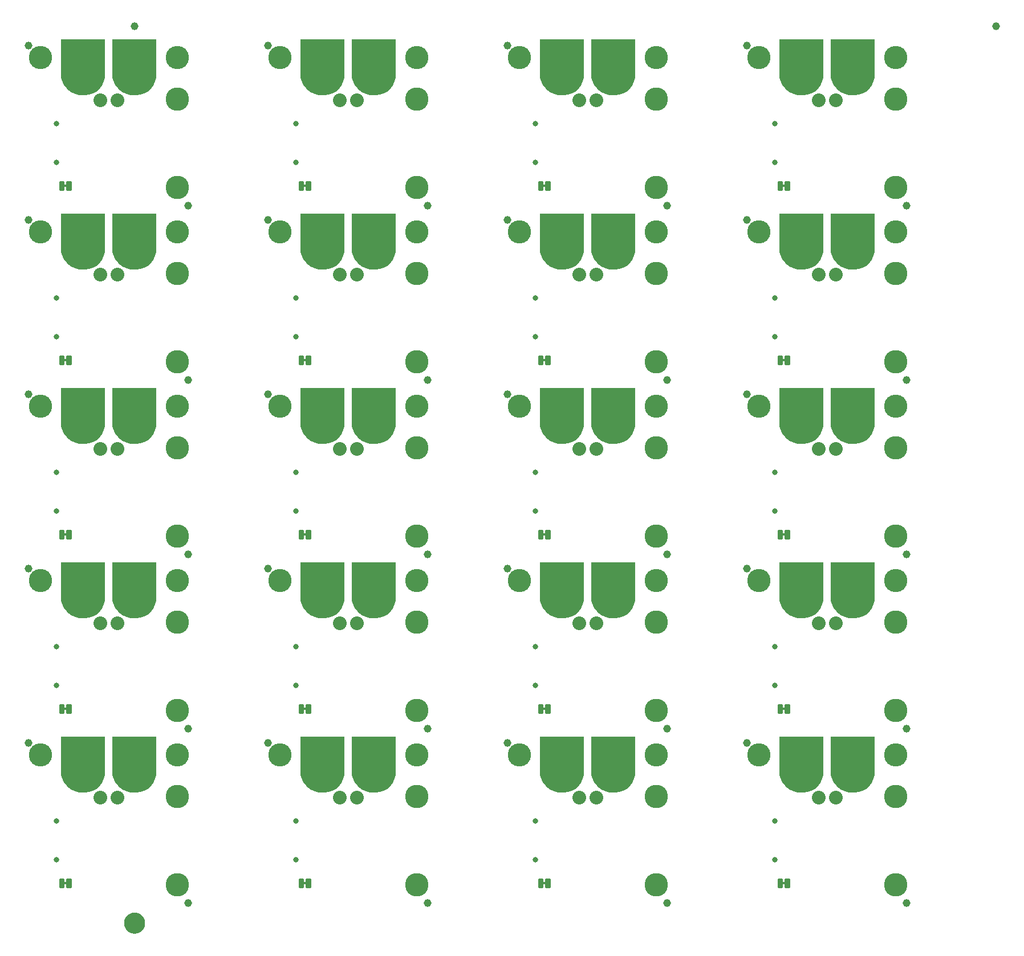
<source format=gbs>
G04 EAGLE Gerber RS-274X export*
G75*
%MOMM*%
%FSLAX34Y34*%
%LPD*%
%INSoldermask Bottom*%
%IPPOS*%
%AMOC8*
5,1,8,0,0,1.08239X$1,22.5*%
G01*
%ADD10C,3.454400*%
%ADD11C,1.152400*%
%ADD12C,0.251966*%
%ADD13C,2.032000*%
%ADD14C,5.232400*%
%ADD15C,0.802400*%
%ADD16C,3.479800*%
%ADD17C,1.270000*%
%ADD18C,1.652400*%

G36*
X804053Y1209185D02*
X804053Y1209185D01*
X808092Y1209644D01*
X808102Y1209647D01*
X808111Y1209647D01*
X808269Y1209677D01*
X812203Y1210703D01*
X812212Y1210707D01*
X812222Y1210708D01*
X812374Y1210761D01*
X816123Y1212333D01*
X816131Y1212338D01*
X816140Y1212340D01*
X816283Y1212414D01*
X819772Y1214501D01*
X819780Y1214507D01*
X819789Y1214511D01*
X819920Y1214604D01*
X823078Y1217164D01*
X823085Y1217171D01*
X823093Y1217176D01*
X823210Y1217287D01*
X825974Y1220268D01*
X825979Y1220276D01*
X825987Y1220282D01*
X826087Y1220408D01*
X828401Y1223750D01*
X828406Y1223759D01*
X828412Y1223766D01*
X828493Y1223905D01*
X830311Y1227541D01*
X830315Y1227550D01*
X830320Y1227558D01*
X830380Y1227708D01*
X831666Y1231564D01*
X831668Y1231574D01*
X831672Y1231583D01*
X831711Y1231739D01*
X832437Y1235739D01*
X832438Y1235748D01*
X832441Y1235757D01*
X832457Y1235918D01*
X832610Y1239980D01*
X832609Y1239994D01*
X832611Y1240028D01*
X832611Y1290828D01*
X832596Y1290946D01*
X832589Y1291065D01*
X832576Y1291103D01*
X832571Y1291144D01*
X832528Y1291254D01*
X832491Y1291367D01*
X832469Y1291402D01*
X832454Y1291439D01*
X832385Y1291535D01*
X832321Y1291636D01*
X832291Y1291664D01*
X832268Y1291697D01*
X832176Y1291773D01*
X832089Y1291854D01*
X832054Y1291874D01*
X832023Y1291899D01*
X831915Y1291950D01*
X831811Y1292008D01*
X831771Y1292018D01*
X831735Y1292035D01*
X831618Y1292057D01*
X831503Y1292087D01*
X831443Y1292091D01*
X831423Y1292095D01*
X831402Y1292093D01*
X831342Y1292097D01*
X768350Y1292097D01*
X768232Y1292082D01*
X768113Y1292075D01*
X768075Y1292062D01*
X768034Y1292057D01*
X767924Y1292014D01*
X767811Y1291977D01*
X767776Y1291955D01*
X767739Y1291940D01*
X767643Y1291871D01*
X767542Y1291807D01*
X767514Y1291777D01*
X767481Y1291754D01*
X767406Y1291662D01*
X767324Y1291575D01*
X767304Y1291540D01*
X767279Y1291509D01*
X767228Y1291401D01*
X767170Y1291297D01*
X767160Y1291257D01*
X767143Y1291221D01*
X767121Y1291104D01*
X767091Y1290989D01*
X767087Y1290929D01*
X767083Y1290909D01*
X767085Y1290888D01*
X767081Y1290828D01*
X767081Y1239012D01*
X767081Y1239007D01*
X767090Y1238857D01*
X767612Y1234607D01*
X767615Y1234597D01*
X767615Y1234587D01*
X767647Y1234430D01*
X768769Y1230297D01*
X768772Y1230288D01*
X768774Y1230278D01*
X768828Y1230126D01*
X770526Y1226196D01*
X770532Y1226187D01*
X770535Y1226177D01*
X770610Y1226035D01*
X772850Y1222386D01*
X772857Y1222378D01*
X772861Y1222369D01*
X772956Y1222239D01*
X775693Y1218946D01*
X775700Y1218939D01*
X775706Y1218930D01*
X775818Y1218815D01*
X778996Y1215945D01*
X779004Y1215939D01*
X779011Y1215931D01*
X779138Y1215833D01*
X782692Y1213445D01*
X782701Y1213440D01*
X782709Y1213434D01*
X782849Y1213355D01*
X786707Y1211496D01*
X786716Y1211493D01*
X786725Y1211487D01*
X786875Y1211429D01*
X790958Y1210139D01*
X790968Y1210137D01*
X790977Y1210133D01*
X791134Y1210096D01*
X795359Y1209400D01*
X795369Y1209399D01*
X795378Y1209397D01*
X795539Y1209383D01*
X799813Y1209295D01*
X803873Y1209178D01*
X803883Y1209179D01*
X803892Y1209177D01*
X804053Y1209185D01*
G37*
G36*
X1159653Y1209185D02*
X1159653Y1209185D01*
X1163692Y1209644D01*
X1163702Y1209647D01*
X1163711Y1209647D01*
X1163869Y1209677D01*
X1167803Y1210703D01*
X1167812Y1210707D01*
X1167822Y1210708D01*
X1167974Y1210761D01*
X1171723Y1212333D01*
X1171731Y1212338D01*
X1171740Y1212340D01*
X1171883Y1212414D01*
X1175372Y1214501D01*
X1175380Y1214507D01*
X1175389Y1214511D01*
X1175520Y1214604D01*
X1178678Y1217164D01*
X1178685Y1217171D01*
X1178693Y1217176D01*
X1178810Y1217287D01*
X1181574Y1220268D01*
X1181579Y1220276D01*
X1181587Y1220282D01*
X1181687Y1220408D01*
X1184001Y1223750D01*
X1184006Y1223759D01*
X1184012Y1223766D01*
X1184093Y1223905D01*
X1185911Y1227541D01*
X1185915Y1227550D01*
X1185920Y1227558D01*
X1185980Y1227708D01*
X1187266Y1231564D01*
X1187268Y1231574D01*
X1187272Y1231583D01*
X1187311Y1231739D01*
X1188037Y1235739D01*
X1188038Y1235748D01*
X1188041Y1235757D01*
X1188057Y1235918D01*
X1188210Y1239980D01*
X1188209Y1239994D01*
X1188211Y1240028D01*
X1188211Y1290828D01*
X1188196Y1290946D01*
X1188189Y1291065D01*
X1188176Y1291103D01*
X1188171Y1291144D01*
X1188128Y1291254D01*
X1188091Y1291367D01*
X1188069Y1291402D01*
X1188054Y1291439D01*
X1187985Y1291535D01*
X1187921Y1291636D01*
X1187891Y1291664D01*
X1187868Y1291697D01*
X1187776Y1291773D01*
X1187689Y1291854D01*
X1187654Y1291874D01*
X1187623Y1291899D01*
X1187515Y1291950D01*
X1187411Y1292008D01*
X1187371Y1292018D01*
X1187335Y1292035D01*
X1187218Y1292057D01*
X1187103Y1292087D01*
X1187043Y1292091D01*
X1187023Y1292095D01*
X1187002Y1292093D01*
X1186942Y1292097D01*
X1123950Y1292097D01*
X1123832Y1292082D01*
X1123713Y1292075D01*
X1123675Y1292062D01*
X1123634Y1292057D01*
X1123524Y1292014D01*
X1123411Y1291977D01*
X1123376Y1291955D01*
X1123339Y1291940D01*
X1123243Y1291871D01*
X1123142Y1291807D01*
X1123114Y1291777D01*
X1123081Y1291754D01*
X1123006Y1291662D01*
X1122924Y1291575D01*
X1122904Y1291540D01*
X1122879Y1291509D01*
X1122828Y1291401D01*
X1122770Y1291297D01*
X1122760Y1291257D01*
X1122743Y1291221D01*
X1122721Y1291104D01*
X1122691Y1290989D01*
X1122687Y1290929D01*
X1122683Y1290909D01*
X1122685Y1290888D01*
X1122681Y1290828D01*
X1122681Y1239012D01*
X1122681Y1239007D01*
X1122690Y1238857D01*
X1123212Y1234607D01*
X1123215Y1234597D01*
X1123215Y1234587D01*
X1123247Y1234430D01*
X1124369Y1230297D01*
X1124372Y1230288D01*
X1124374Y1230278D01*
X1124428Y1230126D01*
X1126126Y1226196D01*
X1126132Y1226187D01*
X1126135Y1226177D01*
X1126210Y1226035D01*
X1128450Y1222386D01*
X1128457Y1222378D01*
X1128461Y1222369D01*
X1128556Y1222239D01*
X1131293Y1218946D01*
X1131300Y1218939D01*
X1131306Y1218930D01*
X1131418Y1218815D01*
X1134596Y1215945D01*
X1134604Y1215939D01*
X1134611Y1215931D01*
X1134738Y1215833D01*
X1138292Y1213445D01*
X1138301Y1213440D01*
X1138309Y1213434D01*
X1138449Y1213355D01*
X1142307Y1211496D01*
X1142316Y1211493D01*
X1142325Y1211487D01*
X1142475Y1211429D01*
X1146558Y1210139D01*
X1146568Y1210137D01*
X1146577Y1210133D01*
X1146734Y1210096D01*
X1150959Y1209400D01*
X1150969Y1209399D01*
X1150978Y1209397D01*
X1151139Y1209383D01*
X1155413Y1209295D01*
X1159473Y1209178D01*
X1159483Y1209179D01*
X1159492Y1209177D01*
X1159653Y1209185D01*
G37*
G36*
X169053Y1209185D02*
X169053Y1209185D01*
X173092Y1209644D01*
X173102Y1209647D01*
X173111Y1209647D01*
X173269Y1209677D01*
X177203Y1210703D01*
X177212Y1210707D01*
X177222Y1210708D01*
X177374Y1210761D01*
X181123Y1212333D01*
X181131Y1212338D01*
X181140Y1212340D01*
X181283Y1212414D01*
X184772Y1214501D01*
X184780Y1214507D01*
X184789Y1214511D01*
X184920Y1214604D01*
X188078Y1217164D01*
X188085Y1217171D01*
X188093Y1217176D01*
X188210Y1217287D01*
X190974Y1220268D01*
X190979Y1220276D01*
X190987Y1220282D01*
X191087Y1220408D01*
X193401Y1223750D01*
X193406Y1223759D01*
X193412Y1223766D01*
X193493Y1223905D01*
X195311Y1227541D01*
X195315Y1227550D01*
X195320Y1227558D01*
X195380Y1227708D01*
X196666Y1231564D01*
X196668Y1231574D01*
X196672Y1231583D01*
X196711Y1231739D01*
X197437Y1235739D01*
X197438Y1235748D01*
X197441Y1235757D01*
X197457Y1235918D01*
X197610Y1239980D01*
X197609Y1239994D01*
X197611Y1240028D01*
X197611Y1290828D01*
X197596Y1290946D01*
X197589Y1291065D01*
X197576Y1291103D01*
X197571Y1291144D01*
X197528Y1291254D01*
X197491Y1291367D01*
X197469Y1291402D01*
X197454Y1291439D01*
X197385Y1291535D01*
X197321Y1291636D01*
X197291Y1291664D01*
X197268Y1291697D01*
X197176Y1291773D01*
X197089Y1291854D01*
X197054Y1291874D01*
X197023Y1291899D01*
X196915Y1291950D01*
X196811Y1292008D01*
X196771Y1292018D01*
X196735Y1292035D01*
X196618Y1292057D01*
X196503Y1292087D01*
X196443Y1292091D01*
X196423Y1292095D01*
X196402Y1292093D01*
X196342Y1292097D01*
X133350Y1292097D01*
X133232Y1292082D01*
X133113Y1292075D01*
X133075Y1292062D01*
X133034Y1292057D01*
X132924Y1292014D01*
X132811Y1291977D01*
X132776Y1291955D01*
X132739Y1291940D01*
X132643Y1291871D01*
X132542Y1291807D01*
X132514Y1291777D01*
X132481Y1291754D01*
X132406Y1291662D01*
X132324Y1291575D01*
X132304Y1291540D01*
X132279Y1291509D01*
X132228Y1291401D01*
X132170Y1291297D01*
X132160Y1291257D01*
X132143Y1291221D01*
X132121Y1291104D01*
X132091Y1290989D01*
X132087Y1290929D01*
X132083Y1290909D01*
X132085Y1290888D01*
X132081Y1290828D01*
X132081Y1239012D01*
X132081Y1239007D01*
X132090Y1238857D01*
X132612Y1234607D01*
X132615Y1234597D01*
X132615Y1234587D01*
X132647Y1234430D01*
X133769Y1230297D01*
X133772Y1230288D01*
X133774Y1230278D01*
X133828Y1230126D01*
X135526Y1226196D01*
X135532Y1226187D01*
X135535Y1226177D01*
X135610Y1226035D01*
X137850Y1222386D01*
X137857Y1222378D01*
X137861Y1222369D01*
X137956Y1222239D01*
X140693Y1218946D01*
X140700Y1218939D01*
X140706Y1218930D01*
X140818Y1218815D01*
X143996Y1215945D01*
X144004Y1215939D01*
X144011Y1215931D01*
X144138Y1215833D01*
X147692Y1213445D01*
X147701Y1213440D01*
X147709Y1213434D01*
X147849Y1213355D01*
X151707Y1211496D01*
X151716Y1211493D01*
X151725Y1211487D01*
X151875Y1211429D01*
X155958Y1210139D01*
X155968Y1210137D01*
X155977Y1210133D01*
X156134Y1210096D01*
X160359Y1209400D01*
X160369Y1209399D01*
X160378Y1209397D01*
X160539Y1209383D01*
X164813Y1209295D01*
X168873Y1209178D01*
X168883Y1209179D01*
X168892Y1209177D01*
X169053Y1209185D01*
G37*
G36*
X880253Y1209185D02*
X880253Y1209185D01*
X884292Y1209644D01*
X884302Y1209647D01*
X884311Y1209647D01*
X884469Y1209677D01*
X888403Y1210703D01*
X888412Y1210707D01*
X888422Y1210708D01*
X888574Y1210761D01*
X892323Y1212333D01*
X892331Y1212338D01*
X892340Y1212340D01*
X892483Y1212414D01*
X895972Y1214501D01*
X895980Y1214507D01*
X895989Y1214511D01*
X896120Y1214604D01*
X899278Y1217164D01*
X899285Y1217171D01*
X899293Y1217176D01*
X899410Y1217287D01*
X902174Y1220268D01*
X902179Y1220276D01*
X902187Y1220282D01*
X902287Y1220408D01*
X904601Y1223750D01*
X904606Y1223759D01*
X904612Y1223766D01*
X904693Y1223905D01*
X906511Y1227541D01*
X906515Y1227550D01*
X906520Y1227558D01*
X906580Y1227708D01*
X907866Y1231564D01*
X907868Y1231574D01*
X907872Y1231583D01*
X907911Y1231739D01*
X908637Y1235739D01*
X908638Y1235748D01*
X908641Y1235757D01*
X908657Y1235918D01*
X908810Y1239980D01*
X908809Y1239994D01*
X908811Y1240028D01*
X908811Y1290828D01*
X908796Y1290946D01*
X908789Y1291065D01*
X908776Y1291103D01*
X908771Y1291144D01*
X908728Y1291254D01*
X908691Y1291367D01*
X908669Y1291402D01*
X908654Y1291439D01*
X908585Y1291535D01*
X908521Y1291636D01*
X908491Y1291664D01*
X908468Y1291697D01*
X908376Y1291773D01*
X908289Y1291854D01*
X908254Y1291874D01*
X908223Y1291899D01*
X908115Y1291950D01*
X908011Y1292008D01*
X907971Y1292018D01*
X907935Y1292035D01*
X907818Y1292057D01*
X907703Y1292087D01*
X907643Y1292091D01*
X907623Y1292095D01*
X907602Y1292093D01*
X907542Y1292097D01*
X844550Y1292097D01*
X844432Y1292082D01*
X844313Y1292075D01*
X844275Y1292062D01*
X844234Y1292057D01*
X844124Y1292014D01*
X844011Y1291977D01*
X843976Y1291955D01*
X843939Y1291940D01*
X843843Y1291871D01*
X843742Y1291807D01*
X843714Y1291777D01*
X843681Y1291754D01*
X843606Y1291662D01*
X843524Y1291575D01*
X843504Y1291540D01*
X843479Y1291509D01*
X843428Y1291401D01*
X843370Y1291297D01*
X843360Y1291257D01*
X843343Y1291221D01*
X843321Y1291104D01*
X843291Y1290989D01*
X843287Y1290929D01*
X843283Y1290909D01*
X843285Y1290888D01*
X843281Y1290828D01*
X843281Y1239012D01*
X843281Y1239007D01*
X843290Y1238857D01*
X843812Y1234607D01*
X843815Y1234597D01*
X843815Y1234587D01*
X843847Y1234430D01*
X844969Y1230297D01*
X844972Y1230288D01*
X844974Y1230278D01*
X845028Y1230126D01*
X846726Y1226196D01*
X846732Y1226187D01*
X846735Y1226177D01*
X846810Y1226035D01*
X849050Y1222386D01*
X849057Y1222378D01*
X849061Y1222369D01*
X849156Y1222239D01*
X851893Y1218946D01*
X851900Y1218939D01*
X851906Y1218930D01*
X852018Y1218815D01*
X855196Y1215945D01*
X855204Y1215939D01*
X855211Y1215931D01*
X855338Y1215833D01*
X858892Y1213445D01*
X858901Y1213440D01*
X858909Y1213434D01*
X859049Y1213355D01*
X862907Y1211496D01*
X862916Y1211493D01*
X862925Y1211487D01*
X863075Y1211429D01*
X867158Y1210139D01*
X867168Y1210137D01*
X867177Y1210133D01*
X867334Y1210096D01*
X871559Y1209400D01*
X871569Y1209399D01*
X871578Y1209397D01*
X871739Y1209383D01*
X876013Y1209295D01*
X880073Y1209178D01*
X880083Y1209179D01*
X880092Y1209177D01*
X880253Y1209185D01*
G37*
G36*
X1235853Y1209185D02*
X1235853Y1209185D01*
X1239892Y1209644D01*
X1239902Y1209647D01*
X1239911Y1209647D01*
X1240069Y1209677D01*
X1244003Y1210703D01*
X1244012Y1210707D01*
X1244022Y1210708D01*
X1244174Y1210761D01*
X1247923Y1212333D01*
X1247931Y1212338D01*
X1247940Y1212340D01*
X1248083Y1212414D01*
X1251572Y1214501D01*
X1251580Y1214507D01*
X1251589Y1214511D01*
X1251720Y1214604D01*
X1254878Y1217164D01*
X1254885Y1217171D01*
X1254893Y1217176D01*
X1255010Y1217287D01*
X1257774Y1220268D01*
X1257779Y1220276D01*
X1257787Y1220282D01*
X1257887Y1220408D01*
X1260201Y1223750D01*
X1260206Y1223759D01*
X1260212Y1223766D01*
X1260293Y1223905D01*
X1262111Y1227541D01*
X1262115Y1227550D01*
X1262120Y1227558D01*
X1262180Y1227708D01*
X1263466Y1231564D01*
X1263468Y1231574D01*
X1263472Y1231583D01*
X1263511Y1231739D01*
X1264237Y1235739D01*
X1264238Y1235748D01*
X1264241Y1235757D01*
X1264257Y1235918D01*
X1264410Y1239980D01*
X1264409Y1239994D01*
X1264411Y1240028D01*
X1264411Y1290828D01*
X1264396Y1290946D01*
X1264389Y1291065D01*
X1264376Y1291103D01*
X1264371Y1291144D01*
X1264328Y1291254D01*
X1264291Y1291367D01*
X1264269Y1291402D01*
X1264254Y1291439D01*
X1264185Y1291535D01*
X1264121Y1291636D01*
X1264091Y1291664D01*
X1264068Y1291697D01*
X1263976Y1291773D01*
X1263889Y1291854D01*
X1263854Y1291874D01*
X1263823Y1291899D01*
X1263715Y1291950D01*
X1263611Y1292008D01*
X1263571Y1292018D01*
X1263535Y1292035D01*
X1263418Y1292057D01*
X1263303Y1292087D01*
X1263243Y1292091D01*
X1263223Y1292095D01*
X1263202Y1292093D01*
X1263142Y1292097D01*
X1200150Y1292097D01*
X1200032Y1292082D01*
X1199913Y1292075D01*
X1199875Y1292062D01*
X1199834Y1292057D01*
X1199724Y1292014D01*
X1199611Y1291977D01*
X1199576Y1291955D01*
X1199539Y1291940D01*
X1199443Y1291871D01*
X1199342Y1291807D01*
X1199314Y1291777D01*
X1199281Y1291754D01*
X1199206Y1291662D01*
X1199124Y1291575D01*
X1199104Y1291540D01*
X1199079Y1291509D01*
X1199028Y1291401D01*
X1198970Y1291297D01*
X1198960Y1291257D01*
X1198943Y1291221D01*
X1198921Y1291104D01*
X1198891Y1290989D01*
X1198887Y1290929D01*
X1198883Y1290909D01*
X1198885Y1290888D01*
X1198881Y1290828D01*
X1198881Y1239012D01*
X1198881Y1239007D01*
X1198890Y1238857D01*
X1199412Y1234607D01*
X1199415Y1234597D01*
X1199415Y1234587D01*
X1199447Y1234430D01*
X1200569Y1230297D01*
X1200572Y1230288D01*
X1200574Y1230278D01*
X1200628Y1230126D01*
X1202326Y1226196D01*
X1202332Y1226187D01*
X1202335Y1226177D01*
X1202410Y1226035D01*
X1204650Y1222386D01*
X1204657Y1222378D01*
X1204661Y1222369D01*
X1204756Y1222239D01*
X1207493Y1218946D01*
X1207500Y1218939D01*
X1207506Y1218930D01*
X1207618Y1218815D01*
X1210796Y1215945D01*
X1210804Y1215939D01*
X1210811Y1215931D01*
X1210938Y1215833D01*
X1214492Y1213445D01*
X1214501Y1213440D01*
X1214509Y1213434D01*
X1214649Y1213355D01*
X1218507Y1211496D01*
X1218516Y1211493D01*
X1218525Y1211487D01*
X1218675Y1211429D01*
X1222758Y1210139D01*
X1222768Y1210137D01*
X1222777Y1210133D01*
X1222934Y1210096D01*
X1227159Y1209400D01*
X1227169Y1209399D01*
X1227178Y1209397D01*
X1227339Y1209383D01*
X1231613Y1209295D01*
X1235673Y1209178D01*
X1235683Y1209179D01*
X1235692Y1209177D01*
X1235853Y1209185D01*
G37*
G36*
X448453Y1209185D02*
X448453Y1209185D01*
X452492Y1209644D01*
X452502Y1209647D01*
X452511Y1209647D01*
X452669Y1209677D01*
X456603Y1210703D01*
X456612Y1210707D01*
X456622Y1210708D01*
X456774Y1210761D01*
X460523Y1212333D01*
X460531Y1212338D01*
X460540Y1212340D01*
X460683Y1212414D01*
X464172Y1214501D01*
X464180Y1214507D01*
X464189Y1214511D01*
X464320Y1214604D01*
X467478Y1217164D01*
X467485Y1217171D01*
X467493Y1217176D01*
X467610Y1217287D01*
X470374Y1220268D01*
X470379Y1220276D01*
X470387Y1220282D01*
X470487Y1220408D01*
X472801Y1223750D01*
X472806Y1223759D01*
X472812Y1223766D01*
X472893Y1223905D01*
X474711Y1227541D01*
X474715Y1227550D01*
X474720Y1227558D01*
X474780Y1227708D01*
X476066Y1231564D01*
X476068Y1231574D01*
X476072Y1231583D01*
X476111Y1231739D01*
X476837Y1235739D01*
X476838Y1235748D01*
X476841Y1235757D01*
X476857Y1235918D01*
X477010Y1239980D01*
X477009Y1239994D01*
X477011Y1240028D01*
X477011Y1290828D01*
X476996Y1290946D01*
X476989Y1291065D01*
X476976Y1291103D01*
X476971Y1291144D01*
X476928Y1291254D01*
X476891Y1291367D01*
X476869Y1291402D01*
X476854Y1291439D01*
X476785Y1291535D01*
X476721Y1291636D01*
X476691Y1291664D01*
X476668Y1291697D01*
X476576Y1291773D01*
X476489Y1291854D01*
X476454Y1291874D01*
X476423Y1291899D01*
X476315Y1291950D01*
X476211Y1292008D01*
X476171Y1292018D01*
X476135Y1292035D01*
X476018Y1292057D01*
X475903Y1292087D01*
X475843Y1292091D01*
X475823Y1292095D01*
X475802Y1292093D01*
X475742Y1292097D01*
X412750Y1292097D01*
X412632Y1292082D01*
X412513Y1292075D01*
X412475Y1292062D01*
X412434Y1292057D01*
X412324Y1292014D01*
X412211Y1291977D01*
X412176Y1291955D01*
X412139Y1291940D01*
X412043Y1291871D01*
X411942Y1291807D01*
X411914Y1291777D01*
X411881Y1291754D01*
X411806Y1291662D01*
X411724Y1291575D01*
X411704Y1291540D01*
X411679Y1291509D01*
X411628Y1291401D01*
X411570Y1291297D01*
X411560Y1291257D01*
X411543Y1291221D01*
X411521Y1291104D01*
X411491Y1290989D01*
X411487Y1290929D01*
X411483Y1290909D01*
X411485Y1290888D01*
X411481Y1290828D01*
X411481Y1239012D01*
X411481Y1239007D01*
X411490Y1238857D01*
X412012Y1234607D01*
X412015Y1234597D01*
X412015Y1234587D01*
X412047Y1234430D01*
X413169Y1230297D01*
X413172Y1230288D01*
X413174Y1230278D01*
X413228Y1230126D01*
X414926Y1226196D01*
X414932Y1226187D01*
X414935Y1226177D01*
X415010Y1226035D01*
X417250Y1222386D01*
X417257Y1222378D01*
X417261Y1222369D01*
X417356Y1222239D01*
X420093Y1218946D01*
X420100Y1218939D01*
X420106Y1218930D01*
X420218Y1218815D01*
X423396Y1215945D01*
X423404Y1215939D01*
X423411Y1215931D01*
X423538Y1215833D01*
X427092Y1213445D01*
X427101Y1213440D01*
X427109Y1213434D01*
X427249Y1213355D01*
X431107Y1211496D01*
X431116Y1211493D01*
X431125Y1211487D01*
X431275Y1211429D01*
X435358Y1210139D01*
X435368Y1210137D01*
X435377Y1210133D01*
X435534Y1210096D01*
X439759Y1209400D01*
X439769Y1209399D01*
X439778Y1209397D01*
X439939Y1209383D01*
X444213Y1209295D01*
X448273Y1209178D01*
X448283Y1209179D01*
X448292Y1209177D01*
X448453Y1209185D01*
G37*
G36*
X92853Y1209185D02*
X92853Y1209185D01*
X96892Y1209644D01*
X96902Y1209647D01*
X96911Y1209647D01*
X97069Y1209677D01*
X101003Y1210703D01*
X101012Y1210707D01*
X101022Y1210708D01*
X101174Y1210761D01*
X104923Y1212333D01*
X104931Y1212338D01*
X104940Y1212340D01*
X105083Y1212414D01*
X108572Y1214501D01*
X108580Y1214507D01*
X108589Y1214511D01*
X108720Y1214604D01*
X111878Y1217164D01*
X111885Y1217171D01*
X111893Y1217176D01*
X112010Y1217287D01*
X114774Y1220268D01*
X114779Y1220276D01*
X114787Y1220282D01*
X114887Y1220408D01*
X117201Y1223750D01*
X117206Y1223759D01*
X117212Y1223766D01*
X117293Y1223905D01*
X119111Y1227541D01*
X119115Y1227550D01*
X119120Y1227558D01*
X119180Y1227708D01*
X120466Y1231564D01*
X120468Y1231574D01*
X120472Y1231583D01*
X120511Y1231739D01*
X121237Y1235739D01*
X121238Y1235748D01*
X121241Y1235757D01*
X121257Y1235918D01*
X121410Y1239980D01*
X121409Y1239994D01*
X121411Y1240028D01*
X121411Y1290828D01*
X121396Y1290946D01*
X121389Y1291065D01*
X121376Y1291103D01*
X121371Y1291144D01*
X121328Y1291254D01*
X121291Y1291367D01*
X121269Y1291402D01*
X121254Y1291439D01*
X121185Y1291535D01*
X121121Y1291636D01*
X121091Y1291664D01*
X121068Y1291697D01*
X120976Y1291773D01*
X120889Y1291854D01*
X120854Y1291874D01*
X120823Y1291899D01*
X120715Y1291950D01*
X120611Y1292008D01*
X120571Y1292018D01*
X120535Y1292035D01*
X120418Y1292057D01*
X120303Y1292087D01*
X120243Y1292091D01*
X120223Y1292095D01*
X120202Y1292093D01*
X120142Y1292097D01*
X57150Y1292097D01*
X57032Y1292082D01*
X56913Y1292075D01*
X56875Y1292062D01*
X56834Y1292057D01*
X56724Y1292014D01*
X56611Y1291977D01*
X56576Y1291955D01*
X56539Y1291940D01*
X56443Y1291871D01*
X56342Y1291807D01*
X56314Y1291777D01*
X56281Y1291754D01*
X56206Y1291662D01*
X56124Y1291575D01*
X56104Y1291540D01*
X56079Y1291509D01*
X56028Y1291401D01*
X55970Y1291297D01*
X55960Y1291257D01*
X55943Y1291221D01*
X55921Y1291104D01*
X55891Y1290989D01*
X55887Y1290929D01*
X55883Y1290909D01*
X55885Y1290888D01*
X55881Y1290828D01*
X55881Y1239012D01*
X55881Y1239007D01*
X55890Y1238857D01*
X56412Y1234607D01*
X56415Y1234597D01*
X56415Y1234587D01*
X56447Y1234430D01*
X57569Y1230297D01*
X57572Y1230288D01*
X57574Y1230278D01*
X57628Y1230126D01*
X59326Y1226196D01*
X59332Y1226187D01*
X59335Y1226177D01*
X59410Y1226035D01*
X61650Y1222386D01*
X61657Y1222378D01*
X61661Y1222369D01*
X61756Y1222239D01*
X64493Y1218946D01*
X64500Y1218939D01*
X64506Y1218930D01*
X64618Y1218815D01*
X67796Y1215945D01*
X67804Y1215939D01*
X67811Y1215931D01*
X67938Y1215833D01*
X71492Y1213445D01*
X71501Y1213440D01*
X71509Y1213434D01*
X71649Y1213355D01*
X75507Y1211496D01*
X75516Y1211493D01*
X75525Y1211487D01*
X75675Y1211429D01*
X79758Y1210139D01*
X79768Y1210137D01*
X79777Y1210133D01*
X79934Y1210096D01*
X84159Y1209400D01*
X84169Y1209399D01*
X84178Y1209397D01*
X84339Y1209383D01*
X88613Y1209295D01*
X92673Y1209178D01*
X92683Y1209179D01*
X92692Y1209177D01*
X92853Y1209185D01*
G37*
G36*
X524653Y1209185D02*
X524653Y1209185D01*
X528692Y1209644D01*
X528702Y1209647D01*
X528711Y1209647D01*
X528869Y1209677D01*
X532803Y1210703D01*
X532812Y1210707D01*
X532822Y1210708D01*
X532974Y1210761D01*
X536723Y1212333D01*
X536731Y1212338D01*
X536740Y1212340D01*
X536883Y1212414D01*
X540372Y1214501D01*
X540380Y1214507D01*
X540389Y1214511D01*
X540520Y1214604D01*
X543678Y1217164D01*
X543685Y1217171D01*
X543693Y1217176D01*
X543810Y1217287D01*
X546574Y1220268D01*
X546579Y1220276D01*
X546587Y1220282D01*
X546687Y1220408D01*
X549001Y1223750D01*
X549006Y1223759D01*
X549012Y1223766D01*
X549093Y1223905D01*
X550911Y1227541D01*
X550915Y1227550D01*
X550920Y1227558D01*
X550980Y1227708D01*
X552266Y1231564D01*
X552268Y1231574D01*
X552272Y1231583D01*
X552311Y1231739D01*
X553037Y1235739D01*
X553038Y1235748D01*
X553041Y1235757D01*
X553057Y1235918D01*
X553210Y1239980D01*
X553209Y1239994D01*
X553211Y1240028D01*
X553211Y1290828D01*
X553196Y1290946D01*
X553189Y1291065D01*
X553176Y1291103D01*
X553171Y1291144D01*
X553128Y1291254D01*
X553091Y1291367D01*
X553069Y1291402D01*
X553054Y1291439D01*
X552985Y1291535D01*
X552921Y1291636D01*
X552891Y1291664D01*
X552868Y1291697D01*
X552776Y1291773D01*
X552689Y1291854D01*
X552654Y1291874D01*
X552623Y1291899D01*
X552515Y1291950D01*
X552411Y1292008D01*
X552371Y1292018D01*
X552335Y1292035D01*
X552218Y1292057D01*
X552103Y1292087D01*
X552043Y1292091D01*
X552023Y1292095D01*
X552002Y1292093D01*
X551942Y1292097D01*
X488950Y1292097D01*
X488832Y1292082D01*
X488713Y1292075D01*
X488675Y1292062D01*
X488634Y1292057D01*
X488524Y1292014D01*
X488411Y1291977D01*
X488376Y1291955D01*
X488339Y1291940D01*
X488243Y1291871D01*
X488142Y1291807D01*
X488114Y1291777D01*
X488081Y1291754D01*
X488006Y1291662D01*
X487924Y1291575D01*
X487904Y1291540D01*
X487879Y1291509D01*
X487828Y1291401D01*
X487770Y1291297D01*
X487760Y1291257D01*
X487743Y1291221D01*
X487721Y1291104D01*
X487691Y1290989D01*
X487687Y1290929D01*
X487683Y1290909D01*
X487685Y1290888D01*
X487681Y1290828D01*
X487681Y1239012D01*
X487681Y1239007D01*
X487690Y1238857D01*
X488212Y1234607D01*
X488215Y1234597D01*
X488215Y1234587D01*
X488247Y1234430D01*
X489369Y1230297D01*
X489372Y1230288D01*
X489374Y1230278D01*
X489428Y1230126D01*
X491126Y1226196D01*
X491132Y1226187D01*
X491135Y1226177D01*
X491210Y1226035D01*
X493450Y1222386D01*
X493457Y1222378D01*
X493461Y1222369D01*
X493556Y1222239D01*
X496293Y1218946D01*
X496300Y1218939D01*
X496306Y1218930D01*
X496418Y1218815D01*
X499596Y1215945D01*
X499604Y1215939D01*
X499611Y1215931D01*
X499738Y1215833D01*
X503292Y1213445D01*
X503301Y1213440D01*
X503309Y1213434D01*
X503449Y1213355D01*
X507307Y1211496D01*
X507316Y1211493D01*
X507325Y1211487D01*
X507475Y1211429D01*
X511558Y1210139D01*
X511568Y1210137D01*
X511577Y1210133D01*
X511734Y1210096D01*
X515959Y1209400D01*
X515969Y1209399D01*
X515978Y1209397D01*
X516139Y1209383D01*
X520413Y1209295D01*
X524473Y1209178D01*
X524483Y1209179D01*
X524492Y1209177D01*
X524653Y1209185D01*
G37*
G36*
X1235853Y172865D02*
X1235853Y172865D01*
X1239892Y173324D01*
X1239902Y173327D01*
X1239911Y173327D01*
X1240069Y173357D01*
X1244003Y174383D01*
X1244012Y174387D01*
X1244022Y174388D01*
X1244174Y174441D01*
X1247923Y176013D01*
X1247931Y176018D01*
X1247940Y176020D01*
X1248083Y176094D01*
X1251572Y178181D01*
X1251580Y178187D01*
X1251589Y178191D01*
X1251720Y178284D01*
X1254878Y180844D01*
X1254885Y180851D01*
X1254893Y180856D01*
X1255010Y180967D01*
X1257774Y183948D01*
X1257779Y183956D01*
X1257787Y183962D01*
X1257887Y184088D01*
X1260201Y187430D01*
X1260206Y187439D01*
X1260212Y187446D01*
X1260293Y187585D01*
X1262111Y191221D01*
X1262115Y191230D01*
X1262120Y191238D01*
X1262180Y191388D01*
X1263466Y195244D01*
X1263468Y195254D01*
X1263472Y195263D01*
X1263511Y195419D01*
X1264237Y199419D01*
X1264238Y199428D01*
X1264241Y199437D01*
X1264257Y199598D01*
X1264410Y203660D01*
X1264409Y203674D01*
X1264411Y203708D01*
X1264411Y254508D01*
X1264396Y254626D01*
X1264389Y254745D01*
X1264376Y254783D01*
X1264371Y254824D01*
X1264328Y254934D01*
X1264291Y255047D01*
X1264269Y255082D01*
X1264254Y255119D01*
X1264185Y255215D01*
X1264121Y255316D01*
X1264091Y255344D01*
X1264068Y255377D01*
X1263976Y255453D01*
X1263889Y255534D01*
X1263854Y255554D01*
X1263823Y255579D01*
X1263715Y255630D01*
X1263611Y255688D01*
X1263571Y255698D01*
X1263535Y255715D01*
X1263418Y255737D01*
X1263303Y255767D01*
X1263243Y255771D01*
X1263223Y255775D01*
X1263202Y255773D01*
X1263142Y255777D01*
X1200150Y255777D01*
X1200032Y255762D01*
X1199913Y255755D01*
X1199875Y255742D01*
X1199834Y255737D01*
X1199724Y255694D01*
X1199611Y255657D01*
X1199576Y255635D01*
X1199539Y255620D01*
X1199443Y255551D01*
X1199342Y255487D01*
X1199314Y255457D01*
X1199281Y255434D01*
X1199206Y255342D01*
X1199124Y255255D01*
X1199104Y255220D01*
X1199079Y255189D01*
X1199028Y255081D01*
X1198970Y254977D01*
X1198960Y254937D01*
X1198943Y254901D01*
X1198921Y254784D01*
X1198891Y254669D01*
X1198887Y254609D01*
X1198883Y254589D01*
X1198885Y254568D01*
X1198881Y254508D01*
X1198881Y202692D01*
X1198881Y202687D01*
X1198890Y202537D01*
X1199412Y198287D01*
X1199415Y198277D01*
X1199415Y198267D01*
X1199447Y198110D01*
X1200569Y193977D01*
X1200572Y193968D01*
X1200574Y193958D01*
X1200628Y193806D01*
X1202326Y189876D01*
X1202332Y189867D01*
X1202335Y189857D01*
X1202410Y189715D01*
X1204650Y186066D01*
X1204657Y186058D01*
X1204661Y186049D01*
X1204756Y185919D01*
X1207493Y182626D01*
X1207500Y182619D01*
X1207506Y182610D01*
X1207618Y182495D01*
X1210796Y179625D01*
X1210804Y179619D01*
X1210811Y179611D01*
X1210938Y179513D01*
X1214492Y177125D01*
X1214501Y177120D01*
X1214509Y177114D01*
X1214649Y177035D01*
X1218507Y175176D01*
X1218516Y175173D01*
X1218525Y175167D01*
X1218675Y175109D01*
X1222758Y173819D01*
X1222768Y173817D01*
X1222777Y173813D01*
X1222934Y173776D01*
X1227159Y173080D01*
X1227169Y173079D01*
X1227178Y173077D01*
X1227339Y173063D01*
X1231613Y172975D01*
X1235673Y172858D01*
X1235683Y172859D01*
X1235692Y172857D01*
X1235853Y172865D01*
G37*
G36*
X1159653Y172865D02*
X1159653Y172865D01*
X1163692Y173324D01*
X1163702Y173327D01*
X1163711Y173327D01*
X1163869Y173357D01*
X1167803Y174383D01*
X1167812Y174387D01*
X1167822Y174388D01*
X1167974Y174441D01*
X1171723Y176013D01*
X1171731Y176018D01*
X1171740Y176020D01*
X1171883Y176094D01*
X1175372Y178181D01*
X1175380Y178187D01*
X1175389Y178191D01*
X1175520Y178284D01*
X1178678Y180844D01*
X1178685Y180851D01*
X1178693Y180856D01*
X1178810Y180967D01*
X1181574Y183948D01*
X1181579Y183956D01*
X1181587Y183962D01*
X1181687Y184088D01*
X1184001Y187430D01*
X1184006Y187439D01*
X1184012Y187446D01*
X1184093Y187585D01*
X1185911Y191221D01*
X1185915Y191230D01*
X1185920Y191238D01*
X1185980Y191388D01*
X1187266Y195244D01*
X1187268Y195254D01*
X1187272Y195263D01*
X1187311Y195419D01*
X1188037Y199419D01*
X1188038Y199428D01*
X1188041Y199437D01*
X1188057Y199598D01*
X1188210Y203660D01*
X1188209Y203674D01*
X1188211Y203708D01*
X1188211Y254508D01*
X1188196Y254626D01*
X1188189Y254745D01*
X1188176Y254783D01*
X1188171Y254824D01*
X1188128Y254934D01*
X1188091Y255047D01*
X1188069Y255082D01*
X1188054Y255119D01*
X1187985Y255215D01*
X1187921Y255316D01*
X1187891Y255344D01*
X1187868Y255377D01*
X1187776Y255453D01*
X1187689Y255534D01*
X1187654Y255554D01*
X1187623Y255579D01*
X1187515Y255630D01*
X1187411Y255688D01*
X1187371Y255698D01*
X1187335Y255715D01*
X1187218Y255737D01*
X1187103Y255767D01*
X1187043Y255771D01*
X1187023Y255775D01*
X1187002Y255773D01*
X1186942Y255777D01*
X1123950Y255777D01*
X1123832Y255762D01*
X1123713Y255755D01*
X1123675Y255742D01*
X1123634Y255737D01*
X1123524Y255694D01*
X1123411Y255657D01*
X1123376Y255635D01*
X1123339Y255620D01*
X1123243Y255551D01*
X1123142Y255487D01*
X1123114Y255457D01*
X1123081Y255434D01*
X1123006Y255342D01*
X1122924Y255255D01*
X1122904Y255220D01*
X1122879Y255189D01*
X1122828Y255081D01*
X1122770Y254977D01*
X1122760Y254937D01*
X1122743Y254901D01*
X1122721Y254784D01*
X1122691Y254669D01*
X1122687Y254609D01*
X1122683Y254589D01*
X1122685Y254568D01*
X1122681Y254508D01*
X1122681Y202692D01*
X1122681Y202687D01*
X1122690Y202537D01*
X1123212Y198287D01*
X1123215Y198277D01*
X1123215Y198267D01*
X1123247Y198110D01*
X1124369Y193977D01*
X1124372Y193968D01*
X1124374Y193958D01*
X1124428Y193806D01*
X1126126Y189876D01*
X1126132Y189867D01*
X1126135Y189857D01*
X1126210Y189715D01*
X1128450Y186066D01*
X1128457Y186058D01*
X1128461Y186049D01*
X1128556Y185919D01*
X1131293Y182626D01*
X1131300Y182619D01*
X1131306Y182610D01*
X1131418Y182495D01*
X1134596Y179625D01*
X1134604Y179619D01*
X1134611Y179611D01*
X1134738Y179513D01*
X1138292Y177125D01*
X1138301Y177120D01*
X1138309Y177114D01*
X1138449Y177035D01*
X1142307Y175176D01*
X1142316Y175173D01*
X1142325Y175167D01*
X1142475Y175109D01*
X1146558Y173819D01*
X1146568Y173817D01*
X1146577Y173813D01*
X1146734Y173776D01*
X1150959Y173080D01*
X1150969Y173079D01*
X1150978Y173077D01*
X1151139Y173063D01*
X1155413Y172975D01*
X1159473Y172858D01*
X1159483Y172859D01*
X1159492Y172857D01*
X1159653Y172865D01*
G37*
G36*
X169053Y172865D02*
X169053Y172865D01*
X173092Y173324D01*
X173102Y173327D01*
X173111Y173327D01*
X173269Y173357D01*
X177203Y174383D01*
X177212Y174387D01*
X177222Y174388D01*
X177374Y174441D01*
X181123Y176013D01*
X181131Y176018D01*
X181140Y176020D01*
X181283Y176094D01*
X184772Y178181D01*
X184780Y178187D01*
X184789Y178191D01*
X184920Y178284D01*
X188078Y180844D01*
X188085Y180851D01*
X188093Y180856D01*
X188210Y180967D01*
X190974Y183948D01*
X190979Y183956D01*
X190987Y183962D01*
X191087Y184088D01*
X193401Y187430D01*
X193406Y187439D01*
X193412Y187446D01*
X193493Y187585D01*
X195311Y191221D01*
X195315Y191230D01*
X195320Y191238D01*
X195380Y191388D01*
X196666Y195244D01*
X196668Y195254D01*
X196672Y195263D01*
X196711Y195419D01*
X197437Y199419D01*
X197438Y199428D01*
X197441Y199437D01*
X197457Y199598D01*
X197610Y203660D01*
X197609Y203674D01*
X197611Y203708D01*
X197611Y254508D01*
X197596Y254626D01*
X197589Y254745D01*
X197576Y254783D01*
X197571Y254824D01*
X197528Y254934D01*
X197491Y255047D01*
X197469Y255082D01*
X197454Y255119D01*
X197385Y255215D01*
X197321Y255316D01*
X197291Y255344D01*
X197268Y255377D01*
X197176Y255453D01*
X197089Y255534D01*
X197054Y255554D01*
X197023Y255579D01*
X196915Y255630D01*
X196811Y255688D01*
X196771Y255698D01*
X196735Y255715D01*
X196618Y255737D01*
X196503Y255767D01*
X196443Y255771D01*
X196423Y255775D01*
X196402Y255773D01*
X196342Y255777D01*
X133350Y255777D01*
X133232Y255762D01*
X133113Y255755D01*
X133075Y255742D01*
X133034Y255737D01*
X132924Y255694D01*
X132811Y255657D01*
X132776Y255635D01*
X132739Y255620D01*
X132643Y255551D01*
X132542Y255487D01*
X132514Y255457D01*
X132481Y255434D01*
X132406Y255342D01*
X132324Y255255D01*
X132304Y255220D01*
X132279Y255189D01*
X132228Y255081D01*
X132170Y254977D01*
X132160Y254937D01*
X132143Y254901D01*
X132121Y254784D01*
X132091Y254669D01*
X132087Y254609D01*
X132083Y254589D01*
X132085Y254568D01*
X132081Y254508D01*
X132081Y202692D01*
X132081Y202687D01*
X132090Y202537D01*
X132612Y198287D01*
X132615Y198277D01*
X132615Y198267D01*
X132647Y198110D01*
X133769Y193977D01*
X133772Y193968D01*
X133774Y193958D01*
X133828Y193806D01*
X135526Y189876D01*
X135532Y189867D01*
X135535Y189857D01*
X135610Y189715D01*
X137850Y186066D01*
X137857Y186058D01*
X137861Y186049D01*
X137956Y185919D01*
X140693Y182626D01*
X140700Y182619D01*
X140706Y182610D01*
X140818Y182495D01*
X143996Y179625D01*
X144004Y179619D01*
X144011Y179611D01*
X144138Y179513D01*
X147692Y177125D01*
X147701Y177120D01*
X147709Y177114D01*
X147849Y177035D01*
X151707Y175176D01*
X151716Y175173D01*
X151725Y175167D01*
X151875Y175109D01*
X155958Y173819D01*
X155968Y173817D01*
X155977Y173813D01*
X156134Y173776D01*
X160359Y173080D01*
X160369Y173079D01*
X160378Y173077D01*
X160539Y173063D01*
X164813Y172975D01*
X168873Y172858D01*
X168883Y172859D01*
X168892Y172857D01*
X169053Y172865D01*
G37*
G36*
X524653Y172865D02*
X524653Y172865D01*
X528692Y173324D01*
X528702Y173327D01*
X528711Y173327D01*
X528869Y173357D01*
X532803Y174383D01*
X532812Y174387D01*
X532822Y174388D01*
X532974Y174441D01*
X536723Y176013D01*
X536731Y176018D01*
X536740Y176020D01*
X536883Y176094D01*
X540372Y178181D01*
X540380Y178187D01*
X540389Y178191D01*
X540520Y178284D01*
X543678Y180844D01*
X543685Y180851D01*
X543693Y180856D01*
X543810Y180967D01*
X546574Y183948D01*
X546579Y183956D01*
X546587Y183962D01*
X546687Y184088D01*
X549001Y187430D01*
X549006Y187439D01*
X549012Y187446D01*
X549093Y187585D01*
X550911Y191221D01*
X550915Y191230D01*
X550920Y191238D01*
X550980Y191388D01*
X552266Y195244D01*
X552268Y195254D01*
X552272Y195263D01*
X552311Y195419D01*
X553037Y199419D01*
X553038Y199428D01*
X553041Y199437D01*
X553057Y199598D01*
X553210Y203660D01*
X553209Y203674D01*
X553211Y203708D01*
X553211Y254508D01*
X553196Y254626D01*
X553189Y254745D01*
X553176Y254783D01*
X553171Y254824D01*
X553128Y254934D01*
X553091Y255047D01*
X553069Y255082D01*
X553054Y255119D01*
X552985Y255215D01*
X552921Y255316D01*
X552891Y255344D01*
X552868Y255377D01*
X552776Y255453D01*
X552689Y255534D01*
X552654Y255554D01*
X552623Y255579D01*
X552515Y255630D01*
X552411Y255688D01*
X552371Y255698D01*
X552335Y255715D01*
X552218Y255737D01*
X552103Y255767D01*
X552043Y255771D01*
X552023Y255775D01*
X552002Y255773D01*
X551942Y255777D01*
X488950Y255777D01*
X488832Y255762D01*
X488713Y255755D01*
X488675Y255742D01*
X488634Y255737D01*
X488524Y255694D01*
X488411Y255657D01*
X488376Y255635D01*
X488339Y255620D01*
X488243Y255551D01*
X488142Y255487D01*
X488114Y255457D01*
X488081Y255434D01*
X488006Y255342D01*
X487924Y255255D01*
X487904Y255220D01*
X487879Y255189D01*
X487828Y255081D01*
X487770Y254977D01*
X487760Y254937D01*
X487743Y254901D01*
X487721Y254784D01*
X487691Y254669D01*
X487687Y254609D01*
X487683Y254589D01*
X487685Y254568D01*
X487681Y254508D01*
X487681Y202692D01*
X487681Y202687D01*
X487690Y202537D01*
X488212Y198287D01*
X488215Y198277D01*
X488215Y198267D01*
X488247Y198110D01*
X489369Y193977D01*
X489372Y193968D01*
X489374Y193958D01*
X489428Y193806D01*
X491126Y189876D01*
X491132Y189867D01*
X491135Y189857D01*
X491210Y189715D01*
X493450Y186066D01*
X493457Y186058D01*
X493461Y186049D01*
X493556Y185919D01*
X496293Y182626D01*
X496300Y182619D01*
X496306Y182610D01*
X496418Y182495D01*
X499596Y179625D01*
X499604Y179619D01*
X499611Y179611D01*
X499738Y179513D01*
X503292Y177125D01*
X503301Y177120D01*
X503309Y177114D01*
X503449Y177035D01*
X507307Y175176D01*
X507316Y175173D01*
X507325Y175167D01*
X507475Y175109D01*
X511558Y173819D01*
X511568Y173817D01*
X511577Y173813D01*
X511734Y173776D01*
X515959Y173080D01*
X515969Y173079D01*
X515978Y173077D01*
X516139Y173063D01*
X520413Y172975D01*
X524473Y172858D01*
X524483Y172859D01*
X524492Y172857D01*
X524653Y172865D01*
G37*
G36*
X169053Y950105D02*
X169053Y950105D01*
X173092Y950564D01*
X173102Y950567D01*
X173111Y950567D01*
X173269Y950597D01*
X177203Y951623D01*
X177212Y951627D01*
X177222Y951628D01*
X177374Y951681D01*
X181123Y953253D01*
X181131Y953258D01*
X181140Y953260D01*
X181283Y953334D01*
X184772Y955421D01*
X184780Y955427D01*
X184789Y955431D01*
X184920Y955524D01*
X188078Y958084D01*
X188085Y958091D01*
X188093Y958096D01*
X188210Y958207D01*
X190974Y961188D01*
X190979Y961196D01*
X190987Y961202D01*
X191087Y961328D01*
X193401Y964670D01*
X193406Y964679D01*
X193412Y964686D01*
X193493Y964825D01*
X195311Y968461D01*
X195315Y968470D01*
X195320Y968478D01*
X195380Y968628D01*
X196666Y972484D01*
X196668Y972494D01*
X196672Y972503D01*
X196711Y972659D01*
X197437Y976659D01*
X197438Y976668D01*
X197441Y976677D01*
X197457Y976838D01*
X197610Y980900D01*
X197609Y980914D01*
X197611Y980948D01*
X197611Y1031748D01*
X197596Y1031866D01*
X197589Y1031985D01*
X197576Y1032023D01*
X197571Y1032064D01*
X197528Y1032174D01*
X197491Y1032287D01*
X197469Y1032322D01*
X197454Y1032359D01*
X197385Y1032455D01*
X197321Y1032556D01*
X197291Y1032584D01*
X197268Y1032617D01*
X197176Y1032693D01*
X197089Y1032774D01*
X197054Y1032794D01*
X197023Y1032819D01*
X196915Y1032870D01*
X196811Y1032928D01*
X196771Y1032938D01*
X196735Y1032955D01*
X196618Y1032977D01*
X196503Y1033007D01*
X196443Y1033011D01*
X196423Y1033015D01*
X196402Y1033013D01*
X196342Y1033017D01*
X133350Y1033017D01*
X133232Y1033002D01*
X133113Y1032995D01*
X133075Y1032982D01*
X133034Y1032977D01*
X132924Y1032934D01*
X132811Y1032897D01*
X132776Y1032875D01*
X132739Y1032860D01*
X132643Y1032791D01*
X132542Y1032727D01*
X132514Y1032697D01*
X132481Y1032674D01*
X132406Y1032582D01*
X132324Y1032495D01*
X132304Y1032460D01*
X132279Y1032429D01*
X132228Y1032321D01*
X132170Y1032217D01*
X132160Y1032177D01*
X132143Y1032141D01*
X132121Y1032024D01*
X132091Y1031909D01*
X132087Y1031849D01*
X132083Y1031829D01*
X132085Y1031808D01*
X132081Y1031748D01*
X132081Y979932D01*
X132081Y979927D01*
X132090Y979777D01*
X132612Y975527D01*
X132615Y975517D01*
X132615Y975507D01*
X132647Y975350D01*
X133769Y971217D01*
X133772Y971208D01*
X133774Y971198D01*
X133828Y971046D01*
X135526Y967116D01*
X135532Y967107D01*
X135535Y967097D01*
X135610Y966955D01*
X137850Y963306D01*
X137857Y963298D01*
X137861Y963289D01*
X137956Y963159D01*
X140693Y959866D01*
X140700Y959859D01*
X140706Y959850D01*
X140818Y959735D01*
X143996Y956865D01*
X144004Y956859D01*
X144011Y956851D01*
X144138Y956753D01*
X147692Y954365D01*
X147701Y954360D01*
X147709Y954354D01*
X147849Y954275D01*
X151707Y952416D01*
X151716Y952413D01*
X151725Y952407D01*
X151875Y952349D01*
X155958Y951059D01*
X155968Y951057D01*
X155977Y951053D01*
X156134Y951016D01*
X160359Y950320D01*
X160369Y950319D01*
X160378Y950317D01*
X160539Y950303D01*
X164813Y950215D01*
X168873Y950098D01*
X168883Y950099D01*
X168892Y950097D01*
X169053Y950105D01*
G37*
G36*
X804053Y950105D02*
X804053Y950105D01*
X808092Y950564D01*
X808102Y950567D01*
X808111Y950567D01*
X808269Y950597D01*
X812203Y951623D01*
X812212Y951627D01*
X812222Y951628D01*
X812374Y951681D01*
X816123Y953253D01*
X816131Y953258D01*
X816140Y953260D01*
X816283Y953334D01*
X819772Y955421D01*
X819780Y955427D01*
X819789Y955431D01*
X819920Y955524D01*
X823078Y958084D01*
X823085Y958091D01*
X823093Y958096D01*
X823210Y958207D01*
X825974Y961188D01*
X825979Y961196D01*
X825987Y961202D01*
X826087Y961328D01*
X828401Y964670D01*
X828406Y964679D01*
X828412Y964686D01*
X828493Y964825D01*
X830311Y968461D01*
X830315Y968470D01*
X830320Y968478D01*
X830380Y968628D01*
X831666Y972484D01*
X831668Y972494D01*
X831672Y972503D01*
X831711Y972659D01*
X832437Y976659D01*
X832438Y976668D01*
X832441Y976677D01*
X832457Y976838D01*
X832610Y980900D01*
X832609Y980914D01*
X832611Y980948D01*
X832611Y1031748D01*
X832596Y1031866D01*
X832589Y1031985D01*
X832576Y1032023D01*
X832571Y1032064D01*
X832528Y1032174D01*
X832491Y1032287D01*
X832469Y1032322D01*
X832454Y1032359D01*
X832385Y1032455D01*
X832321Y1032556D01*
X832291Y1032584D01*
X832268Y1032617D01*
X832176Y1032693D01*
X832089Y1032774D01*
X832054Y1032794D01*
X832023Y1032819D01*
X831915Y1032870D01*
X831811Y1032928D01*
X831771Y1032938D01*
X831735Y1032955D01*
X831618Y1032977D01*
X831503Y1033007D01*
X831443Y1033011D01*
X831423Y1033015D01*
X831402Y1033013D01*
X831342Y1033017D01*
X768350Y1033017D01*
X768232Y1033002D01*
X768113Y1032995D01*
X768075Y1032982D01*
X768034Y1032977D01*
X767924Y1032934D01*
X767811Y1032897D01*
X767776Y1032875D01*
X767739Y1032860D01*
X767643Y1032791D01*
X767542Y1032727D01*
X767514Y1032697D01*
X767481Y1032674D01*
X767406Y1032582D01*
X767324Y1032495D01*
X767304Y1032460D01*
X767279Y1032429D01*
X767228Y1032321D01*
X767170Y1032217D01*
X767160Y1032177D01*
X767143Y1032141D01*
X767121Y1032024D01*
X767091Y1031909D01*
X767087Y1031849D01*
X767083Y1031829D01*
X767085Y1031808D01*
X767081Y1031748D01*
X767081Y979932D01*
X767081Y979927D01*
X767090Y979777D01*
X767612Y975527D01*
X767615Y975517D01*
X767615Y975507D01*
X767647Y975350D01*
X768769Y971217D01*
X768772Y971208D01*
X768774Y971198D01*
X768828Y971046D01*
X770526Y967116D01*
X770532Y967107D01*
X770535Y967097D01*
X770610Y966955D01*
X772850Y963306D01*
X772857Y963298D01*
X772861Y963289D01*
X772956Y963159D01*
X775693Y959866D01*
X775700Y959859D01*
X775706Y959850D01*
X775818Y959735D01*
X778996Y956865D01*
X779004Y956859D01*
X779011Y956851D01*
X779138Y956753D01*
X782692Y954365D01*
X782701Y954360D01*
X782709Y954354D01*
X782849Y954275D01*
X786707Y952416D01*
X786716Y952413D01*
X786725Y952407D01*
X786875Y952349D01*
X790958Y951059D01*
X790968Y951057D01*
X790977Y951053D01*
X791134Y951016D01*
X795359Y950320D01*
X795369Y950319D01*
X795378Y950317D01*
X795539Y950303D01*
X799813Y950215D01*
X803873Y950098D01*
X803883Y950099D01*
X803892Y950097D01*
X804053Y950105D01*
G37*
G36*
X1159653Y950105D02*
X1159653Y950105D01*
X1163692Y950564D01*
X1163702Y950567D01*
X1163711Y950567D01*
X1163869Y950597D01*
X1167803Y951623D01*
X1167812Y951627D01*
X1167822Y951628D01*
X1167974Y951681D01*
X1171723Y953253D01*
X1171731Y953258D01*
X1171740Y953260D01*
X1171883Y953334D01*
X1175372Y955421D01*
X1175380Y955427D01*
X1175389Y955431D01*
X1175520Y955524D01*
X1178678Y958084D01*
X1178685Y958091D01*
X1178693Y958096D01*
X1178810Y958207D01*
X1181574Y961188D01*
X1181579Y961196D01*
X1181587Y961202D01*
X1181687Y961328D01*
X1184001Y964670D01*
X1184006Y964679D01*
X1184012Y964686D01*
X1184093Y964825D01*
X1185911Y968461D01*
X1185915Y968470D01*
X1185920Y968478D01*
X1185980Y968628D01*
X1187266Y972484D01*
X1187268Y972494D01*
X1187272Y972503D01*
X1187311Y972659D01*
X1188037Y976659D01*
X1188038Y976668D01*
X1188041Y976677D01*
X1188057Y976838D01*
X1188210Y980900D01*
X1188209Y980914D01*
X1188211Y980948D01*
X1188211Y1031748D01*
X1188196Y1031866D01*
X1188189Y1031985D01*
X1188176Y1032023D01*
X1188171Y1032064D01*
X1188128Y1032174D01*
X1188091Y1032287D01*
X1188069Y1032322D01*
X1188054Y1032359D01*
X1187985Y1032455D01*
X1187921Y1032556D01*
X1187891Y1032584D01*
X1187868Y1032617D01*
X1187776Y1032693D01*
X1187689Y1032774D01*
X1187654Y1032794D01*
X1187623Y1032819D01*
X1187515Y1032870D01*
X1187411Y1032928D01*
X1187371Y1032938D01*
X1187335Y1032955D01*
X1187218Y1032977D01*
X1187103Y1033007D01*
X1187043Y1033011D01*
X1187023Y1033015D01*
X1187002Y1033013D01*
X1186942Y1033017D01*
X1123950Y1033017D01*
X1123832Y1033002D01*
X1123713Y1032995D01*
X1123675Y1032982D01*
X1123634Y1032977D01*
X1123524Y1032934D01*
X1123411Y1032897D01*
X1123376Y1032875D01*
X1123339Y1032860D01*
X1123243Y1032791D01*
X1123142Y1032727D01*
X1123114Y1032697D01*
X1123081Y1032674D01*
X1123006Y1032582D01*
X1122924Y1032495D01*
X1122904Y1032460D01*
X1122879Y1032429D01*
X1122828Y1032321D01*
X1122770Y1032217D01*
X1122760Y1032177D01*
X1122743Y1032141D01*
X1122721Y1032024D01*
X1122691Y1031909D01*
X1122687Y1031849D01*
X1122683Y1031829D01*
X1122685Y1031808D01*
X1122681Y1031748D01*
X1122681Y979932D01*
X1122681Y979927D01*
X1122690Y979777D01*
X1123212Y975527D01*
X1123215Y975517D01*
X1123215Y975507D01*
X1123247Y975350D01*
X1124369Y971217D01*
X1124372Y971208D01*
X1124374Y971198D01*
X1124428Y971046D01*
X1126126Y967116D01*
X1126132Y967107D01*
X1126135Y967097D01*
X1126210Y966955D01*
X1128450Y963306D01*
X1128457Y963298D01*
X1128461Y963289D01*
X1128556Y963159D01*
X1131293Y959866D01*
X1131300Y959859D01*
X1131306Y959850D01*
X1131418Y959735D01*
X1134596Y956865D01*
X1134604Y956859D01*
X1134611Y956851D01*
X1134738Y956753D01*
X1138292Y954365D01*
X1138301Y954360D01*
X1138309Y954354D01*
X1138449Y954275D01*
X1142307Y952416D01*
X1142316Y952413D01*
X1142325Y952407D01*
X1142475Y952349D01*
X1146558Y951059D01*
X1146568Y951057D01*
X1146577Y951053D01*
X1146734Y951016D01*
X1150959Y950320D01*
X1150969Y950319D01*
X1150978Y950317D01*
X1151139Y950303D01*
X1155413Y950215D01*
X1159473Y950098D01*
X1159483Y950099D01*
X1159492Y950097D01*
X1159653Y950105D01*
G37*
G36*
X880253Y950105D02*
X880253Y950105D01*
X884292Y950564D01*
X884302Y950567D01*
X884311Y950567D01*
X884469Y950597D01*
X888403Y951623D01*
X888412Y951627D01*
X888422Y951628D01*
X888574Y951681D01*
X892323Y953253D01*
X892331Y953258D01*
X892340Y953260D01*
X892483Y953334D01*
X895972Y955421D01*
X895980Y955427D01*
X895989Y955431D01*
X896120Y955524D01*
X899278Y958084D01*
X899285Y958091D01*
X899293Y958096D01*
X899410Y958207D01*
X902174Y961188D01*
X902179Y961196D01*
X902187Y961202D01*
X902287Y961328D01*
X904601Y964670D01*
X904606Y964679D01*
X904612Y964686D01*
X904693Y964825D01*
X906511Y968461D01*
X906515Y968470D01*
X906520Y968478D01*
X906580Y968628D01*
X907866Y972484D01*
X907868Y972494D01*
X907872Y972503D01*
X907911Y972659D01*
X908637Y976659D01*
X908638Y976668D01*
X908641Y976677D01*
X908657Y976838D01*
X908810Y980900D01*
X908809Y980914D01*
X908811Y980948D01*
X908811Y1031748D01*
X908796Y1031866D01*
X908789Y1031985D01*
X908776Y1032023D01*
X908771Y1032064D01*
X908728Y1032174D01*
X908691Y1032287D01*
X908669Y1032322D01*
X908654Y1032359D01*
X908585Y1032455D01*
X908521Y1032556D01*
X908491Y1032584D01*
X908468Y1032617D01*
X908376Y1032693D01*
X908289Y1032774D01*
X908254Y1032794D01*
X908223Y1032819D01*
X908115Y1032870D01*
X908011Y1032928D01*
X907971Y1032938D01*
X907935Y1032955D01*
X907818Y1032977D01*
X907703Y1033007D01*
X907643Y1033011D01*
X907623Y1033015D01*
X907602Y1033013D01*
X907542Y1033017D01*
X844550Y1033017D01*
X844432Y1033002D01*
X844313Y1032995D01*
X844275Y1032982D01*
X844234Y1032977D01*
X844124Y1032934D01*
X844011Y1032897D01*
X843976Y1032875D01*
X843939Y1032860D01*
X843843Y1032791D01*
X843742Y1032727D01*
X843714Y1032697D01*
X843681Y1032674D01*
X843606Y1032582D01*
X843524Y1032495D01*
X843504Y1032460D01*
X843479Y1032429D01*
X843428Y1032321D01*
X843370Y1032217D01*
X843360Y1032177D01*
X843343Y1032141D01*
X843321Y1032024D01*
X843291Y1031909D01*
X843287Y1031849D01*
X843283Y1031829D01*
X843285Y1031808D01*
X843281Y1031748D01*
X843281Y979932D01*
X843281Y979927D01*
X843290Y979777D01*
X843812Y975527D01*
X843815Y975517D01*
X843815Y975507D01*
X843847Y975350D01*
X844969Y971217D01*
X844972Y971208D01*
X844974Y971198D01*
X845028Y971046D01*
X846726Y967116D01*
X846732Y967107D01*
X846735Y967097D01*
X846810Y966955D01*
X849050Y963306D01*
X849057Y963298D01*
X849061Y963289D01*
X849156Y963159D01*
X851893Y959866D01*
X851900Y959859D01*
X851906Y959850D01*
X852018Y959735D01*
X855196Y956865D01*
X855204Y956859D01*
X855211Y956851D01*
X855338Y956753D01*
X858892Y954365D01*
X858901Y954360D01*
X858909Y954354D01*
X859049Y954275D01*
X862907Y952416D01*
X862916Y952413D01*
X862925Y952407D01*
X863075Y952349D01*
X867158Y951059D01*
X867168Y951057D01*
X867177Y951053D01*
X867334Y951016D01*
X871559Y950320D01*
X871569Y950319D01*
X871578Y950317D01*
X871739Y950303D01*
X876013Y950215D01*
X880073Y950098D01*
X880083Y950099D01*
X880092Y950097D01*
X880253Y950105D01*
G37*
G36*
X92853Y950105D02*
X92853Y950105D01*
X96892Y950564D01*
X96902Y950567D01*
X96911Y950567D01*
X97069Y950597D01*
X101003Y951623D01*
X101012Y951627D01*
X101022Y951628D01*
X101174Y951681D01*
X104923Y953253D01*
X104931Y953258D01*
X104940Y953260D01*
X105083Y953334D01*
X108572Y955421D01*
X108580Y955427D01*
X108589Y955431D01*
X108720Y955524D01*
X111878Y958084D01*
X111885Y958091D01*
X111893Y958096D01*
X112010Y958207D01*
X114774Y961188D01*
X114779Y961196D01*
X114787Y961202D01*
X114887Y961328D01*
X117201Y964670D01*
X117206Y964679D01*
X117212Y964686D01*
X117293Y964825D01*
X119111Y968461D01*
X119115Y968470D01*
X119120Y968478D01*
X119180Y968628D01*
X120466Y972484D01*
X120468Y972494D01*
X120472Y972503D01*
X120511Y972659D01*
X121237Y976659D01*
X121238Y976668D01*
X121241Y976677D01*
X121257Y976838D01*
X121410Y980900D01*
X121409Y980914D01*
X121411Y980948D01*
X121411Y1031748D01*
X121396Y1031866D01*
X121389Y1031985D01*
X121376Y1032023D01*
X121371Y1032064D01*
X121328Y1032174D01*
X121291Y1032287D01*
X121269Y1032322D01*
X121254Y1032359D01*
X121185Y1032455D01*
X121121Y1032556D01*
X121091Y1032584D01*
X121068Y1032617D01*
X120976Y1032693D01*
X120889Y1032774D01*
X120854Y1032794D01*
X120823Y1032819D01*
X120715Y1032870D01*
X120611Y1032928D01*
X120571Y1032938D01*
X120535Y1032955D01*
X120418Y1032977D01*
X120303Y1033007D01*
X120243Y1033011D01*
X120223Y1033015D01*
X120202Y1033013D01*
X120142Y1033017D01*
X57150Y1033017D01*
X57032Y1033002D01*
X56913Y1032995D01*
X56875Y1032982D01*
X56834Y1032977D01*
X56724Y1032934D01*
X56611Y1032897D01*
X56576Y1032875D01*
X56539Y1032860D01*
X56443Y1032791D01*
X56342Y1032727D01*
X56314Y1032697D01*
X56281Y1032674D01*
X56206Y1032582D01*
X56124Y1032495D01*
X56104Y1032460D01*
X56079Y1032429D01*
X56028Y1032321D01*
X55970Y1032217D01*
X55960Y1032177D01*
X55943Y1032141D01*
X55921Y1032024D01*
X55891Y1031909D01*
X55887Y1031849D01*
X55883Y1031829D01*
X55885Y1031808D01*
X55881Y1031748D01*
X55881Y979932D01*
X55881Y979927D01*
X55890Y979777D01*
X56412Y975527D01*
X56415Y975517D01*
X56415Y975507D01*
X56447Y975350D01*
X57569Y971217D01*
X57572Y971208D01*
X57574Y971198D01*
X57628Y971046D01*
X59326Y967116D01*
X59332Y967107D01*
X59335Y967097D01*
X59410Y966955D01*
X61650Y963306D01*
X61657Y963298D01*
X61661Y963289D01*
X61756Y963159D01*
X64493Y959866D01*
X64500Y959859D01*
X64506Y959850D01*
X64618Y959735D01*
X67796Y956865D01*
X67804Y956859D01*
X67811Y956851D01*
X67938Y956753D01*
X71492Y954365D01*
X71501Y954360D01*
X71509Y954354D01*
X71649Y954275D01*
X75507Y952416D01*
X75516Y952413D01*
X75525Y952407D01*
X75675Y952349D01*
X79758Y951059D01*
X79768Y951057D01*
X79777Y951053D01*
X79934Y951016D01*
X84159Y950320D01*
X84169Y950319D01*
X84178Y950317D01*
X84339Y950303D01*
X88613Y950215D01*
X92673Y950098D01*
X92683Y950099D01*
X92692Y950097D01*
X92853Y950105D01*
G37*
G36*
X448453Y950105D02*
X448453Y950105D01*
X452492Y950564D01*
X452502Y950567D01*
X452511Y950567D01*
X452669Y950597D01*
X456603Y951623D01*
X456612Y951627D01*
X456622Y951628D01*
X456774Y951681D01*
X460523Y953253D01*
X460531Y953258D01*
X460540Y953260D01*
X460683Y953334D01*
X464172Y955421D01*
X464180Y955427D01*
X464189Y955431D01*
X464320Y955524D01*
X467478Y958084D01*
X467485Y958091D01*
X467493Y958096D01*
X467610Y958207D01*
X470374Y961188D01*
X470379Y961196D01*
X470387Y961202D01*
X470487Y961328D01*
X472801Y964670D01*
X472806Y964679D01*
X472812Y964686D01*
X472893Y964825D01*
X474711Y968461D01*
X474715Y968470D01*
X474720Y968478D01*
X474780Y968628D01*
X476066Y972484D01*
X476068Y972494D01*
X476072Y972503D01*
X476111Y972659D01*
X476837Y976659D01*
X476838Y976668D01*
X476841Y976677D01*
X476857Y976838D01*
X477010Y980900D01*
X477009Y980914D01*
X477011Y980948D01*
X477011Y1031748D01*
X476996Y1031866D01*
X476989Y1031985D01*
X476976Y1032023D01*
X476971Y1032064D01*
X476928Y1032174D01*
X476891Y1032287D01*
X476869Y1032322D01*
X476854Y1032359D01*
X476785Y1032455D01*
X476721Y1032556D01*
X476691Y1032584D01*
X476668Y1032617D01*
X476576Y1032693D01*
X476489Y1032774D01*
X476454Y1032794D01*
X476423Y1032819D01*
X476315Y1032870D01*
X476211Y1032928D01*
X476171Y1032938D01*
X476135Y1032955D01*
X476018Y1032977D01*
X475903Y1033007D01*
X475843Y1033011D01*
X475823Y1033015D01*
X475802Y1033013D01*
X475742Y1033017D01*
X412750Y1033017D01*
X412632Y1033002D01*
X412513Y1032995D01*
X412475Y1032982D01*
X412434Y1032977D01*
X412324Y1032934D01*
X412211Y1032897D01*
X412176Y1032875D01*
X412139Y1032860D01*
X412043Y1032791D01*
X411942Y1032727D01*
X411914Y1032697D01*
X411881Y1032674D01*
X411806Y1032582D01*
X411724Y1032495D01*
X411704Y1032460D01*
X411679Y1032429D01*
X411628Y1032321D01*
X411570Y1032217D01*
X411560Y1032177D01*
X411543Y1032141D01*
X411521Y1032024D01*
X411491Y1031909D01*
X411487Y1031849D01*
X411483Y1031829D01*
X411485Y1031808D01*
X411481Y1031748D01*
X411481Y979932D01*
X411481Y979927D01*
X411490Y979777D01*
X412012Y975527D01*
X412015Y975517D01*
X412015Y975507D01*
X412047Y975350D01*
X413169Y971217D01*
X413172Y971208D01*
X413174Y971198D01*
X413228Y971046D01*
X414926Y967116D01*
X414932Y967107D01*
X414935Y967097D01*
X415010Y966955D01*
X417250Y963306D01*
X417257Y963298D01*
X417261Y963289D01*
X417356Y963159D01*
X420093Y959866D01*
X420100Y959859D01*
X420106Y959850D01*
X420218Y959735D01*
X423396Y956865D01*
X423404Y956859D01*
X423411Y956851D01*
X423538Y956753D01*
X427092Y954365D01*
X427101Y954360D01*
X427109Y954354D01*
X427249Y954275D01*
X431107Y952416D01*
X431116Y952413D01*
X431125Y952407D01*
X431275Y952349D01*
X435358Y951059D01*
X435368Y951057D01*
X435377Y951053D01*
X435534Y951016D01*
X439759Y950320D01*
X439769Y950319D01*
X439778Y950317D01*
X439939Y950303D01*
X444213Y950215D01*
X448273Y950098D01*
X448283Y950099D01*
X448292Y950097D01*
X448453Y950105D01*
G37*
G36*
X1235853Y950105D02*
X1235853Y950105D01*
X1239892Y950564D01*
X1239902Y950567D01*
X1239911Y950567D01*
X1240069Y950597D01*
X1244003Y951623D01*
X1244012Y951627D01*
X1244022Y951628D01*
X1244174Y951681D01*
X1247923Y953253D01*
X1247931Y953258D01*
X1247940Y953260D01*
X1248083Y953334D01*
X1251572Y955421D01*
X1251580Y955427D01*
X1251589Y955431D01*
X1251720Y955524D01*
X1254878Y958084D01*
X1254885Y958091D01*
X1254893Y958096D01*
X1255010Y958207D01*
X1257774Y961188D01*
X1257779Y961196D01*
X1257787Y961202D01*
X1257887Y961328D01*
X1260201Y964670D01*
X1260206Y964679D01*
X1260212Y964686D01*
X1260293Y964825D01*
X1262111Y968461D01*
X1262115Y968470D01*
X1262120Y968478D01*
X1262180Y968628D01*
X1263466Y972484D01*
X1263468Y972494D01*
X1263472Y972503D01*
X1263511Y972659D01*
X1264237Y976659D01*
X1264238Y976668D01*
X1264241Y976677D01*
X1264257Y976838D01*
X1264410Y980900D01*
X1264409Y980914D01*
X1264411Y980948D01*
X1264411Y1031748D01*
X1264396Y1031866D01*
X1264389Y1031985D01*
X1264376Y1032023D01*
X1264371Y1032064D01*
X1264328Y1032174D01*
X1264291Y1032287D01*
X1264269Y1032322D01*
X1264254Y1032359D01*
X1264185Y1032455D01*
X1264121Y1032556D01*
X1264091Y1032584D01*
X1264068Y1032617D01*
X1263976Y1032693D01*
X1263889Y1032774D01*
X1263854Y1032794D01*
X1263823Y1032819D01*
X1263715Y1032870D01*
X1263611Y1032928D01*
X1263571Y1032938D01*
X1263535Y1032955D01*
X1263418Y1032977D01*
X1263303Y1033007D01*
X1263243Y1033011D01*
X1263223Y1033015D01*
X1263202Y1033013D01*
X1263142Y1033017D01*
X1200150Y1033017D01*
X1200032Y1033002D01*
X1199913Y1032995D01*
X1199875Y1032982D01*
X1199834Y1032977D01*
X1199724Y1032934D01*
X1199611Y1032897D01*
X1199576Y1032875D01*
X1199539Y1032860D01*
X1199443Y1032791D01*
X1199342Y1032727D01*
X1199314Y1032697D01*
X1199281Y1032674D01*
X1199206Y1032582D01*
X1199124Y1032495D01*
X1199104Y1032460D01*
X1199079Y1032429D01*
X1199028Y1032321D01*
X1198970Y1032217D01*
X1198960Y1032177D01*
X1198943Y1032141D01*
X1198921Y1032024D01*
X1198891Y1031909D01*
X1198887Y1031849D01*
X1198883Y1031829D01*
X1198885Y1031808D01*
X1198881Y1031748D01*
X1198881Y979932D01*
X1198881Y979927D01*
X1198890Y979777D01*
X1199412Y975527D01*
X1199415Y975517D01*
X1199415Y975507D01*
X1199447Y975350D01*
X1200569Y971217D01*
X1200572Y971208D01*
X1200574Y971198D01*
X1200628Y971046D01*
X1202326Y967116D01*
X1202332Y967107D01*
X1202335Y967097D01*
X1202410Y966955D01*
X1204650Y963306D01*
X1204657Y963298D01*
X1204661Y963289D01*
X1204756Y963159D01*
X1207493Y959866D01*
X1207500Y959859D01*
X1207506Y959850D01*
X1207618Y959735D01*
X1210796Y956865D01*
X1210804Y956859D01*
X1210811Y956851D01*
X1210938Y956753D01*
X1214492Y954365D01*
X1214501Y954360D01*
X1214509Y954354D01*
X1214649Y954275D01*
X1218507Y952416D01*
X1218516Y952413D01*
X1218525Y952407D01*
X1218675Y952349D01*
X1222758Y951059D01*
X1222768Y951057D01*
X1222777Y951053D01*
X1222934Y951016D01*
X1227159Y950320D01*
X1227169Y950319D01*
X1227178Y950317D01*
X1227339Y950303D01*
X1231613Y950215D01*
X1235673Y950098D01*
X1235683Y950099D01*
X1235692Y950097D01*
X1235853Y950105D01*
G37*
G36*
X524653Y950105D02*
X524653Y950105D01*
X528692Y950564D01*
X528702Y950567D01*
X528711Y950567D01*
X528869Y950597D01*
X532803Y951623D01*
X532812Y951627D01*
X532822Y951628D01*
X532974Y951681D01*
X536723Y953253D01*
X536731Y953258D01*
X536740Y953260D01*
X536883Y953334D01*
X540372Y955421D01*
X540380Y955427D01*
X540389Y955431D01*
X540520Y955524D01*
X543678Y958084D01*
X543685Y958091D01*
X543693Y958096D01*
X543810Y958207D01*
X546574Y961188D01*
X546579Y961196D01*
X546587Y961202D01*
X546687Y961328D01*
X549001Y964670D01*
X549006Y964679D01*
X549012Y964686D01*
X549093Y964825D01*
X550911Y968461D01*
X550915Y968470D01*
X550920Y968478D01*
X550980Y968628D01*
X552266Y972484D01*
X552268Y972494D01*
X552272Y972503D01*
X552311Y972659D01*
X553037Y976659D01*
X553038Y976668D01*
X553041Y976677D01*
X553057Y976838D01*
X553210Y980900D01*
X553209Y980914D01*
X553211Y980948D01*
X553211Y1031748D01*
X553196Y1031866D01*
X553189Y1031985D01*
X553176Y1032023D01*
X553171Y1032064D01*
X553128Y1032174D01*
X553091Y1032287D01*
X553069Y1032322D01*
X553054Y1032359D01*
X552985Y1032455D01*
X552921Y1032556D01*
X552891Y1032584D01*
X552868Y1032617D01*
X552776Y1032693D01*
X552689Y1032774D01*
X552654Y1032794D01*
X552623Y1032819D01*
X552515Y1032870D01*
X552411Y1032928D01*
X552371Y1032938D01*
X552335Y1032955D01*
X552218Y1032977D01*
X552103Y1033007D01*
X552043Y1033011D01*
X552023Y1033015D01*
X552002Y1033013D01*
X551942Y1033017D01*
X488950Y1033017D01*
X488832Y1033002D01*
X488713Y1032995D01*
X488675Y1032982D01*
X488634Y1032977D01*
X488524Y1032934D01*
X488411Y1032897D01*
X488376Y1032875D01*
X488339Y1032860D01*
X488243Y1032791D01*
X488142Y1032727D01*
X488114Y1032697D01*
X488081Y1032674D01*
X488006Y1032582D01*
X487924Y1032495D01*
X487904Y1032460D01*
X487879Y1032429D01*
X487828Y1032321D01*
X487770Y1032217D01*
X487760Y1032177D01*
X487743Y1032141D01*
X487721Y1032024D01*
X487691Y1031909D01*
X487687Y1031849D01*
X487683Y1031829D01*
X487685Y1031808D01*
X487681Y1031748D01*
X487681Y979932D01*
X487681Y979927D01*
X487690Y979777D01*
X488212Y975527D01*
X488215Y975517D01*
X488215Y975507D01*
X488247Y975350D01*
X489369Y971217D01*
X489372Y971208D01*
X489374Y971198D01*
X489428Y971046D01*
X491126Y967116D01*
X491132Y967107D01*
X491135Y967097D01*
X491210Y966955D01*
X493450Y963306D01*
X493457Y963298D01*
X493461Y963289D01*
X493556Y963159D01*
X496293Y959866D01*
X496300Y959859D01*
X496306Y959850D01*
X496418Y959735D01*
X499596Y956865D01*
X499604Y956859D01*
X499611Y956851D01*
X499738Y956753D01*
X503292Y954365D01*
X503301Y954360D01*
X503309Y954354D01*
X503449Y954275D01*
X507307Y952416D01*
X507316Y952413D01*
X507325Y952407D01*
X507475Y952349D01*
X511558Y951059D01*
X511568Y951057D01*
X511577Y951053D01*
X511734Y951016D01*
X515959Y950320D01*
X515969Y950319D01*
X515978Y950317D01*
X516139Y950303D01*
X520413Y950215D01*
X524473Y950098D01*
X524483Y950099D01*
X524492Y950097D01*
X524653Y950105D01*
G37*
G36*
X92853Y172865D02*
X92853Y172865D01*
X96892Y173324D01*
X96902Y173327D01*
X96911Y173327D01*
X97069Y173357D01*
X101003Y174383D01*
X101012Y174387D01*
X101022Y174388D01*
X101174Y174441D01*
X104923Y176013D01*
X104931Y176018D01*
X104940Y176020D01*
X105083Y176094D01*
X108572Y178181D01*
X108580Y178187D01*
X108589Y178191D01*
X108720Y178284D01*
X111878Y180844D01*
X111885Y180851D01*
X111893Y180856D01*
X112010Y180967D01*
X114774Y183948D01*
X114779Y183956D01*
X114787Y183962D01*
X114887Y184088D01*
X117201Y187430D01*
X117206Y187439D01*
X117212Y187446D01*
X117293Y187585D01*
X119111Y191221D01*
X119115Y191230D01*
X119120Y191238D01*
X119180Y191388D01*
X120466Y195244D01*
X120468Y195254D01*
X120472Y195263D01*
X120511Y195419D01*
X121237Y199419D01*
X121238Y199428D01*
X121241Y199437D01*
X121257Y199598D01*
X121410Y203660D01*
X121409Y203674D01*
X121411Y203708D01*
X121411Y254508D01*
X121396Y254626D01*
X121389Y254745D01*
X121376Y254783D01*
X121371Y254824D01*
X121328Y254934D01*
X121291Y255047D01*
X121269Y255082D01*
X121254Y255119D01*
X121185Y255215D01*
X121121Y255316D01*
X121091Y255344D01*
X121068Y255377D01*
X120976Y255453D01*
X120889Y255534D01*
X120854Y255554D01*
X120823Y255579D01*
X120715Y255630D01*
X120611Y255688D01*
X120571Y255698D01*
X120535Y255715D01*
X120418Y255737D01*
X120303Y255767D01*
X120243Y255771D01*
X120223Y255775D01*
X120202Y255773D01*
X120142Y255777D01*
X57150Y255777D01*
X57032Y255762D01*
X56913Y255755D01*
X56875Y255742D01*
X56834Y255737D01*
X56724Y255694D01*
X56611Y255657D01*
X56576Y255635D01*
X56539Y255620D01*
X56443Y255551D01*
X56342Y255487D01*
X56314Y255457D01*
X56281Y255434D01*
X56206Y255342D01*
X56124Y255255D01*
X56104Y255220D01*
X56079Y255189D01*
X56028Y255081D01*
X55970Y254977D01*
X55960Y254937D01*
X55943Y254901D01*
X55921Y254784D01*
X55891Y254669D01*
X55887Y254609D01*
X55883Y254589D01*
X55885Y254568D01*
X55881Y254508D01*
X55881Y202692D01*
X55881Y202687D01*
X55890Y202537D01*
X56412Y198287D01*
X56415Y198277D01*
X56415Y198267D01*
X56447Y198110D01*
X57569Y193977D01*
X57572Y193968D01*
X57574Y193958D01*
X57628Y193806D01*
X59326Y189876D01*
X59332Y189867D01*
X59335Y189857D01*
X59410Y189715D01*
X61650Y186066D01*
X61657Y186058D01*
X61661Y186049D01*
X61756Y185919D01*
X64493Y182626D01*
X64500Y182619D01*
X64506Y182610D01*
X64618Y182495D01*
X67796Y179625D01*
X67804Y179619D01*
X67811Y179611D01*
X67938Y179513D01*
X71492Y177125D01*
X71501Y177120D01*
X71509Y177114D01*
X71649Y177035D01*
X75507Y175176D01*
X75516Y175173D01*
X75525Y175167D01*
X75675Y175109D01*
X79758Y173819D01*
X79768Y173817D01*
X79777Y173813D01*
X79934Y173776D01*
X84159Y173080D01*
X84169Y173079D01*
X84178Y173077D01*
X84339Y173063D01*
X88613Y172975D01*
X92673Y172858D01*
X92683Y172859D01*
X92692Y172857D01*
X92853Y172865D01*
G37*
G36*
X448453Y172865D02*
X448453Y172865D01*
X452492Y173324D01*
X452502Y173327D01*
X452511Y173327D01*
X452669Y173357D01*
X456603Y174383D01*
X456612Y174387D01*
X456622Y174388D01*
X456774Y174441D01*
X460523Y176013D01*
X460531Y176018D01*
X460540Y176020D01*
X460683Y176094D01*
X464172Y178181D01*
X464180Y178187D01*
X464189Y178191D01*
X464320Y178284D01*
X467478Y180844D01*
X467485Y180851D01*
X467493Y180856D01*
X467610Y180967D01*
X470374Y183948D01*
X470379Y183956D01*
X470387Y183962D01*
X470487Y184088D01*
X472801Y187430D01*
X472806Y187439D01*
X472812Y187446D01*
X472893Y187585D01*
X474711Y191221D01*
X474715Y191230D01*
X474720Y191238D01*
X474780Y191388D01*
X476066Y195244D01*
X476068Y195254D01*
X476072Y195263D01*
X476111Y195419D01*
X476837Y199419D01*
X476838Y199428D01*
X476841Y199437D01*
X476857Y199598D01*
X477010Y203660D01*
X477009Y203674D01*
X477011Y203708D01*
X477011Y254508D01*
X476996Y254626D01*
X476989Y254745D01*
X476976Y254783D01*
X476971Y254824D01*
X476928Y254934D01*
X476891Y255047D01*
X476869Y255082D01*
X476854Y255119D01*
X476785Y255215D01*
X476721Y255316D01*
X476691Y255344D01*
X476668Y255377D01*
X476576Y255453D01*
X476489Y255534D01*
X476454Y255554D01*
X476423Y255579D01*
X476315Y255630D01*
X476211Y255688D01*
X476171Y255698D01*
X476135Y255715D01*
X476018Y255737D01*
X475903Y255767D01*
X475843Y255771D01*
X475823Y255775D01*
X475802Y255773D01*
X475742Y255777D01*
X412750Y255777D01*
X412632Y255762D01*
X412513Y255755D01*
X412475Y255742D01*
X412434Y255737D01*
X412324Y255694D01*
X412211Y255657D01*
X412176Y255635D01*
X412139Y255620D01*
X412043Y255551D01*
X411942Y255487D01*
X411914Y255457D01*
X411881Y255434D01*
X411806Y255342D01*
X411724Y255255D01*
X411704Y255220D01*
X411679Y255189D01*
X411628Y255081D01*
X411570Y254977D01*
X411560Y254937D01*
X411543Y254901D01*
X411521Y254784D01*
X411491Y254669D01*
X411487Y254609D01*
X411483Y254589D01*
X411485Y254568D01*
X411481Y254508D01*
X411481Y202692D01*
X411481Y202687D01*
X411490Y202537D01*
X412012Y198287D01*
X412015Y198277D01*
X412015Y198267D01*
X412047Y198110D01*
X413169Y193977D01*
X413172Y193968D01*
X413174Y193958D01*
X413228Y193806D01*
X414926Y189876D01*
X414932Y189867D01*
X414935Y189857D01*
X415010Y189715D01*
X417250Y186066D01*
X417257Y186058D01*
X417261Y186049D01*
X417356Y185919D01*
X420093Y182626D01*
X420100Y182619D01*
X420106Y182610D01*
X420218Y182495D01*
X423396Y179625D01*
X423404Y179619D01*
X423411Y179611D01*
X423538Y179513D01*
X427092Y177125D01*
X427101Y177120D01*
X427109Y177114D01*
X427249Y177035D01*
X431107Y175176D01*
X431116Y175173D01*
X431125Y175167D01*
X431275Y175109D01*
X435358Y173819D01*
X435368Y173817D01*
X435377Y173813D01*
X435534Y173776D01*
X439759Y173080D01*
X439769Y173079D01*
X439778Y173077D01*
X439939Y173063D01*
X444213Y172975D01*
X448273Y172858D01*
X448283Y172859D01*
X448292Y172857D01*
X448453Y172865D01*
G37*
G36*
X804053Y172865D02*
X804053Y172865D01*
X808092Y173324D01*
X808102Y173327D01*
X808111Y173327D01*
X808269Y173357D01*
X812203Y174383D01*
X812212Y174387D01*
X812222Y174388D01*
X812374Y174441D01*
X816123Y176013D01*
X816131Y176018D01*
X816140Y176020D01*
X816283Y176094D01*
X819772Y178181D01*
X819780Y178187D01*
X819789Y178191D01*
X819920Y178284D01*
X823078Y180844D01*
X823085Y180851D01*
X823093Y180856D01*
X823210Y180967D01*
X825974Y183948D01*
X825979Y183956D01*
X825987Y183962D01*
X826087Y184088D01*
X828401Y187430D01*
X828406Y187439D01*
X828412Y187446D01*
X828493Y187585D01*
X830311Y191221D01*
X830315Y191230D01*
X830320Y191238D01*
X830380Y191388D01*
X831666Y195244D01*
X831668Y195254D01*
X831672Y195263D01*
X831711Y195419D01*
X832437Y199419D01*
X832438Y199428D01*
X832441Y199437D01*
X832457Y199598D01*
X832610Y203660D01*
X832609Y203674D01*
X832611Y203708D01*
X832611Y254508D01*
X832596Y254626D01*
X832589Y254745D01*
X832576Y254783D01*
X832571Y254824D01*
X832528Y254934D01*
X832491Y255047D01*
X832469Y255082D01*
X832454Y255119D01*
X832385Y255215D01*
X832321Y255316D01*
X832291Y255344D01*
X832268Y255377D01*
X832176Y255453D01*
X832089Y255534D01*
X832054Y255554D01*
X832023Y255579D01*
X831915Y255630D01*
X831811Y255688D01*
X831771Y255698D01*
X831735Y255715D01*
X831618Y255737D01*
X831503Y255767D01*
X831443Y255771D01*
X831423Y255775D01*
X831402Y255773D01*
X831342Y255777D01*
X768350Y255777D01*
X768232Y255762D01*
X768113Y255755D01*
X768075Y255742D01*
X768034Y255737D01*
X767924Y255694D01*
X767811Y255657D01*
X767776Y255635D01*
X767739Y255620D01*
X767643Y255551D01*
X767542Y255487D01*
X767514Y255457D01*
X767481Y255434D01*
X767406Y255342D01*
X767324Y255255D01*
X767304Y255220D01*
X767279Y255189D01*
X767228Y255081D01*
X767170Y254977D01*
X767160Y254937D01*
X767143Y254901D01*
X767121Y254784D01*
X767091Y254669D01*
X767087Y254609D01*
X767083Y254589D01*
X767085Y254568D01*
X767081Y254508D01*
X767081Y202692D01*
X767081Y202687D01*
X767090Y202537D01*
X767612Y198287D01*
X767615Y198277D01*
X767615Y198267D01*
X767647Y198110D01*
X768769Y193977D01*
X768772Y193968D01*
X768774Y193958D01*
X768828Y193806D01*
X770526Y189876D01*
X770532Y189867D01*
X770535Y189857D01*
X770610Y189715D01*
X772850Y186066D01*
X772857Y186058D01*
X772861Y186049D01*
X772956Y185919D01*
X775693Y182626D01*
X775700Y182619D01*
X775706Y182610D01*
X775818Y182495D01*
X778996Y179625D01*
X779004Y179619D01*
X779011Y179611D01*
X779138Y179513D01*
X782692Y177125D01*
X782701Y177120D01*
X782709Y177114D01*
X782849Y177035D01*
X786707Y175176D01*
X786716Y175173D01*
X786725Y175167D01*
X786875Y175109D01*
X790958Y173819D01*
X790968Y173817D01*
X790977Y173813D01*
X791134Y173776D01*
X795359Y173080D01*
X795369Y173079D01*
X795378Y173077D01*
X795539Y173063D01*
X799813Y172975D01*
X803873Y172858D01*
X803883Y172859D01*
X803892Y172857D01*
X804053Y172865D01*
G37*
G36*
X1159653Y691025D02*
X1159653Y691025D01*
X1163692Y691484D01*
X1163702Y691487D01*
X1163711Y691487D01*
X1163869Y691517D01*
X1167803Y692543D01*
X1167812Y692547D01*
X1167822Y692548D01*
X1167974Y692601D01*
X1171723Y694173D01*
X1171731Y694178D01*
X1171740Y694180D01*
X1171883Y694254D01*
X1175372Y696341D01*
X1175380Y696347D01*
X1175389Y696351D01*
X1175520Y696444D01*
X1178678Y699004D01*
X1178685Y699011D01*
X1178693Y699016D01*
X1178810Y699127D01*
X1181574Y702108D01*
X1181579Y702116D01*
X1181587Y702122D01*
X1181687Y702248D01*
X1184001Y705590D01*
X1184006Y705599D01*
X1184012Y705606D01*
X1184093Y705745D01*
X1185911Y709381D01*
X1185915Y709390D01*
X1185920Y709398D01*
X1185980Y709548D01*
X1187266Y713404D01*
X1187268Y713414D01*
X1187272Y713423D01*
X1187311Y713579D01*
X1188037Y717579D01*
X1188038Y717588D01*
X1188041Y717597D01*
X1188057Y717758D01*
X1188210Y721820D01*
X1188209Y721834D01*
X1188211Y721868D01*
X1188211Y772668D01*
X1188196Y772786D01*
X1188189Y772905D01*
X1188176Y772943D01*
X1188171Y772984D01*
X1188128Y773094D01*
X1188091Y773207D01*
X1188069Y773242D01*
X1188054Y773279D01*
X1187985Y773375D01*
X1187921Y773476D01*
X1187891Y773504D01*
X1187868Y773537D01*
X1187776Y773613D01*
X1187689Y773694D01*
X1187654Y773714D01*
X1187623Y773739D01*
X1187515Y773790D01*
X1187411Y773848D01*
X1187371Y773858D01*
X1187335Y773875D01*
X1187218Y773897D01*
X1187103Y773927D01*
X1187043Y773931D01*
X1187023Y773935D01*
X1187002Y773933D01*
X1186942Y773937D01*
X1123950Y773937D01*
X1123832Y773922D01*
X1123713Y773915D01*
X1123675Y773902D01*
X1123634Y773897D01*
X1123524Y773854D01*
X1123411Y773817D01*
X1123376Y773795D01*
X1123339Y773780D01*
X1123243Y773711D01*
X1123142Y773647D01*
X1123114Y773617D01*
X1123081Y773594D01*
X1123006Y773502D01*
X1122924Y773415D01*
X1122904Y773380D01*
X1122879Y773349D01*
X1122828Y773241D01*
X1122770Y773137D01*
X1122760Y773097D01*
X1122743Y773061D01*
X1122721Y772944D01*
X1122691Y772829D01*
X1122687Y772769D01*
X1122683Y772749D01*
X1122685Y772728D01*
X1122681Y772668D01*
X1122681Y720852D01*
X1122681Y720847D01*
X1122690Y720697D01*
X1123212Y716447D01*
X1123215Y716437D01*
X1123215Y716427D01*
X1123247Y716270D01*
X1124369Y712137D01*
X1124372Y712128D01*
X1124374Y712118D01*
X1124428Y711966D01*
X1126126Y708036D01*
X1126132Y708027D01*
X1126135Y708017D01*
X1126210Y707875D01*
X1128450Y704226D01*
X1128457Y704218D01*
X1128461Y704209D01*
X1128556Y704079D01*
X1131293Y700786D01*
X1131300Y700779D01*
X1131306Y700770D01*
X1131418Y700655D01*
X1134596Y697785D01*
X1134604Y697779D01*
X1134611Y697771D01*
X1134738Y697673D01*
X1138292Y695285D01*
X1138301Y695280D01*
X1138309Y695274D01*
X1138449Y695195D01*
X1142307Y693336D01*
X1142316Y693333D01*
X1142325Y693327D01*
X1142475Y693269D01*
X1146558Y691979D01*
X1146568Y691977D01*
X1146577Y691973D01*
X1146734Y691936D01*
X1150959Y691240D01*
X1150969Y691239D01*
X1150978Y691237D01*
X1151139Y691223D01*
X1155413Y691135D01*
X1159473Y691018D01*
X1159483Y691019D01*
X1159492Y691017D01*
X1159653Y691025D01*
G37*
G36*
X448453Y691025D02*
X448453Y691025D01*
X452492Y691484D01*
X452502Y691487D01*
X452511Y691487D01*
X452669Y691517D01*
X456603Y692543D01*
X456612Y692547D01*
X456622Y692548D01*
X456774Y692601D01*
X460523Y694173D01*
X460531Y694178D01*
X460540Y694180D01*
X460683Y694254D01*
X464172Y696341D01*
X464180Y696347D01*
X464189Y696351D01*
X464320Y696444D01*
X467478Y699004D01*
X467485Y699011D01*
X467493Y699016D01*
X467610Y699127D01*
X470374Y702108D01*
X470379Y702116D01*
X470387Y702122D01*
X470487Y702248D01*
X472801Y705590D01*
X472806Y705599D01*
X472812Y705606D01*
X472893Y705745D01*
X474711Y709381D01*
X474715Y709390D01*
X474720Y709398D01*
X474780Y709548D01*
X476066Y713404D01*
X476068Y713414D01*
X476072Y713423D01*
X476111Y713579D01*
X476837Y717579D01*
X476838Y717588D01*
X476841Y717597D01*
X476857Y717758D01*
X477010Y721820D01*
X477009Y721834D01*
X477011Y721868D01*
X477011Y772668D01*
X476996Y772786D01*
X476989Y772905D01*
X476976Y772943D01*
X476971Y772984D01*
X476928Y773094D01*
X476891Y773207D01*
X476869Y773242D01*
X476854Y773279D01*
X476785Y773375D01*
X476721Y773476D01*
X476691Y773504D01*
X476668Y773537D01*
X476576Y773613D01*
X476489Y773694D01*
X476454Y773714D01*
X476423Y773739D01*
X476315Y773790D01*
X476211Y773848D01*
X476171Y773858D01*
X476135Y773875D01*
X476018Y773897D01*
X475903Y773927D01*
X475843Y773931D01*
X475823Y773935D01*
X475802Y773933D01*
X475742Y773937D01*
X412750Y773937D01*
X412632Y773922D01*
X412513Y773915D01*
X412475Y773902D01*
X412434Y773897D01*
X412324Y773854D01*
X412211Y773817D01*
X412176Y773795D01*
X412139Y773780D01*
X412043Y773711D01*
X411942Y773647D01*
X411914Y773617D01*
X411881Y773594D01*
X411806Y773502D01*
X411724Y773415D01*
X411704Y773380D01*
X411679Y773349D01*
X411628Y773241D01*
X411570Y773137D01*
X411560Y773097D01*
X411543Y773061D01*
X411521Y772944D01*
X411491Y772829D01*
X411487Y772769D01*
X411483Y772749D01*
X411485Y772728D01*
X411481Y772668D01*
X411481Y720852D01*
X411481Y720847D01*
X411490Y720697D01*
X412012Y716447D01*
X412015Y716437D01*
X412015Y716427D01*
X412047Y716270D01*
X413169Y712137D01*
X413172Y712128D01*
X413174Y712118D01*
X413228Y711966D01*
X414926Y708036D01*
X414932Y708027D01*
X414935Y708017D01*
X415010Y707875D01*
X417250Y704226D01*
X417257Y704218D01*
X417261Y704209D01*
X417356Y704079D01*
X420093Y700786D01*
X420100Y700779D01*
X420106Y700770D01*
X420218Y700655D01*
X423396Y697785D01*
X423404Y697779D01*
X423411Y697771D01*
X423538Y697673D01*
X427092Y695285D01*
X427101Y695280D01*
X427109Y695274D01*
X427249Y695195D01*
X431107Y693336D01*
X431116Y693333D01*
X431125Y693327D01*
X431275Y693269D01*
X435358Y691979D01*
X435368Y691977D01*
X435377Y691973D01*
X435534Y691936D01*
X439759Y691240D01*
X439769Y691239D01*
X439778Y691237D01*
X439939Y691223D01*
X444213Y691135D01*
X448273Y691018D01*
X448283Y691019D01*
X448292Y691017D01*
X448453Y691025D01*
G37*
G36*
X804053Y691025D02*
X804053Y691025D01*
X808092Y691484D01*
X808102Y691487D01*
X808111Y691487D01*
X808269Y691517D01*
X812203Y692543D01*
X812212Y692547D01*
X812222Y692548D01*
X812374Y692601D01*
X816123Y694173D01*
X816131Y694178D01*
X816140Y694180D01*
X816283Y694254D01*
X819772Y696341D01*
X819780Y696347D01*
X819789Y696351D01*
X819920Y696444D01*
X823078Y699004D01*
X823085Y699011D01*
X823093Y699016D01*
X823210Y699127D01*
X825974Y702108D01*
X825979Y702116D01*
X825987Y702122D01*
X826087Y702248D01*
X828401Y705590D01*
X828406Y705599D01*
X828412Y705606D01*
X828493Y705745D01*
X830311Y709381D01*
X830315Y709390D01*
X830320Y709398D01*
X830380Y709548D01*
X831666Y713404D01*
X831668Y713414D01*
X831672Y713423D01*
X831711Y713579D01*
X832437Y717579D01*
X832438Y717588D01*
X832441Y717597D01*
X832457Y717758D01*
X832610Y721820D01*
X832609Y721834D01*
X832611Y721868D01*
X832611Y772668D01*
X832596Y772786D01*
X832589Y772905D01*
X832576Y772943D01*
X832571Y772984D01*
X832528Y773094D01*
X832491Y773207D01*
X832469Y773242D01*
X832454Y773279D01*
X832385Y773375D01*
X832321Y773476D01*
X832291Y773504D01*
X832268Y773537D01*
X832176Y773613D01*
X832089Y773694D01*
X832054Y773714D01*
X832023Y773739D01*
X831915Y773790D01*
X831811Y773848D01*
X831771Y773858D01*
X831735Y773875D01*
X831618Y773897D01*
X831503Y773927D01*
X831443Y773931D01*
X831423Y773935D01*
X831402Y773933D01*
X831342Y773937D01*
X768350Y773937D01*
X768232Y773922D01*
X768113Y773915D01*
X768075Y773902D01*
X768034Y773897D01*
X767924Y773854D01*
X767811Y773817D01*
X767776Y773795D01*
X767739Y773780D01*
X767643Y773711D01*
X767542Y773647D01*
X767514Y773617D01*
X767481Y773594D01*
X767406Y773502D01*
X767324Y773415D01*
X767304Y773380D01*
X767279Y773349D01*
X767228Y773241D01*
X767170Y773137D01*
X767160Y773097D01*
X767143Y773061D01*
X767121Y772944D01*
X767091Y772829D01*
X767087Y772769D01*
X767083Y772749D01*
X767085Y772728D01*
X767081Y772668D01*
X767081Y720852D01*
X767081Y720847D01*
X767090Y720697D01*
X767612Y716447D01*
X767615Y716437D01*
X767615Y716427D01*
X767647Y716270D01*
X768769Y712137D01*
X768772Y712128D01*
X768774Y712118D01*
X768828Y711966D01*
X770526Y708036D01*
X770532Y708027D01*
X770535Y708017D01*
X770610Y707875D01*
X772850Y704226D01*
X772857Y704218D01*
X772861Y704209D01*
X772956Y704079D01*
X775693Y700786D01*
X775700Y700779D01*
X775706Y700770D01*
X775818Y700655D01*
X778996Y697785D01*
X779004Y697779D01*
X779011Y697771D01*
X779138Y697673D01*
X782692Y695285D01*
X782701Y695280D01*
X782709Y695274D01*
X782849Y695195D01*
X786707Y693336D01*
X786716Y693333D01*
X786725Y693327D01*
X786875Y693269D01*
X790958Y691979D01*
X790968Y691977D01*
X790977Y691973D01*
X791134Y691936D01*
X795359Y691240D01*
X795369Y691239D01*
X795378Y691237D01*
X795539Y691223D01*
X799813Y691135D01*
X803873Y691018D01*
X803883Y691019D01*
X803892Y691017D01*
X804053Y691025D01*
G37*
G36*
X1235853Y691025D02*
X1235853Y691025D01*
X1239892Y691484D01*
X1239902Y691487D01*
X1239911Y691487D01*
X1240069Y691517D01*
X1244003Y692543D01*
X1244012Y692547D01*
X1244022Y692548D01*
X1244174Y692601D01*
X1247923Y694173D01*
X1247931Y694178D01*
X1247940Y694180D01*
X1248083Y694254D01*
X1251572Y696341D01*
X1251580Y696347D01*
X1251589Y696351D01*
X1251720Y696444D01*
X1254878Y699004D01*
X1254885Y699011D01*
X1254893Y699016D01*
X1255010Y699127D01*
X1257774Y702108D01*
X1257779Y702116D01*
X1257787Y702122D01*
X1257887Y702248D01*
X1260201Y705590D01*
X1260206Y705599D01*
X1260212Y705606D01*
X1260293Y705745D01*
X1262111Y709381D01*
X1262115Y709390D01*
X1262120Y709398D01*
X1262180Y709548D01*
X1263466Y713404D01*
X1263468Y713414D01*
X1263472Y713423D01*
X1263511Y713579D01*
X1264237Y717579D01*
X1264238Y717588D01*
X1264241Y717597D01*
X1264257Y717758D01*
X1264410Y721820D01*
X1264409Y721834D01*
X1264411Y721868D01*
X1264411Y772668D01*
X1264396Y772786D01*
X1264389Y772905D01*
X1264376Y772943D01*
X1264371Y772984D01*
X1264328Y773094D01*
X1264291Y773207D01*
X1264269Y773242D01*
X1264254Y773279D01*
X1264185Y773375D01*
X1264121Y773476D01*
X1264091Y773504D01*
X1264068Y773537D01*
X1263976Y773613D01*
X1263889Y773694D01*
X1263854Y773714D01*
X1263823Y773739D01*
X1263715Y773790D01*
X1263611Y773848D01*
X1263571Y773858D01*
X1263535Y773875D01*
X1263418Y773897D01*
X1263303Y773927D01*
X1263243Y773931D01*
X1263223Y773935D01*
X1263202Y773933D01*
X1263142Y773937D01*
X1200150Y773937D01*
X1200032Y773922D01*
X1199913Y773915D01*
X1199875Y773902D01*
X1199834Y773897D01*
X1199724Y773854D01*
X1199611Y773817D01*
X1199576Y773795D01*
X1199539Y773780D01*
X1199443Y773711D01*
X1199342Y773647D01*
X1199314Y773617D01*
X1199281Y773594D01*
X1199206Y773502D01*
X1199124Y773415D01*
X1199104Y773380D01*
X1199079Y773349D01*
X1199028Y773241D01*
X1198970Y773137D01*
X1198960Y773097D01*
X1198943Y773061D01*
X1198921Y772944D01*
X1198891Y772829D01*
X1198887Y772769D01*
X1198883Y772749D01*
X1198885Y772728D01*
X1198881Y772668D01*
X1198881Y720852D01*
X1198881Y720847D01*
X1198890Y720697D01*
X1199412Y716447D01*
X1199415Y716437D01*
X1199415Y716427D01*
X1199447Y716270D01*
X1200569Y712137D01*
X1200572Y712128D01*
X1200574Y712118D01*
X1200628Y711966D01*
X1202326Y708036D01*
X1202332Y708027D01*
X1202335Y708017D01*
X1202410Y707875D01*
X1204650Y704226D01*
X1204657Y704218D01*
X1204661Y704209D01*
X1204756Y704079D01*
X1207493Y700786D01*
X1207500Y700779D01*
X1207506Y700770D01*
X1207618Y700655D01*
X1210796Y697785D01*
X1210804Y697779D01*
X1210811Y697771D01*
X1210938Y697673D01*
X1214492Y695285D01*
X1214501Y695280D01*
X1214509Y695274D01*
X1214649Y695195D01*
X1218507Y693336D01*
X1218516Y693333D01*
X1218525Y693327D01*
X1218675Y693269D01*
X1222758Y691979D01*
X1222768Y691977D01*
X1222777Y691973D01*
X1222934Y691936D01*
X1227159Y691240D01*
X1227169Y691239D01*
X1227178Y691237D01*
X1227339Y691223D01*
X1231613Y691135D01*
X1235673Y691018D01*
X1235683Y691019D01*
X1235692Y691017D01*
X1235853Y691025D01*
G37*
G36*
X92853Y691025D02*
X92853Y691025D01*
X96892Y691484D01*
X96902Y691487D01*
X96911Y691487D01*
X97069Y691517D01*
X101003Y692543D01*
X101012Y692547D01*
X101022Y692548D01*
X101174Y692601D01*
X104923Y694173D01*
X104931Y694178D01*
X104940Y694180D01*
X105083Y694254D01*
X108572Y696341D01*
X108580Y696347D01*
X108589Y696351D01*
X108720Y696444D01*
X111878Y699004D01*
X111885Y699011D01*
X111893Y699016D01*
X112010Y699127D01*
X114774Y702108D01*
X114779Y702116D01*
X114787Y702122D01*
X114887Y702248D01*
X117201Y705590D01*
X117206Y705599D01*
X117212Y705606D01*
X117293Y705745D01*
X119111Y709381D01*
X119115Y709390D01*
X119120Y709398D01*
X119180Y709548D01*
X120466Y713404D01*
X120468Y713414D01*
X120472Y713423D01*
X120511Y713579D01*
X121237Y717579D01*
X121238Y717588D01*
X121241Y717597D01*
X121257Y717758D01*
X121410Y721820D01*
X121409Y721834D01*
X121411Y721868D01*
X121411Y772668D01*
X121396Y772786D01*
X121389Y772905D01*
X121376Y772943D01*
X121371Y772984D01*
X121328Y773094D01*
X121291Y773207D01*
X121269Y773242D01*
X121254Y773279D01*
X121185Y773375D01*
X121121Y773476D01*
X121091Y773504D01*
X121068Y773537D01*
X120976Y773613D01*
X120889Y773694D01*
X120854Y773714D01*
X120823Y773739D01*
X120715Y773790D01*
X120611Y773848D01*
X120571Y773858D01*
X120535Y773875D01*
X120418Y773897D01*
X120303Y773927D01*
X120243Y773931D01*
X120223Y773935D01*
X120202Y773933D01*
X120142Y773937D01*
X57150Y773937D01*
X57032Y773922D01*
X56913Y773915D01*
X56875Y773902D01*
X56834Y773897D01*
X56724Y773854D01*
X56611Y773817D01*
X56576Y773795D01*
X56539Y773780D01*
X56443Y773711D01*
X56342Y773647D01*
X56314Y773617D01*
X56281Y773594D01*
X56206Y773502D01*
X56124Y773415D01*
X56104Y773380D01*
X56079Y773349D01*
X56028Y773241D01*
X55970Y773137D01*
X55960Y773097D01*
X55943Y773061D01*
X55921Y772944D01*
X55891Y772829D01*
X55887Y772769D01*
X55883Y772749D01*
X55885Y772728D01*
X55881Y772668D01*
X55881Y720852D01*
X55881Y720847D01*
X55890Y720697D01*
X56412Y716447D01*
X56415Y716437D01*
X56415Y716427D01*
X56447Y716270D01*
X57569Y712137D01*
X57572Y712128D01*
X57574Y712118D01*
X57628Y711966D01*
X59326Y708036D01*
X59332Y708027D01*
X59335Y708017D01*
X59410Y707875D01*
X61650Y704226D01*
X61657Y704218D01*
X61661Y704209D01*
X61756Y704079D01*
X64493Y700786D01*
X64500Y700779D01*
X64506Y700770D01*
X64618Y700655D01*
X67796Y697785D01*
X67804Y697779D01*
X67811Y697771D01*
X67938Y697673D01*
X71492Y695285D01*
X71501Y695280D01*
X71509Y695274D01*
X71649Y695195D01*
X75507Y693336D01*
X75516Y693333D01*
X75525Y693327D01*
X75675Y693269D01*
X79758Y691979D01*
X79768Y691977D01*
X79777Y691973D01*
X79934Y691936D01*
X84159Y691240D01*
X84169Y691239D01*
X84178Y691237D01*
X84339Y691223D01*
X88613Y691135D01*
X92673Y691018D01*
X92683Y691019D01*
X92692Y691017D01*
X92853Y691025D01*
G37*
G36*
X880253Y691025D02*
X880253Y691025D01*
X884292Y691484D01*
X884302Y691487D01*
X884311Y691487D01*
X884469Y691517D01*
X888403Y692543D01*
X888412Y692547D01*
X888422Y692548D01*
X888574Y692601D01*
X892323Y694173D01*
X892331Y694178D01*
X892340Y694180D01*
X892483Y694254D01*
X895972Y696341D01*
X895980Y696347D01*
X895989Y696351D01*
X896120Y696444D01*
X899278Y699004D01*
X899285Y699011D01*
X899293Y699016D01*
X899410Y699127D01*
X902174Y702108D01*
X902179Y702116D01*
X902187Y702122D01*
X902287Y702248D01*
X904601Y705590D01*
X904606Y705599D01*
X904612Y705606D01*
X904693Y705745D01*
X906511Y709381D01*
X906515Y709390D01*
X906520Y709398D01*
X906580Y709548D01*
X907866Y713404D01*
X907868Y713414D01*
X907872Y713423D01*
X907911Y713579D01*
X908637Y717579D01*
X908638Y717588D01*
X908641Y717597D01*
X908657Y717758D01*
X908810Y721820D01*
X908809Y721834D01*
X908811Y721868D01*
X908811Y772668D01*
X908796Y772786D01*
X908789Y772905D01*
X908776Y772943D01*
X908771Y772984D01*
X908728Y773094D01*
X908691Y773207D01*
X908669Y773242D01*
X908654Y773279D01*
X908585Y773375D01*
X908521Y773476D01*
X908491Y773504D01*
X908468Y773537D01*
X908376Y773613D01*
X908289Y773694D01*
X908254Y773714D01*
X908223Y773739D01*
X908115Y773790D01*
X908011Y773848D01*
X907971Y773858D01*
X907935Y773875D01*
X907818Y773897D01*
X907703Y773927D01*
X907643Y773931D01*
X907623Y773935D01*
X907602Y773933D01*
X907542Y773937D01*
X844550Y773937D01*
X844432Y773922D01*
X844313Y773915D01*
X844275Y773902D01*
X844234Y773897D01*
X844124Y773854D01*
X844011Y773817D01*
X843976Y773795D01*
X843939Y773780D01*
X843843Y773711D01*
X843742Y773647D01*
X843714Y773617D01*
X843681Y773594D01*
X843606Y773502D01*
X843524Y773415D01*
X843504Y773380D01*
X843479Y773349D01*
X843428Y773241D01*
X843370Y773137D01*
X843360Y773097D01*
X843343Y773061D01*
X843321Y772944D01*
X843291Y772829D01*
X843287Y772769D01*
X843283Y772749D01*
X843285Y772728D01*
X843281Y772668D01*
X843281Y720852D01*
X843281Y720847D01*
X843290Y720697D01*
X843812Y716447D01*
X843815Y716437D01*
X843815Y716427D01*
X843847Y716270D01*
X844969Y712137D01*
X844972Y712128D01*
X844974Y712118D01*
X845028Y711966D01*
X846726Y708036D01*
X846732Y708027D01*
X846735Y708017D01*
X846810Y707875D01*
X849050Y704226D01*
X849057Y704218D01*
X849061Y704209D01*
X849156Y704079D01*
X851893Y700786D01*
X851900Y700779D01*
X851906Y700770D01*
X852018Y700655D01*
X855196Y697785D01*
X855204Y697779D01*
X855211Y697771D01*
X855338Y697673D01*
X858892Y695285D01*
X858901Y695280D01*
X858909Y695274D01*
X859049Y695195D01*
X862907Y693336D01*
X862916Y693333D01*
X862925Y693327D01*
X863075Y693269D01*
X867158Y691979D01*
X867168Y691977D01*
X867177Y691973D01*
X867334Y691936D01*
X871559Y691240D01*
X871569Y691239D01*
X871578Y691237D01*
X871739Y691223D01*
X876013Y691135D01*
X880073Y691018D01*
X880083Y691019D01*
X880092Y691017D01*
X880253Y691025D01*
G37*
G36*
X524653Y691025D02*
X524653Y691025D01*
X528692Y691484D01*
X528702Y691487D01*
X528711Y691487D01*
X528869Y691517D01*
X532803Y692543D01*
X532812Y692547D01*
X532822Y692548D01*
X532974Y692601D01*
X536723Y694173D01*
X536731Y694178D01*
X536740Y694180D01*
X536883Y694254D01*
X540372Y696341D01*
X540380Y696347D01*
X540389Y696351D01*
X540520Y696444D01*
X543678Y699004D01*
X543685Y699011D01*
X543693Y699016D01*
X543810Y699127D01*
X546574Y702108D01*
X546579Y702116D01*
X546587Y702122D01*
X546687Y702248D01*
X549001Y705590D01*
X549006Y705599D01*
X549012Y705606D01*
X549093Y705745D01*
X550911Y709381D01*
X550915Y709390D01*
X550920Y709398D01*
X550980Y709548D01*
X552266Y713404D01*
X552268Y713414D01*
X552272Y713423D01*
X552311Y713579D01*
X553037Y717579D01*
X553038Y717588D01*
X553041Y717597D01*
X553057Y717758D01*
X553210Y721820D01*
X553209Y721834D01*
X553211Y721868D01*
X553211Y772668D01*
X553196Y772786D01*
X553189Y772905D01*
X553176Y772943D01*
X553171Y772984D01*
X553128Y773094D01*
X553091Y773207D01*
X553069Y773242D01*
X553054Y773279D01*
X552985Y773375D01*
X552921Y773476D01*
X552891Y773504D01*
X552868Y773537D01*
X552776Y773613D01*
X552689Y773694D01*
X552654Y773714D01*
X552623Y773739D01*
X552515Y773790D01*
X552411Y773848D01*
X552371Y773858D01*
X552335Y773875D01*
X552218Y773897D01*
X552103Y773927D01*
X552043Y773931D01*
X552023Y773935D01*
X552002Y773933D01*
X551942Y773937D01*
X488950Y773937D01*
X488832Y773922D01*
X488713Y773915D01*
X488675Y773902D01*
X488634Y773897D01*
X488524Y773854D01*
X488411Y773817D01*
X488376Y773795D01*
X488339Y773780D01*
X488243Y773711D01*
X488142Y773647D01*
X488114Y773617D01*
X488081Y773594D01*
X488006Y773502D01*
X487924Y773415D01*
X487904Y773380D01*
X487879Y773349D01*
X487828Y773241D01*
X487770Y773137D01*
X487760Y773097D01*
X487743Y773061D01*
X487721Y772944D01*
X487691Y772829D01*
X487687Y772769D01*
X487683Y772749D01*
X487685Y772728D01*
X487681Y772668D01*
X487681Y720852D01*
X487681Y720847D01*
X487690Y720697D01*
X488212Y716447D01*
X488215Y716437D01*
X488215Y716427D01*
X488247Y716270D01*
X489369Y712137D01*
X489372Y712128D01*
X489374Y712118D01*
X489428Y711966D01*
X491126Y708036D01*
X491132Y708027D01*
X491135Y708017D01*
X491210Y707875D01*
X493450Y704226D01*
X493457Y704218D01*
X493461Y704209D01*
X493556Y704079D01*
X496293Y700786D01*
X496300Y700779D01*
X496306Y700770D01*
X496418Y700655D01*
X499596Y697785D01*
X499604Y697779D01*
X499611Y697771D01*
X499738Y697673D01*
X503292Y695285D01*
X503301Y695280D01*
X503309Y695274D01*
X503449Y695195D01*
X507307Y693336D01*
X507316Y693333D01*
X507325Y693327D01*
X507475Y693269D01*
X511558Y691979D01*
X511568Y691977D01*
X511577Y691973D01*
X511734Y691936D01*
X515959Y691240D01*
X515969Y691239D01*
X515978Y691237D01*
X516139Y691223D01*
X520413Y691135D01*
X524473Y691018D01*
X524483Y691019D01*
X524492Y691017D01*
X524653Y691025D01*
G37*
G36*
X1159653Y431945D02*
X1159653Y431945D01*
X1163692Y432404D01*
X1163702Y432407D01*
X1163711Y432407D01*
X1163869Y432437D01*
X1167803Y433463D01*
X1167812Y433467D01*
X1167822Y433468D01*
X1167974Y433521D01*
X1171723Y435093D01*
X1171731Y435098D01*
X1171740Y435100D01*
X1171883Y435174D01*
X1175372Y437261D01*
X1175380Y437267D01*
X1175389Y437271D01*
X1175520Y437364D01*
X1178678Y439924D01*
X1178685Y439931D01*
X1178693Y439936D01*
X1178810Y440047D01*
X1181574Y443028D01*
X1181579Y443036D01*
X1181587Y443042D01*
X1181687Y443168D01*
X1184001Y446510D01*
X1184006Y446519D01*
X1184012Y446526D01*
X1184093Y446665D01*
X1185911Y450301D01*
X1185915Y450310D01*
X1185920Y450318D01*
X1185980Y450468D01*
X1187266Y454324D01*
X1187268Y454334D01*
X1187272Y454343D01*
X1187311Y454499D01*
X1188037Y458499D01*
X1188038Y458508D01*
X1188041Y458517D01*
X1188057Y458678D01*
X1188210Y462740D01*
X1188209Y462754D01*
X1188211Y462788D01*
X1188211Y513588D01*
X1188196Y513706D01*
X1188189Y513825D01*
X1188176Y513863D01*
X1188171Y513904D01*
X1188128Y514014D01*
X1188091Y514127D01*
X1188069Y514162D01*
X1188054Y514199D01*
X1187985Y514295D01*
X1187921Y514396D01*
X1187891Y514424D01*
X1187868Y514457D01*
X1187776Y514533D01*
X1187689Y514614D01*
X1187654Y514634D01*
X1187623Y514659D01*
X1187515Y514710D01*
X1187411Y514768D01*
X1187371Y514778D01*
X1187335Y514795D01*
X1187218Y514817D01*
X1187103Y514847D01*
X1187043Y514851D01*
X1187023Y514855D01*
X1187002Y514853D01*
X1186942Y514857D01*
X1123950Y514857D01*
X1123832Y514842D01*
X1123713Y514835D01*
X1123675Y514822D01*
X1123634Y514817D01*
X1123524Y514774D01*
X1123411Y514737D01*
X1123376Y514715D01*
X1123339Y514700D01*
X1123243Y514631D01*
X1123142Y514567D01*
X1123114Y514537D01*
X1123081Y514514D01*
X1123006Y514422D01*
X1122924Y514335D01*
X1122904Y514300D01*
X1122879Y514269D01*
X1122828Y514161D01*
X1122770Y514057D01*
X1122760Y514017D01*
X1122743Y513981D01*
X1122721Y513864D01*
X1122691Y513749D01*
X1122687Y513689D01*
X1122683Y513669D01*
X1122685Y513648D01*
X1122681Y513588D01*
X1122681Y461772D01*
X1122681Y461767D01*
X1122690Y461617D01*
X1123212Y457367D01*
X1123215Y457357D01*
X1123215Y457347D01*
X1123247Y457190D01*
X1124369Y453057D01*
X1124372Y453048D01*
X1124374Y453038D01*
X1124428Y452886D01*
X1126126Y448956D01*
X1126132Y448947D01*
X1126135Y448937D01*
X1126210Y448795D01*
X1128450Y445146D01*
X1128457Y445138D01*
X1128461Y445129D01*
X1128556Y444999D01*
X1131293Y441706D01*
X1131300Y441699D01*
X1131306Y441690D01*
X1131418Y441575D01*
X1134596Y438705D01*
X1134604Y438699D01*
X1134611Y438691D01*
X1134738Y438593D01*
X1138292Y436205D01*
X1138301Y436200D01*
X1138309Y436194D01*
X1138449Y436115D01*
X1142307Y434256D01*
X1142316Y434253D01*
X1142325Y434247D01*
X1142475Y434189D01*
X1146558Y432899D01*
X1146568Y432897D01*
X1146577Y432893D01*
X1146734Y432856D01*
X1150959Y432160D01*
X1150969Y432159D01*
X1150978Y432157D01*
X1151139Y432143D01*
X1155413Y432055D01*
X1159473Y431938D01*
X1159483Y431939D01*
X1159492Y431937D01*
X1159653Y431945D01*
G37*
G36*
X169053Y691025D02*
X169053Y691025D01*
X173092Y691484D01*
X173102Y691487D01*
X173111Y691487D01*
X173269Y691517D01*
X177203Y692543D01*
X177212Y692547D01*
X177222Y692548D01*
X177374Y692601D01*
X181123Y694173D01*
X181131Y694178D01*
X181140Y694180D01*
X181283Y694254D01*
X184772Y696341D01*
X184780Y696347D01*
X184789Y696351D01*
X184920Y696444D01*
X188078Y699004D01*
X188085Y699011D01*
X188093Y699016D01*
X188210Y699127D01*
X190974Y702108D01*
X190979Y702116D01*
X190987Y702122D01*
X191087Y702248D01*
X193401Y705590D01*
X193406Y705599D01*
X193412Y705606D01*
X193493Y705745D01*
X195311Y709381D01*
X195315Y709390D01*
X195320Y709398D01*
X195380Y709548D01*
X196666Y713404D01*
X196668Y713414D01*
X196672Y713423D01*
X196711Y713579D01*
X197437Y717579D01*
X197438Y717588D01*
X197441Y717597D01*
X197457Y717758D01*
X197610Y721820D01*
X197609Y721834D01*
X197611Y721868D01*
X197611Y772668D01*
X197596Y772786D01*
X197589Y772905D01*
X197576Y772943D01*
X197571Y772984D01*
X197528Y773094D01*
X197491Y773207D01*
X197469Y773242D01*
X197454Y773279D01*
X197385Y773375D01*
X197321Y773476D01*
X197291Y773504D01*
X197268Y773537D01*
X197176Y773613D01*
X197089Y773694D01*
X197054Y773714D01*
X197023Y773739D01*
X196915Y773790D01*
X196811Y773848D01*
X196771Y773858D01*
X196735Y773875D01*
X196618Y773897D01*
X196503Y773927D01*
X196443Y773931D01*
X196423Y773935D01*
X196402Y773933D01*
X196342Y773937D01*
X133350Y773937D01*
X133232Y773922D01*
X133113Y773915D01*
X133075Y773902D01*
X133034Y773897D01*
X132924Y773854D01*
X132811Y773817D01*
X132776Y773795D01*
X132739Y773780D01*
X132643Y773711D01*
X132542Y773647D01*
X132514Y773617D01*
X132481Y773594D01*
X132406Y773502D01*
X132324Y773415D01*
X132304Y773380D01*
X132279Y773349D01*
X132228Y773241D01*
X132170Y773137D01*
X132160Y773097D01*
X132143Y773061D01*
X132121Y772944D01*
X132091Y772829D01*
X132087Y772769D01*
X132083Y772749D01*
X132085Y772728D01*
X132081Y772668D01*
X132081Y720852D01*
X132081Y720847D01*
X132090Y720697D01*
X132612Y716447D01*
X132615Y716437D01*
X132615Y716427D01*
X132647Y716270D01*
X133769Y712137D01*
X133772Y712128D01*
X133774Y712118D01*
X133828Y711966D01*
X135526Y708036D01*
X135532Y708027D01*
X135535Y708017D01*
X135610Y707875D01*
X137850Y704226D01*
X137857Y704218D01*
X137861Y704209D01*
X137956Y704079D01*
X140693Y700786D01*
X140700Y700779D01*
X140706Y700770D01*
X140818Y700655D01*
X143996Y697785D01*
X144004Y697779D01*
X144011Y697771D01*
X144138Y697673D01*
X147692Y695285D01*
X147701Y695280D01*
X147709Y695274D01*
X147849Y695195D01*
X151707Y693336D01*
X151716Y693333D01*
X151725Y693327D01*
X151875Y693269D01*
X155958Y691979D01*
X155968Y691977D01*
X155977Y691973D01*
X156134Y691936D01*
X160359Y691240D01*
X160369Y691239D01*
X160378Y691237D01*
X160539Y691223D01*
X164813Y691135D01*
X168873Y691018D01*
X168883Y691019D01*
X168892Y691017D01*
X169053Y691025D01*
G37*
G36*
X524653Y431945D02*
X524653Y431945D01*
X528692Y432404D01*
X528702Y432407D01*
X528711Y432407D01*
X528869Y432437D01*
X532803Y433463D01*
X532812Y433467D01*
X532822Y433468D01*
X532974Y433521D01*
X536723Y435093D01*
X536731Y435098D01*
X536740Y435100D01*
X536883Y435174D01*
X540372Y437261D01*
X540380Y437267D01*
X540389Y437271D01*
X540520Y437364D01*
X543678Y439924D01*
X543685Y439931D01*
X543693Y439936D01*
X543810Y440047D01*
X546574Y443028D01*
X546579Y443036D01*
X546587Y443042D01*
X546687Y443168D01*
X549001Y446510D01*
X549006Y446519D01*
X549012Y446526D01*
X549093Y446665D01*
X550911Y450301D01*
X550915Y450310D01*
X550920Y450318D01*
X550980Y450468D01*
X552266Y454324D01*
X552268Y454334D01*
X552272Y454343D01*
X552311Y454499D01*
X553037Y458499D01*
X553038Y458508D01*
X553041Y458517D01*
X553057Y458678D01*
X553210Y462740D01*
X553209Y462754D01*
X553211Y462788D01*
X553211Y513588D01*
X553196Y513706D01*
X553189Y513825D01*
X553176Y513863D01*
X553171Y513904D01*
X553128Y514014D01*
X553091Y514127D01*
X553069Y514162D01*
X553054Y514199D01*
X552985Y514295D01*
X552921Y514396D01*
X552891Y514424D01*
X552868Y514457D01*
X552776Y514533D01*
X552689Y514614D01*
X552654Y514634D01*
X552623Y514659D01*
X552515Y514710D01*
X552411Y514768D01*
X552371Y514778D01*
X552335Y514795D01*
X552218Y514817D01*
X552103Y514847D01*
X552043Y514851D01*
X552023Y514855D01*
X552002Y514853D01*
X551942Y514857D01*
X488950Y514857D01*
X488832Y514842D01*
X488713Y514835D01*
X488675Y514822D01*
X488634Y514817D01*
X488524Y514774D01*
X488411Y514737D01*
X488376Y514715D01*
X488339Y514700D01*
X488243Y514631D01*
X488142Y514567D01*
X488114Y514537D01*
X488081Y514514D01*
X488006Y514422D01*
X487924Y514335D01*
X487904Y514300D01*
X487879Y514269D01*
X487828Y514161D01*
X487770Y514057D01*
X487760Y514017D01*
X487743Y513981D01*
X487721Y513864D01*
X487691Y513749D01*
X487687Y513689D01*
X487683Y513669D01*
X487685Y513648D01*
X487681Y513588D01*
X487681Y461772D01*
X487681Y461767D01*
X487690Y461617D01*
X488212Y457367D01*
X488215Y457357D01*
X488215Y457347D01*
X488247Y457190D01*
X489369Y453057D01*
X489372Y453048D01*
X489374Y453038D01*
X489428Y452886D01*
X491126Y448956D01*
X491132Y448947D01*
X491135Y448937D01*
X491210Y448795D01*
X493450Y445146D01*
X493457Y445138D01*
X493461Y445129D01*
X493556Y444999D01*
X496293Y441706D01*
X496300Y441699D01*
X496306Y441690D01*
X496418Y441575D01*
X499596Y438705D01*
X499604Y438699D01*
X499611Y438691D01*
X499738Y438593D01*
X503292Y436205D01*
X503301Y436200D01*
X503309Y436194D01*
X503449Y436115D01*
X507307Y434256D01*
X507316Y434253D01*
X507325Y434247D01*
X507475Y434189D01*
X511558Y432899D01*
X511568Y432897D01*
X511577Y432893D01*
X511734Y432856D01*
X515959Y432160D01*
X515969Y432159D01*
X515978Y432157D01*
X516139Y432143D01*
X520413Y432055D01*
X524473Y431938D01*
X524483Y431939D01*
X524492Y431937D01*
X524653Y431945D01*
G37*
G36*
X1235853Y431945D02*
X1235853Y431945D01*
X1239892Y432404D01*
X1239902Y432407D01*
X1239911Y432407D01*
X1240069Y432437D01*
X1244003Y433463D01*
X1244012Y433467D01*
X1244022Y433468D01*
X1244174Y433521D01*
X1247923Y435093D01*
X1247931Y435098D01*
X1247940Y435100D01*
X1248083Y435174D01*
X1251572Y437261D01*
X1251580Y437267D01*
X1251589Y437271D01*
X1251720Y437364D01*
X1254878Y439924D01*
X1254885Y439931D01*
X1254893Y439936D01*
X1255010Y440047D01*
X1257774Y443028D01*
X1257779Y443036D01*
X1257787Y443042D01*
X1257887Y443168D01*
X1260201Y446510D01*
X1260206Y446519D01*
X1260212Y446526D01*
X1260293Y446665D01*
X1262111Y450301D01*
X1262115Y450310D01*
X1262120Y450318D01*
X1262180Y450468D01*
X1263466Y454324D01*
X1263468Y454334D01*
X1263472Y454343D01*
X1263511Y454499D01*
X1264237Y458499D01*
X1264238Y458508D01*
X1264241Y458517D01*
X1264257Y458678D01*
X1264410Y462740D01*
X1264409Y462754D01*
X1264411Y462788D01*
X1264411Y513588D01*
X1264396Y513706D01*
X1264389Y513825D01*
X1264376Y513863D01*
X1264371Y513904D01*
X1264328Y514014D01*
X1264291Y514127D01*
X1264269Y514162D01*
X1264254Y514199D01*
X1264185Y514295D01*
X1264121Y514396D01*
X1264091Y514424D01*
X1264068Y514457D01*
X1263976Y514533D01*
X1263889Y514614D01*
X1263854Y514634D01*
X1263823Y514659D01*
X1263715Y514710D01*
X1263611Y514768D01*
X1263571Y514778D01*
X1263535Y514795D01*
X1263418Y514817D01*
X1263303Y514847D01*
X1263243Y514851D01*
X1263223Y514855D01*
X1263202Y514853D01*
X1263142Y514857D01*
X1200150Y514857D01*
X1200032Y514842D01*
X1199913Y514835D01*
X1199875Y514822D01*
X1199834Y514817D01*
X1199724Y514774D01*
X1199611Y514737D01*
X1199576Y514715D01*
X1199539Y514700D01*
X1199443Y514631D01*
X1199342Y514567D01*
X1199314Y514537D01*
X1199281Y514514D01*
X1199206Y514422D01*
X1199124Y514335D01*
X1199104Y514300D01*
X1199079Y514269D01*
X1199028Y514161D01*
X1198970Y514057D01*
X1198960Y514017D01*
X1198943Y513981D01*
X1198921Y513864D01*
X1198891Y513749D01*
X1198887Y513689D01*
X1198883Y513669D01*
X1198885Y513648D01*
X1198881Y513588D01*
X1198881Y461772D01*
X1198881Y461767D01*
X1198890Y461617D01*
X1199412Y457367D01*
X1199415Y457357D01*
X1199415Y457347D01*
X1199447Y457190D01*
X1200569Y453057D01*
X1200572Y453048D01*
X1200574Y453038D01*
X1200628Y452886D01*
X1202326Y448956D01*
X1202332Y448947D01*
X1202335Y448937D01*
X1202410Y448795D01*
X1204650Y445146D01*
X1204657Y445138D01*
X1204661Y445129D01*
X1204756Y444999D01*
X1207493Y441706D01*
X1207500Y441699D01*
X1207506Y441690D01*
X1207618Y441575D01*
X1210796Y438705D01*
X1210804Y438699D01*
X1210811Y438691D01*
X1210938Y438593D01*
X1214492Y436205D01*
X1214501Y436200D01*
X1214509Y436194D01*
X1214649Y436115D01*
X1218507Y434256D01*
X1218516Y434253D01*
X1218525Y434247D01*
X1218675Y434189D01*
X1222758Y432899D01*
X1222768Y432897D01*
X1222777Y432893D01*
X1222934Y432856D01*
X1227159Y432160D01*
X1227169Y432159D01*
X1227178Y432157D01*
X1227339Y432143D01*
X1231613Y432055D01*
X1235673Y431938D01*
X1235683Y431939D01*
X1235692Y431937D01*
X1235853Y431945D01*
G37*
G36*
X880253Y431945D02*
X880253Y431945D01*
X884292Y432404D01*
X884302Y432407D01*
X884311Y432407D01*
X884469Y432437D01*
X888403Y433463D01*
X888412Y433467D01*
X888422Y433468D01*
X888574Y433521D01*
X892323Y435093D01*
X892331Y435098D01*
X892340Y435100D01*
X892483Y435174D01*
X895972Y437261D01*
X895980Y437267D01*
X895989Y437271D01*
X896120Y437364D01*
X899278Y439924D01*
X899285Y439931D01*
X899293Y439936D01*
X899410Y440047D01*
X902174Y443028D01*
X902179Y443036D01*
X902187Y443042D01*
X902287Y443168D01*
X904601Y446510D01*
X904606Y446519D01*
X904612Y446526D01*
X904693Y446665D01*
X906511Y450301D01*
X906515Y450310D01*
X906520Y450318D01*
X906580Y450468D01*
X907866Y454324D01*
X907868Y454334D01*
X907872Y454343D01*
X907911Y454499D01*
X908637Y458499D01*
X908638Y458508D01*
X908641Y458517D01*
X908657Y458678D01*
X908810Y462740D01*
X908809Y462754D01*
X908811Y462788D01*
X908811Y513588D01*
X908796Y513706D01*
X908789Y513825D01*
X908776Y513863D01*
X908771Y513904D01*
X908728Y514014D01*
X908691Y514127D01*
X908669Y514162D01*
X908654Y514199D01*
X908585Y514295D01*
X908521Y514396D01*
X908491Y514424D01*
X908468Y514457D01*
X908376Y514533D01*
X908289Y514614D01*
X908254Y514634D01*
X908223Y514659D01*
X908115Y514710D01*
X908011Y514768D01*
X907971Y514778D01*
X907935Y514795D01*
X907818Y514817D01*
X907703Y514847D01*
X907643Y514851D01*
X907623Y514855D01*
X907602Y514853D01*
X907542Y514857D01*
X844550Y514857D01*
X844432Y514842D01*
X844313Y514835D01*
X844275Y514822D01*
X844234Y514817D01*
X844124Y514774D01*
X844011Y514737D01*
X843976Y514715D01*
X843939Y514700D01*
X843843Y514631D01*
X843742Y514567D01*
X843714Y514537D01*
X843681Y514514D01*
X843606Y514422D01*
X843524Y514335D01*
X843504Y514300D01*
X843479Y514269D01*
X843428Y514161D01*
X843370Y514057D01*
X843360Y514017D01*
X843343Y513981D01*
X843321Y513864D01*
X843291Y513749D01*
X843287Y513689D01*
X843283Y513669D01*
X843285Y513648D01*
X843281Y513588D01*
X843281Y461772D01*
X843281Y461767D01*
X843290Y461617D01*
X843812Y457367D01*
X843815Y457357D01*
X843815Y457347D01*
X843847Y457190D01*
X844969Y453057D01*
X844972Y453048D01*
X844974Y453038D01*
X845028Y452886D01*
X846726Y448956D01*
X846732Y448947D01*
X846735Y448937D01*
X846810Y448795D01*
X849050Y445146D01*
X849057Y445138D01*
X849061Y445129D01*
X849156Y444999D01*
X851893Y441706D01*
X851900Y441699D01*
X851906Y441690D01*
X852018Y441575D01*
X855196Y438705D01*
X855204Y438699D01*
X855211Y438691D01*
X855338Y438593D01*
X858892Y436205D01*
X858901Y436200D01*
X858909Y436194D01*
X859049Y436115D01*
X862907Y434256D01*
X862916Y434253D01*
X862925Y434247D01*
X863075Y434189D01*
X867158Y432899D01*
X867168Y432897D01*
X867177Y432893D01*
X867334Y432856D01*
X871559Y432160D01*
X871569Y432159D01*
X871578Y432157D01*
X871739Y432143D01*
X876013Y432055D01*
X880073Y431938D01*
X880083Y431939D01*
X880092Y431937D01*
X880253Y431945D01*
G37*
G36*
X92853Y431945D02*
X92853Y431945D01*
X96892Y432404D01*
X96902Y432407D01*
X96911Y432407D01*
X97069Y432437D01*
X101003Y433463D01*
X101012Y433467D01*
X101022Y433468D01*
X101174Y433521D01*
X104923Y435093D01*
X104931Y435098D01*
X104940Y435100D01*
X105083Y435174D01*
X108572Y437261D01*
X108580Y437267D01*
X108589Y437271D01*
X108720Y437364D01*
X111878Y439924D01*
X111885Y439931D01*
X111893Y439936D01*
X112010Y440047D01*
X114774Y443028D01*
X114779Y443036D01*
X114787Y443042D01*
X114887Y443168D01*
X117201Y446510D01*
X117206Y446519D01*
X117212Y446526D01*
X117293Y446665D01*
X119111Y450301D01*
X119115Y450310D01*
X119120Y450318D01*
X119180Y450468D01*
X120466Y454324D01*
X120468Y454334D01*
X120472Y454343D01*
X120511Y454499D01*
X121237Y458499D01*
X121238Y458508D01*
X121241Y458517D01*
X121257Y458678D01*
X121410Y462740D01*
X121409Y462754D01*
X121411Y462788D01*
X121411Y513588D01*
X121396Y513706D01*
X121389Y513825D01*
X121376Y513863D01*
X121371Y513904D01*
X121328Y514014D01*
X121291Y514127D01*
X121269Y514162D01*
X121254Y514199D01*
X121185Y514295D01*
X121121Y514396D01*
X121091Y514424D01*
X121068Y514457D01*
X120976Y514533D01*
X120889Y514614D01*
X120854Y514634D01*
X120823Y514659D01*
X120715Y514710D01*
X120611Y514768D01*
X120571Y514778D01*
X120535Y514795D01*
X120418Y514817D01*
X120303Y514847D01*
X120243Y514851D01*
X120223Y514855D01*
X120202Y514853D01*
X120142Y514857D01*
X57150Y514857D01*
X57032Y514842D01*
X56913Y514835D01*
X56875Y514822D01*
X56834Y514817D01*
X56724Y514774D01*
X56611Y514737D01*
X56576Y514715D01*
X56539Y514700D01*
X56443Y514631D01*
X56342Y514567D01*
X56314Y514537D01*
X56281Y514514D01*
X56206Y514422D01*
X56124Y514335D01*
X56104Y514300D01*
X56079Y514269D01*
X56028Y514161D01*
X55970Y514057D01*
X55960Y514017D01*
X55943Y513981D01*
X55921Y513864D01*
X55891Y513749D01*
X55887Y513689D01*
X55883Y513669D01*
X55885Y513648D01*
X55881Y513588D01*
X55881Y461772D01*
X55881Y461767D01*
X55890Y461617D01*
X56412Y457367D01*
X56415Y457357D01*
X56415Y457347D01*
X56447Y457190D01*
X57569Y453057D01*
X57572Y453048D01*
X57574Y453038D01*
X57628Y452886D01*
X59326Y448956D01*
X59332Y448947D01*
X59335Y448937D01*
X59410Y448795D01*
X61650Y445146D01*
X61657Y445138D01*
X61661Y445129D01*
X61756Y444999D01*
X64493Y441706D01*
X64500Y441699D01*
X64506Y441690D01*
X64618Y441575D01*
X67796Y438705D01*
X67804Y438699D01*
X67811Y438691D01*
X67938Y438593D01*
X71492Y436205D01*
X71501Y436200D01*
X71509Y436194D01*
X71649Y436115D01*
X75507Y434256D01*
X75516Y434253D01*
X75525Y434247D01*
X75675Y434189D01*
X79758Y432899D01*
X79768Y432897D01*
X79777Y432893D01*
X79934Y432856D01*
X84159Y432160D01*
X84169Y432159D01*
X84178Y432157D01*
X84339Y432143D01*
X88613Y432055D01*
X92673Y431938D01*
X92683Y431939D01*
X92692Y431937D01*
X92853Y431945D01*
G37*
G36*
X448453Y431945D02*
X448453Y431945D01*
X452492Y432404D01*
X452502Y432407D01*
X452511Y432407D01*
X452669Y432437D01*
X456603Y433463D01*
X456612Y433467D01*
X456622Y433468D01*
X456774Y433521D01*
X460523Y435093D01*
X460531Y435098D01*
X460540Y435100D01*
X460683Y435174D01*
X464172Y437261D01*
X464180Y437267D01*
X464189Y437271D01*
X464320Y437364D01*
X467478Y439924D01*
X467485Y439931D01*
X467493Y439936D01*
X467610Y440047D01*
X470374Y443028D01*
X470379Y443036D01*
X470387Y443042D01*
X470487Y443168D01*
X472801Y446510D01*
X472806Y446519D01*
X472812Y446526D01*
X472893Y446665D01*
X474711Y450301D01*
X474715Y450310D01*
X474720Y450318D01*
X474780Y450468D01*
X476066Y454324D01*
X476068Y454334D01*
X476072Y454343D01*
X476111Y454499D01*
X476837Y458499D01*
X476838Y458508D01*
X476841Y458517D01*
X476857Y458678D01*
X477010Y462740D01*
X477009Y462754D01*
X477011Y462788D01*
X477011Y513588D01*
X476996Y513706D01*
X476989Y513825D01*
X476976Y513863D01*
X476971Y513904D01*
X476928Y514014D01*
X476891Y514127D01*
X476869Y514162D01*
X476854Y514199D01*
X476785Y514295D01*
X476721Y514396D01*
X476691Y514424D01*
X476668Y514457D01*
X476576Y514533D01*
X476489Y514614D01*
X476454Y514634D01*
X476423Y514659D01*
X476315Y514710D01*
X476211Y514768D01*
X476171Y514778D01*
X476135Y514795D01*
X476018Y514817D01*
X475903Y514847D01*
X475843Y514851D01*
X475823Y514855D01*
X475802Y514853D01*
X475742Y514857D01*
X412750Y514857D01*
X412632Y514842D01*
X412513Y514835D01*
X412475Y514822D01*
X412434Y514817D01*
X412324Y514774D01*
X412211Y514737D01*
X412176Y514715D01*
X412139Y514700D01*
X412043Y514631D01*
X411942Y514567D01*
X411914Y514537D01*
X411881Y514514D01*
X411806Y514422D01*
X411724Y514335D01*
X411704Y514300D01*
X411679Y514269D01*
X411628Y514161D01*
X411570Y514057D01*
X411560Y514017D01*
X411543Y513981D01*
X411521Y513864D01*
X411491Y513749D01*
X411487Y513689D01*
X411483Y513669D01*
X411485Y513648D01*
X411481Y513588D01*
X411481Y461772D01*
X411481Y461767D01*
X411490Y461617D01*
X412012Y457367D01*
X412015Y457357D01*
X412015Y457347D01*
X412047Y457190D01*
X413169Y453057D01*
X413172Y453048D01*
X413174Y453038D01*
X413228Y452886D01*
X414926Y448956D01*
X414932Y448947D01*
X414935Y448937D01*
X415010Y448795D01*
X417250Y445146D01*
X417257Y445138D01*
X417261Y445129D01*
X417356Y444999D01*
X420093Y441706D01*
X420100Y441699D01*
X420106Y441690D01*
X420218Y441575D01*
X423396Y438705D01*
X423404Y438699D01*
X423411Y438691D01*
X423538Y438593D01*
X427092Y436205D01*
X427101Y436200D01*
X427109Y436194D01*
X427249Y436115D01*
X431107Y434256D01*
X431116Y434253D01*
X431125Y434247D01*
X431275Y434189D01*
X435358Y432899D01*
X435368Y432897D01*
X435377Y432893D01*
X435534Y432856D01*
X439759Y432160D01*
X439769Y432159D01*
X439778Y432157D01*
X439939Y432143D01*
X444213Y432055D01*
X448273Y431938D01*
X448283Y431939D01*
X448292Y431937D01*
X448453Y431945D01*
G37*
G36*
X169053Y431945D02*
X169053Y431945D01*
X173092Y432404D01*
X173102Y432407D01*
X173111Y432407D01*
X173269Y432437D01*
X177203Y433463D01*
X177212Y433467D01*
X177222Y433468D01*
X177374Y433521D01*
X181123Y435093D01*
X181131Y435098D01*
X181140Y435100D01*
X181283Y435174D01*
X184772Y437261D01*
X184780Y437267D01*
X184789Y437271D01*
X184920Y437364D01*
X188078Y439924D01*
X188085Y439931D01*
X188093Y439936D01*
X188210Y440047D01*
X190974Y443028D01*
X190979Y443036D01*
X190987Y443042D01*
X191087Y443168D01*
X193401Y446510D01*
X193406Y446519D01*
X193412Y446526D01*
X193493Y446665D01*
X195311Y450301D01*
X195315Y450310D01*
X195320Y450318D01*
X195380Y450468D01*
X196666Y454324D01*
X196668Y454334D01*
X196672Y454343D01*
X196711Y454499D01*
X197437Y458499D01*
X197438Y458508D01*
X197441Y458517D01*
X197457Y458678D01*
X197610Y462740D01*
X197609Y462754D01*
X197611Y462788D01*
X197611Y513588D01*
X197596Y513706D01*
X197589Y513825D01*
X197576Y513863D01*
X197571Y513904D01*
X197528Y514014D01*
X197491Y514127D01*
X197469Y514162D01*
X197454Y514199D01*
X197385Y514295D01*
X197321Y514396D01*
X197291Y514424D01*
X197268Y514457D01*
X197176Y514533D01*
X197089Y514614D01*
X197054Y514634D01*
X197023Y514659D01*
X196915Y514710D01*
X196811Y514768D01*
X196771Y514778D01*
X196735Y514795D01*
X196618Y514817D01*
X196503Y514847D01*
X196443Y514851D01*
X196423Y514855D01*
X196402Y514853D01*
X196342Y514857D01*
X133350Y514857D01*
X133232Y514842D01*
X133113Y514835D01*
X133075Y514822D01*
X133034Y514817D01*
X132924Y514774D01*
X132811Y514737D01*
X132776Y514715D01*
X132739Y514700D01*
X132643Y514631D01*
X132542Y514567D01*
X132514Y514537D01*
X132481Y514514D01*
X132406Y514422D01*
X132324Y514335D01*
X132304Y514300D01*
X132279Y514269D01*
X132228Y514161D01*
X132170Y514057D01*
X132160Y514017D01*
X132143Y513981D01*
X132121Y513864D01*
X132091Y513749D01*
X132087Y513689D01*
X132083Y513669D01*
X132085Y513648D01*
X132081Y513588D01*
X132081Y461772D01*
X132081Y461767D01*
X132090Y461617D01*
X132612Y457367D01*
X132615Y457357D01*
X132615Y457347D01*
X132647Y457190D01*
X133769Y453057D01*
X133772Y453048D01*
X133774Y453038D01*
X133828Y452886D01*
X135526Y448956D01*
X135532Y448947D01*
X135535Y448937D01*
X135610Y448795D01*
X137850Y445146D01*
X137857Y445138D01*
X137861Y445129D01*
X137956Y444999D01*
X140693Y441706D01*
X140700Y441699D01*
X140706Y441690D01*
X140818Y441575D01*
X143996Y438705D01*
X144004Y438699D01*
X144011Y438691D01*
X144138Y438593D01*
X147692Y436205D01*
X147701Y436200D01*
X147709Y436194D01*
X147849Y436115D01*
X151707Y434256D01*
X151716Y434253D01*
X151725Y434247D01*
X151875Y434189D01*
X155958Y432899D01*
X155968Y432897D01*
X155977Y432893D01*
X156134Y432856D01*
X160359Y432160D01*
X160369Y432159D01*
X160378Y432157D01*
X160539Y432143D01*
X164813Y432055D01*
X168873Y431938D01*
X168883Y431939D01*
X168892Y431937D01*
X169053Y431945D01*
G37*
G36*
X804053Y431945D02*
X804053Y431945D01*
X808092Y432404D01*
X808102Y432407D01*
X808111Y432407D01*
X808269Y432437D01*
X812203Y433463D01*
X812212Y433467D01*
X812222Y433468D01*
X812374Y433521D01*
X816123Y435093D01*
X816131Y435098D01*
X816140Y435100D01*
X816283Y435174D01*
X819772Y437261D01*
X819780Y437267D01*
X819789Y437271D01*
X819920Y437364D01*
X823078Y439924D01*
X823085Y439931D01*
X823093Y439936D01*
X823210Y440047D01*
X825974Y443028D01*
X825979Y443036D01*
X825987Y443042D01*
X826087Y443168D01*
X828401Y446510D01*
X828406Y446519D01*
X828412Y446526D01*
X828493Y446665D01*
X830311Y450301D01*
X830315Y450310D01*
X830320Y450318D01*
X830380Y450468D01*
X831666Y454324D01*
X831668Y454334D01*
X831672Y454343D01*
X831711Y454499D01*
X832437Y458499D01*
X832438Y458508D01*
X832441Y458517D01*
X832457Y458678D01*
X832610Y462740D01*
X832609Y462754D01*
X832611Y462788D01*
X832611Y513588D01*
X832596Y513706D01*
X832589Y513825D01*
X832576Y513863D01*
X832571Y513904D01*
X832528Y514014D01*
X832491Y514127D01*
X832469Y514162D01*
X832454Y514199D01*
X832385Y514295D01*
X832321Y514396D01*
X832291Y514424D01*
X832268Y514457D01*
X832176Y514533D01*
X832089Y514614D01*
X832054Y514634D01*
X832023Y514659D01*
X831915Y514710D01*
X831811Y514768D01*
X831771Y514778D01*
X831735Y514795D01*
X831618Y514817D01*
X831503Y514847D01*
X831443Y514851D01*
X831423Y514855D01*
X831402Y514853D01*
X831342Y514857D01*
X768350Y514857D01*
X768232Y514842D01*
X768113Y514835D01*
X768075Y514822D01*
X768034Y514817D01*
X767924Y514774D01*
X767811Y514737D01*
X767776Y514715D01*
X767739Y514700D01*
X767643Y514631D01*
X767542Y514567D01*
X767514Y514537D01*
X767481Y514514D01*
X767406Y514422D01*
X767324Y514335D01*
X767304Y514300D01*
X767279Y514269D01*
X767228Y514161D01*
X767170Y514057D01*
X767160Y514017D01*
X767143Y513981D01*
X767121Y513864D01*
X767091Y513749D01*
X767087Y513689D01*
X767083Y513669D01*
X767085Y513648D01*
X767081Y513588D01*
X767081Y461772D01*
X767081Y461767D01*
X767090Y461617D01*
X767612Y457367D01*
X767615Y457357D01*
X767615Y457347D01*
X767647Y457190D01*
X768769Y453057D01*
X768772Y453048D01*
X768774Y453038D01*
X768828Y452886D01*
X770526Y448956D01*
X770532Y448947D01*
X770535Y448937D01*
X770610Y448795D01*
X772850Y445146D01*
X772857Y445138D01*
X772861Y445129D01*
X772956Y444999D01*
X775693Y441706D01*
X775700Y441699D01*
X775706Y441690D01*
X775818Y441575D01*
X778996Y438705D01*
X779004Y438699D01*
X779011Y438691D01*
X779138Y438593D01*
X782692Y436205D01*
X782701Y436200D01*
X782709Y436194D01*
X782849Y436115D01*
X786707Y434256D01*
X786716Y434253D01*
X786725Y434247D01*
X786875Y434189D01*
X790958Y432899D01*
X790968Y432897D01*
X790977Y432893D01*
X791134Y432856D01*
X795359Y432160D01*
X795369Y432159D01*
X795378Y432157D01*
X795539Y432143D01*
X799813Y432055D01*
X803873Y431938D01*
X803883Y431939D01*
X803892Y431937D01*
X804053Y431945D01*
G37*
G36*
X880253Y172865D02*
X880253Y172865D01*
X884292Y173324D01*
X884302Y173327D01*
X884311Y173327D01*
X884469Y173357D01*
X888403Y174383D01*
X888412Y174387D01*
X888422Y174388D01*
X888574Y174441D01*
X892323Y176013D01*
X892331Y176018D01*
X892340Y176020D01*
X892483Y176094D01*
X895972Y178181D01*
X895980Y178187D01*
X895989Y178191D01*
X896120Y178284D01*
X899278Y180844D01*
X899285Y180851D01*
X899293Y180856D01*
X899410Y180967D01*
X902174Y183948D01*
X902179Y183956D01*
X902187Y183962D01*
X902287Y184088D01*
X904601Y187430D01*
X904606Y187439D01*
X904612Y187446D01*
X904693Y187585D01*
X906511Y191221D01*
X906515Y191230D01*
X906520Y191238D01*
X906580Y191388D01*
X907866Y195244D01*
X907868Y195254D01*
X907872Y195263D01*
X907911Y195419D01*
X908637Y199419D01*
X908638Y199428D01*
X908641Y199437D01*
X908657Y199598D01*
X908810Y203660D01*
X908809Y203674D01*
X908811Y203708D01*
X908811Y254508D01*
X908796Y254626D01*
X908789Y254745D01*
X908776Y254783D01*
X908771Y254824D01*
X908728Y254934D01*
X908691Y255047D01*
X908669Y255082D01*
X908654Y255119D01*
X908585Y255215D01*
X908521Y255316D01*
X908491Y255344D01*
X908468Y255377D01*
X908376Y255453D01*
X908289Y255534D01*
X908254Y255554D01*
X908223Y255579D01*
X908115Y255630D01*
X908011Y255688D01*
X907971Y255698D01*
X907935Y255715D01*
X907818Y255737D01*
X907703Y255767D01*
X907643Y255771D01*
X907623Y255775D01*
X907602Y255773D01*
X907542Y255777D01*
X844550Y255777D01*
X844432Y255762D01*
X844313Y255755D01*
X844275Y255742D01*
X844234Y255737D01*
X844124Y255694D01*
X844011Y255657D01*
X843976Y255635D01*
X843939Y255620D01*
X843843Y255551D01*
X843742Y255487D01*
X843714Y255457D01*
X843681Y255434D01*
X843606Y255342D01*
X843524Y255255D01*
X843504Y255220D01*
X843479Y255189D01*
X843428Y255081D01*
X843370Y254977D01*
X843360Y254937D01*
X843343Y254901D01*
X843321Y254784D01*
X843291Y254669D01*
X843287Y254609D01*
X843283Y254589D01*
X843285Y254568D01*
X843281Y254508D01*
X843281Y202692D01*
X843281Y202687D01*
X843290Y202537D01*
X843812Y198287D01*
X843815Y198277D01*
X843815Y198267D01*
X843847Y198110D01*
X844969Y193977D01*
X844972Y193968D01*
X844974Y193958D01*
X845028Y193806D01*
X846726Y189876D01*
X846732Y189867D01*
X846735Y189857D01*
X846810Y189715D01*
X849050Y186066D01*
X849057Y186058D01*
X849061Y186049D01*
X849156Y185919D01*
X851893Y182626D01*
X851900Y182619D01*
X851906Y182610D01*
X852018Y182495D01*
X855196Y179625D01*
X855204Y179619D01*
X855211Y179611D01*
X855338Y179513D01*
X858892Y177125D01*
X858901Y177120D01*
X858909Y177114D01*
X859049Y177035D01*
X862907Y175176D01*
X862916Y175173D01*
X862925Y175167D01*
X863075Y175109D01*
X867158Y173819D01*
X867168Y173817D01*
X867177Y173813D01*
X867334Y173776D01*
X871559Y173080D01*
X871569Y173079D01*
X871578Y173077D01*
X871739Y173063D01*
X876013Y172975D01*
X880073Y172858D01*
X880083Y172859D01*
X880092Y172857D01*
X880253Y172865D01*
G37*
G36*
X419800Y1072527D02*
X419800Y1072527D01*
X419866Y1072529D01*
X419909Y1072547D01*
X419956Y1072555D01*
X420013Y1072589D01*
X420073Y1072614D01*
X420108Y1072645D01*
X420149Y1072670D01*
X420191Y1072721D01*
X420239Y1072765D01*
X420261Y1072807D01*
X420290Y1072844D01*
X420311Y1072906D01*
X420342Y1072965D01*
X420350Y1073019D01*
X420362Y1073056D01*
X420361Y1073096D01*
X420369Y1073150D01*
X420369Y1075690D01*
X420358Y1075755D01*
X420356Y1075821D01*
X420338Y1075864D01*
X420330Y1075911D01*
X420296Y1075968D01*
X420271Y1076028D01*
X420240Y1076063D01*
X420215Y1076104D01*
X420164Y1076146D01*
X420120Y1076194D01*
X420078Y1076216D01*
X420041Y1076245D01*
X419979Y1076266D01*
X419920Y1076297D01*
X419866Y1076305D01*
X419829Y1076317D01*
X419789Y1076316D01*
X419735Y1076324D01*
X415925Y1076324D01*
X415860Y1076313D01*
X415794Y1076311D01*
X415751Y1076293D01*
X415704Y1076285D01*
X415647Y1076251D01*
X415587Y1076226D01*
X415552Y1076195D01*
X415511Y1076170D01*
X415470Y1076119D01*
X415421Y1076075D01*
X415399Y1076033D01*
X415370Y1075996D01*
X415349Y1075934D01*
X415318Y1075875D01*
X415310Y1075821D01*
X415298Y1075784D01*
X415298Y1075781D01*
X415299Y1075744D01*
X415291Y1075690D01*
X415291Y1073150D01*
X415302Y1073085D01*
X415304Y1073019D01*
X415322Y1072976D01*
X415330Y1072929D01*
X415364Y1072872D01*
X415389Y1072812D01*
X415420Y1072777D01*
X415445Y1072736D01*
X415496Y1072695D01*
X415540Y1072646D01*
X415582Y1072624D01*
X415619Y1072595D01*
X415681Y1072574D01*
X415740Y1072543D01*
X415794Y1072535D01*
X415831Y1072523D01*
X415871Y1072524D01*
X415925Y1072516D01*
X419735Y1072516D01*
X419800Y1072527D01*
G37*
G36*
X775400Y1072527D02*
X775400Y1072527D01*
X775466Y1072529D01*
X775509Y1072547D01*
X775556Y1072555D01*
X775613Y1072589D01*
X775673Y1072614D01*
X775708Y1072645D01*
X775749Y1072670D01*
X775791Y1072721D01*
X775839Y1072765D01*
X775861Y1072807D01*
X775890Y1072844D01*
X775911Y1072906D01*
X775942Y1072965D01*
X775950Y1073019D01*
X775962Y1073056D01*
X775961Y1073096D01*
X775969Y1073150D01*
X775969Y1075690D01*
X775958Y1075755D01*
X775956Y1075821D01*
X775938Y1075864D01*
X775930Y1075911D01*
X775896Y1075968D01*
X775871Y1076028D01*
X775840Y1076063D01*
X775815Y1076104D01*
X775764Y1076146D01*
X775720Y1076194D01*
X775678Y1076216D01*
X775641Y1076245D01*
X775579Y1076266D01*
X775520Y1076297D01*
X775466Y1076305D01*
X775429Y1076317D01*
X775389Y1076316D01*
X775335Y1076324D01*
X771525Y1076324D01*
X771460Y1076313D01*
X771394Y1076311D01*
X771351Y1076293D01*
X771304Y1076285D01*
X771247Y1076251D01*
X771187Y1076226D01*
X771152Y1076195D01*
X771111Y1076170D01*
X771070Y1076119D01*
X771021Y1076075D01*
X770999Y1076033D01*
X770970Y1075996D01*
X770949Y1075934D01*
X770918Y1075875D01*
X770910Y1075821D01*
X770898Y1075784D01*
X770898Y1075781D01*
X770899Y1075744D01*
X770891Y1075690D01*
X770891Y1073150D01*
X770902Y1073085D01*
X770904Y1073019D01*
X770922Y1072976D01*
X770930Y1072929D01*
X770964Y1072872D01*
X770989Y1072812D01*
X771020Y1072777D01*
X771045Y1072736D01*
X771096Y1072695D01*
X771140Y1072646D01*
X771182Y1072624D01*
X771219Y1072595D01*
X771281Y1072574D01*
X771340Y1072543D01*
X771394Y1072535D01*
X771431Y1072523D01*
X771471Y1072524D01*
X771525Y1072516D01*
X775335Y1072516D01*
X775400Y1072527D01*
G37*
G36*
X1131000Y1072527D02*
X1131000Y1072527D01*
X1131066Y1072529D01*
X1131109Y1072547D01*
X1131156Y1072555D01*
X1131213Y1072589D01*
X1131273Y1072614D01*
X1131308Y1072645D01*
X1131349Y1072670D01*
X1131391Y1072721D01*
X1131439Y1072765D01*
X1131461Y1072807D01*
X1131490Y1072844D01*
X1131511Y1072906D01*
X1131542Y1072965D01*
X1131550Y1073019D01*
X1131562Y1073056D01*
X1131561Y1073096D01*
X1131569Y1073150D01*
X1131569Y1075690D01*
X1131558Y1075755D01*
X1131556Y1075821D01*
X1131538Y1075864D01*
X1131530Y1075911D01*
X1131496Y1075968D01*
X1131471Y1076028D01*
X1131440Y1076063D01*
X1131415Y1076104D01*
X1131364Y1076146D01*
X1131320Y1076194D01*
X1131278Y1076216D01*
X1131241Y1076245D01*
X1131179Y1076266D01*
X1131120Y1076297D01*
X1131066Y1076305D01*
X1131029Y1076317D01*
X1130989Y1076316D01*
X1130935Y1076324D01*
X1127125Y1076324D01*
X1127060Y1076313D01*
X1126994Y1076311D01*
X1126951Y1076293D01*
X1126904Y1076285D01*
X1126847Y1076251D01*
X1126787Y1076226D01*
X1126752Y1076195D01*
X1126711Y1076170D01*
X1126670Y1076119D01*
X1126621Y1076075D01*
X1126599Y1076033D01*
X1126570Y1075996D01*
X1126549Y1075934D01*
X1126518Y1075875D01*
X1126510Y1075821D01*
X1126498Y1075784D01*
X1126498Y1075781D01*
X1126499Y1075744D01*
X1126491Y1075690D01*
X1126491Y1073150D01*
X1126502Y1073085D01*
X1126504Y1073019D01*
X1126522Y1072976D01*
X1126530Y1072929D01*
X1126564Y1072872D01*
X1126589Y1072812D01*
X1126620Y1072777D01*
X1126645Y1072736D01*
X1126696Y1072695D01*
X1126740Y1072646D01*
X1126782Y1072624D01*
X1126819Y1072595D01*
X1126881Y1072574D01*
X1126940Y1072543D01*
X1126994Y1072535D01*
X1127031Y1072523D01*
X1127071Y1072524D01*
X1127125Y1072516D01*
X1130935Y1072516D01*
X1131000Y1072527D01*
G37*
G36*
X64200Y1072527D02*
X64200Y1072527D01*
X64266Y1072529D01*
X64309Y1072547D01*
X64356Y1072555D01*
X64413Y1072589D01*
X64473Y1072614D01*
X64508Y1072645D01*
X64549Y1072670D01*
X64591Y1072721D01*
X64639Y1072765D01*
X64661Y1072807D01*
X64690Y1072844D01*
X64711Y1072906D01*
X64742Y1072965D01*
X64750Y1073019D01*
X64762Y1073056D01*
X64761Y1073096D01*
X64769Y1073150D01*
X64769Y1075690D01*
X64758Y1075755D01*
X64756Y1075821D01*
X64738Y1075864D01*
X64730Y1075911D01*
X64696Y1075968D01*
X64671Y1076028D01*
X64640Y1076063D01*
X64615Y1076104D01*
X64564Y1076146D01*
X64520Y1076194D01*
X64478Y1076216D01*
X64441Y1076245D01*
X64379Y1076266D01*
X64320Y1076297D01*
X64266Y1076305D01*
X64229Y1076317D01*
X64189Y1076316D01*
X64135Y1076324D01*
X60325Y1076324D01*
X60260Y1076313D01*
X60194Y1076311D01*
X60151Y1076293D01*
X60104Y1076285D01*
X60047Y1076251D01*
X59987Y1076226D01*
X59952Y1076195D01*
X59911Y1076170D01*
X59870Y1076119D01*
X59821Y1076075D01*
X59799Y1076033D01*
X59770Y1075996D01*
X59749Y1075934D01*
X59718Y1075875D01*
X59710Y1075821D01*
X59698Y1075784D01*
X59698Y1075781D01*
X59699Y1075744D01*
X59691Y1075690D01*
X59691Y1073150D01*
X59702Y1073085D01*
X59704Y1073019D01*
X59722Y1072976D01*
X59730Y1072929D01*
X59764Y1072872D01*
X59789Y1072812D01*
X59820Y1072777D01*
X59845Y1072736D01*
X59896Y1072695D01*
X59940Y1072646D01*
X59982Y1072624D01*
X60019Y1072595D01*
X60081Y1072574D01*
X60140Y1072543D01*
X60194Y1072535D01*
X60231Y1072523D01*
X60271Y1072524D01*
X60325Y1072516D01*
X64135Y1072516D01*
X64200Y1072527D01*
G37*
G36*
X64200Y813447D02*
X64200Y813447D01*
X64266Y813449D01*
X64309Y813467D01*
X64356Y813475D01*
X64413Y813509D01*
X64473Y813534D01*
X64508Y813565D01*
X64549Y813590D01*
X64591Y813641D01*
X64639Y813685D01*
X64661Y813727D01*
X64690Y813764D01*
X64711Y813826D01*
X64742Y813885D01*
X64750Y813939D01*
X64762Y813976D01*
X64761Y814016D01*
X64769Y814070D01*
X64769Y816610D01*
X64758Y816675D01*
X64756Y816741D01*
X64738Y816784D01*
X64730Y816831D01*
X64696Y816888D01*
X64671Y816948D01*
X64640Y816983D01*
X64615Y817024D01*
X64564Y817066D01*
X64520Y817114D01*
X64478Y817136D01*
X64441Y817165D01*
X64379Y817186D01*
X64320Y817217D01*
X64266Y817225D01*
X64229Y817237D01*
X64189Y817236D01*
X64135Y817244D01*
X60325Y817244D01*
X60260Y817233D01*
X60194Y817231D01*
X60151Y817213D01*
X60104Y817205D01*
X60047Y817171D01*
X59987Y817146D01*
X59952Y817115D01*
X59911Y817090D01*
X59870Y817039D01*
X59821Y816995D01*
X59799Y816953D01*
X59770Y816916D01*
X59749Y816854D01*
X59718Y816795D01*
X59710Y816741D01*
X59698Y816704D01*
X59698Y816701D01*
X59699Y816664D01*
X59691Y816610D01*
X59691Y814070D01*
X59702Y814005D01*
X59704Y813939D01*
X59722Y813896D01*
X59730Y813849D01*
X59764Y813792D01*
X59789Y813732D01*
X59820Y813697D01*
X59845Y813656D01*
X59896Y813615D01*
X59940Y813566D01*
X59982Y813544D01*
X60019Y813515D01*
X60081Y813494D01*
X60140Y813463D01*
X60194Y813455D01*
X60231Y813443D01*
X60271Y813444D01*
X60325Y813436D01*
X64135Y813436D01*
X64200Y813447D01*
G37*
G36*
X775400Y813447D02*
X775400Y813447D01*
X775466Y813449D01*
X775509Y813467D01*
X775556Y813475D01*
X775613Y813509D01*
X775673Y813534D01*
X775708Y813565D01*
X775749Y813590D01*
X775791Y813641D01*
X775839Y813685D01*
X775861Y813727D01*
X775890Y813764D01*
X775911Y813826D01*
X775942Y813885D01*
X775950Y813939D01*
X775962Y813976D01*
X775961Y814016D01*
X775969Y814070D01*
X775969Y816610D01*
X775958Y816675D01*
X775956Y816741D01*
X775938Y816784D01*
X775930Y816831D01*
X775896Y816888D01*
X775871Y816948D01*
X775840Y816983D01*
X775815Y817024D01*
X775764Y817066D01*
X775720Y817114D01*
X775678Y817136D01*
X775641Y817165D01*
X775579Y817186D01*
X775520Y817217D01*
X775466Y817225D01*
X775429Y817237D01*
X775389Y817236D01*
X775335Y817244D01*
X771525Y817244D01*
X771460Y817233D01*
X771394Y817231D01*
X771351Y817213D01*
X771304Y817205D01*
X771247Y817171D01*
X771187Y817146D01*
X771152Y817115D01*
X771111Y817090D01*
X771070Y817039D01*
X771021Y816995D01*
X770999Y816953D01*
X770970Y816916D01*
X770949Y816854D01*
X770918Y816795D01*
X770910Y816741D01*
X770898Y816704D01*
X770898Y816701D01*
X770899Y816664D01*
X770891Y816610D01*
X770891Y814070D01*
X770902Y814005D01*
X770904Y813939D01*
X770922Y813896D01*
X770930Y813849D01*
X770964Y813792D01*
X770989Y813732D01*
X771020Y813697D01*
X771045Y813656D01*
X771096Y813615D01*
X771140Y813566D01*
X771182Y813544D01*
X771219Y813515D01*
X771281Y813494D01*
X771340Y813463D01*
X771394Y813455D01*
X771431Y813443D01*
X771471Y813444D01*
X771525Y813436D01*
X775335Y813436D01*
X775400Y813447D01*
G37*
G36*
X1131000Y813447D02*
X1131000Y813447D01*
X1131066Y813449D01*
X1131109Y813467D01*
X1131156Y813475D01*
X1131213Y813509D01*
X1131273Y813534D01*
X1131308Y813565D01*
X1131349Y813590D01*
X1131391Y813641D01*
X1131439Y813685D01*
X1131461Y813727D01*
X1131490Y813764D01*
X1131511Y813826D01*
X1131542Y813885D01*
X1131550Y813939D01*
X1131562Y813976D01*
X1131561Y814016D01*
X1131569Y814070D01*
X1131569Y816610D01*
X1131558Y816675D01*
X1131556Y816741D01*
X1131538Y816784D01*
X1131530Y816831D01*
X1131496Y816888D01*
X1131471Y816948D01*
X1131440Y816983D01*
X1131415Y817024D01*
X1131364Y817066D01*
X1131320Y817114D01*
X1131278Y817136D01*
X1131241Y817165D01*
X1131179Y817186D01*
X1131120Y817217D01*
X1131066Y817225D01*
X1131029Y817237D01*
X1130989Y817236D01*
X1130935Y817244D01*
X1127125Y817244D01*
X1127060Y817233D01*
X1126994Y817231D01*
X1126951Y817213D01*
X1126904Y817205D01*
X1126847Y817171D01*
X1126787Y817146D01*
X1126752Y817115D01*
X1126711Y817090D01*
X1126670Y817039D01*
X1126621Y816995D01*
X1126599Y816953D01*
X1126570Y816916D01*
X1126549Y816854D01*
X1126518Y816795D01*
X1126510Y816741D01*
X1126498Y816704D01*
X1126498Y816701D01*
X1126499Y816664D01*
X1126491Y816610D01*
X1126491Y814070D01*
X1126502Y814005D01*
X1126504Y813939D01*
X1126522Y813896D01*
X1126530Y813849D01*
X1126564Y813792D01*
X1126589Y813732D01*
X1126620Y813697D01*
X1126645Y813656D01*
X1126696Y813615D01*
X1126740Y813566D01*
X1126782Y813544D01*
X1126819Y813515D01*
X1126881Y813494D01*
X1126940Y813463D01*
X1126994Y813455D01*
X1127031Y813443D01*
X1127071Y813444D01*
X1127125Y813436D01*
X1130935Y813436D01*
X1131000Y813447D01*
G37*
G36*
X64200Y295287D02*
X64200Y295287D01*
X64266Y295289D01*
X64309Y295307D01*
X64356Y295315D01*
X64413Y295349D01*
X64473Y295374D01*
X64508Y295405D01*
X64549Y295430D01*
X64591Y295481D01*
X64639Y295525D01*
X64661Y295567D01*
X64690Y295604D01*
X64711Y295666D01*
X64742Y295725D01*
X64750Y295779D01*
X64762Y295816D01*
X64761Y295856D01*
X64769Y295910D01*
X64769Y298450D01*
X64758Y298515D01*
X64756Y298581D01*
X64738Y298624D01*
X64730Y298671D01*
X64696Y298728D01*
X64671Y298788D01*
X64640Y298823D01*
X64615Y298864D01*
X64564Y298906D01*
X64520Y298954D01*
X64478Y298976D01*
X64441Y299005D01*
X64379Y299026D01*
X64320Y299057D01*
X64266Y299065D01*
X64229Y299077D01*
X64189Y299076D01*
X64135Y299084D01*
X60325Y299084D01*
X60260Y299073D01*
X60194Y299071D01*
X60151Y299053D01*
X60104Y299045D01*
X60047Y299011D01*
X59987Y298986D01*
X59952Y298955D01*
X59911Y298930D01*
X59870Y298879D01*
X59821Y298835D01*
X59799Y298793D01*
X59770Y298756D01*
X59749Y298694D01*
X59718Y298635D01*
X59710Y298581D01*
X59698Y298544D01*
X59698Y298541D01*
X59699Y298504D01*
X59691Y298450D01*
X59691Y295910D01*
X59702Y295845D01*
X59704Y295779D01*
X59722Y295736D01*
X59730Y295689D01*
X59764Y295632D01*
X59789Y295572D01*
X59820Y295537D01*
X59845Y295496D01*
X59896Y295455D01*
X59940Y295406D01*
X59982Y295384D01*
X60019Y295355D01*
X60081Y295334D01*
X60140Y295303D01*
X60194Y295295D01*
X60231Y295283D01*
X60271Y295284D01*
X60325Y295276D01*
X64135Y295276D01*
X64200Y295287D01*
G37*
G36*
X775400Y554367D02*
X775400Y554367D01*
X775466Y554369D01*
X775509Y554387D01*
X775556Y554395D01*
X775613Y554429D01*
X775673Y554454D01*
X775708Y554485D01*
X775749Y554510D01*
X775791Y554561D01*
X775839Y554605D01*
X775861Y554647D01*
X775890Y554684D01*
X775911Y554746D01*
X775942Y554805D01*
X775950Y554859D01*
X775962Y554896D01*
X775961Y554936D01*
X775969Y554990D01*
X775969Y557530D01*
X775958Y557595D01*
X775956Y557661D01*
X775938Y557704D01*
X775930Y557751D01*
X775896Y557808D01*
X775871Y557868D01*
X775840Y557903D01*
X775815Y557944D01*
X775764Y557986D01*
X775720Y558034D01*
X775678Y558056D01*
X775641Y558085D01*
X775579Y558106D01*
X775520Y558137D01*
X775466Y558145D01*
X775429Y558157D01*
X775389Y558156D01*
X775335Y558164D01*
X771525Y558164D01*
X771460Y558153D01*
X771394Y558151D01*
X771351Y558133D01*
X771304Y558125D01*
X771247Y558091D01*
X771187Y558066D01*
X771152Y558035D01*
X771111Y558010D01*
X771070Y557959D01*
X771021Y557915D01*
X770999Y557873D01*
X770970Y557836D01*
X770949Y557774D01*
X770918Y557715D01*
X770910Y557661D01*
X770898Y557624D01*
X770898Y557621D01*
X770899Y557584D01*
X770891Y557530D01*
X770891Y554990D01*
X770902Y554925D01*
X770904Y554859D01*
X770922Y554816D01*
X770930Y554769D01*
X770964Y554712D01*
X770989Y554652D01*
X771020Y554617D01*
X771045Y554576D01*
X771096Y554535D01*
X771140Y554486D01*
X771182Y554464D01*
X771219Y554435D01*
X771281Y554414D01*
X771340Y554383D01*
X771394Y554375D01*
X771431Y554363D01*
X771471Y554364D01*
X771525Y554356D01*
X775335Y554356D01*
X775400Y554367D01*
G37*
G36*
X419800Y554367D02*
X419800Y554367D01*
X419866Y554369D01*
X419909Y554387D01*
X419956Y554395D01*
X420013Y554429D01*
X420073Y554454D01*
X420108Y554485D01*
X420149Y554510D01*
X420191Y554561D01*
X420239Y554605D01*
X420261Y554647D01*
X420290Y554684D01*
X420311Y554746D01*
X420342Y554805D01*
X420350Y554859D01*
X420362Y554896D01*
X420361Y554936D01*
X420369Y554990D01*
X420369Y557530D01*
X420358Y557595D01*
X420356Y557661D01*
X420338Y557704D01*
X420330Y557751D01*
X420296Y557808D01*
X420271Y557868D01*
X420240Y557903D01*
X420215Y557944D01*
X420164Y557986D01*
X420120Y558034D01*
X420078Y558056D01*
X420041Y558085D01*
X419979Y558106D01*
X419920Y558137D01*
X419866Y558145D01*
X419829Y558157D01*
X419789Y558156D01*
X419735Y558164D01*
X415925Y558164D01*
X415860Y558153D01*
X415794Y558151D01*
X415751Y558133D01*
X415704Y558125D01*
X415647Y558091D01*
X415587Y558066D01*
X415552Y558035D01*
X415511Y558010D01*
X415470Y557959D01*
X415421Y557915D01*
X415399Y557873D01*
X415370Y557836D01*
X415349Y557774D01*
X415318Y557715D01*
X415310Y557661D01*
X415298Y557624D01*
X415298Y557621D01*
X415299Y557584D01*
X415291Y557530D01*
X415291Y554990D01*
X415302Y554925D01*
X415304Y554859D01*
X415322Y554816D01*
X415330Y554769D01*
X415364Y554712D01*
X415389Y554652D01*
X415420Y554617D01*
X415445Y554576D01*
X415496Y554535D01*
X415540Y554486D01*
X415582Y554464D01*
X415619Y554435D01*
X415681Y554414D01*
X415740Y554383D01*
X415794Y554375D01*
X415831Y554363D01*
X415871Y554364D01*
X415925Y554356D01*
X419735Y554356D01*
X419800Y554367D01*
G37*
G36*
X419800Y813447D02*
X419800Y813447D01*
X419866Y813449D01*
X419909Y813467D01*
X419956Y813475D01*
X420013Y813509D01*
X420073Y813534D01*
X420108Y813565D01*
X420149Y813590D01*
X420191Y813641D01*
X420239Y813685D01*
X420261Y813727D01*
X420290Y813764D01*
X420311Y813826D01*
X420342Y813885D01*
X420350Y813939D01*
X420362Y813976D01*
X420361Y814016D01*
X420369Y814070D01*
X420369Y816610D01*
X420358Y816675D01*
X420356Y816741D01*
X420338Y816784D01*
X420330Y816831D01*
X420296Y816888D01*
X420271Y816948D01*
X420240Y816983D01*
X420215Y817024D01*
X420164Y817066D01*
X420120Y817114D01*
X420078Y817136D01*
X420041Y817165D01*
X419979Y817186D01*
X419920Y817217D01*
X419866Y817225D01*
X419829Y817237D01*
X419789Y817236D01*
X419735Y817244D01*
X415925Y817244D01*
X415860Y817233D01*
X415794Y817231D01*
X415751Y817213D01*
X415704Y817205D01*
X415647Y817171D01*
X415587Y817146D01*
X415552Y817115D01*
X415511Y817090D01*
X415470Y817039D01*
X415421Y816995D01*
X415399Y816953D01*
X415370Y816916D01*
X415349Y816854D01*
X415318Y816795D01*
X415310Y816741D01*
X415298Y816704D01*
X415298Y816701D01*
X415299Y816664D01*
X415291Y816610D01*
X415291Y814070D01*
X415302Y814005D01*
X415304Y813939D01*
X415322Y813896D01*
X415330Y813849D01*
X415364Y813792D01*
X415389Y813732D01*
X415420Y813697D01*
X415445Y813656D01*
X415496Y813615D01*
X415540Y813566D01*
X415582Y813544D01*
X415619Y813515D01*
X415681Y813494D01*
X415740Y813463D01*
X415794Y813455D01*
X415831Y813443D01*
X415871Y813444D01*
X415925Y813436D01*
X419735Y813436D01*
X419800Y813447D01*
G37*
G36*
X64200Y554367D02*
X64200Y554367D01*
X64266Y554369D01*
X64309Y554387D01*
X64356Y554395D01*
X64413Y554429D01*
X64473Y554454D01*
X64508Y554485D01*
X64549Y554510D01*
X64591Y554561D01*
X64639Y554605D01*
X64661Y554647D01*
X64690Y554684D01*
X64711Y554746D01*
X64742Y554805D01*
X64750Y554859D01*
X64762Y554896D01*
X64761Y554936D01*
X64769Y554990D01*
X64769Y557530D01*
X64758Y557595D01*
X64756Y557661D01*
X64738Y557704D01*
X64730Y557751D01*
X64696Y557808D01*
X64671Y557868D01*
X64640Y557903D01*
X64615Y557944D01*
X64564Y557986D01*
X64520Y558034D01*
X64478Y558056D01*
X64441Y558085D01*
X64379Y558106D01*
X64320Y558137D01*
X64266Y558145D01*
X64229Y558157D01*
X64189Y558156D01*
X64135Y558164D01*
X60325Y558164D01*
X60260Y558153D01*
X60194Y558151D01*
X60151Y558133D01*
X60104Y558125D01*
X60047Y558091D01*
X59987Y558066D01*
X59952Y558035D01*
X59911Y558010D01*
X59870Y557959D01*
X59821Y557915D01*
X59799Y557873D01*
X59770Y557836D01*
X59749Y557774D01*
X59718Y557715D01*
X59710Y557661D01*
X59698Y557624D01*
X59698Y557621D01*
X59699Y557584D01*
X59691Y557530D01*
X59691Y554990D01*
X59702Y554925D01*
X59704Y554859D01*
X59722Y554816D01*
X59730Y554769D01*
X59764Y554712D01*
X59789Y554652D01*
X59820Y554617D01*
X59845Y554576D01*
X59896Y554535D01*
X59940Y554486D01*
X59982Y554464D01*
X60019Y554435D01*
X60081Y554414D01*
X60140Y554383D01*
X60194Y554375D01*
X60231Y554363D01*
X60271Y554364D01*
X60325Y554356D01*
X64135Y554356D01*
X64200Y554367D01*
G37*
G36*
X1131000Y295287D02*
X1131000Y295287D01*
X1131066Y295289D01*
X1131109Y295307D01*
X1131156Y295315D01*
X1131213Y295349D01*
X1131273Y295374D01*
X1131308Y295405D01*
X1131349Y295430D01*
X1131391Y295481D01*
X1131439Y295525D01*
X1131461Y295567D01*
X1131490Y295604D01*
X1131511Y295666D01*
X1131542Y295725D01*
X1131550Y295779D01*
X1131562Y295816D01*
X1131561Y295856D01*
X1131569Y295910D01*
X1131569Y298450D01*
X1131558Y298515D01*
X1131556Y298581D01*
X1131538Y298624D01*
X1131530Y298671D01*
X1131496Y298728D01*
X1131471Y298788D01*
X1131440Y298823D01*
X1131415Y298864D01*
X1131364Y298906D01*
X1131320Y298954D01*
X1131278Y298976D01*
X1131241Y299005D01*
X1131179Y299026D01*
X1131120Y299057D01*
X1131066Y299065D01*
X1131029Y299077D01*
X1130989Y299076D01*
X1130935Y299084D01*
X1127125Y299084D01*
X1127060Y299073D01*
X1126994Y299071D01*
X1126951Y299053D01*
X1126904Y299045D01*
X1126847Y299011D01*
X1126787Y298986D01*
X1126752Y298955D01*
X1126711Y298930D01*
X1126670Y298879D01*
X1126621Y298835D01*
X1126599Y298793D01*
X1126570Y298756D01*
X1126549Y298694D01*
X1126518Y298635D01*
X1126510Y298581D01*
X1126498Y298544D01*
X1126498Y298541D01*
X1126499Y298504D01*
X1126491Y298450D01*
X1126491Y295910D01*
X1126502Y295845D01*
X1126504Y295779D01*
X1126522Y295736D01*
X1126530Y295689D01*
X1126564Y295632D01*
X1126589Y295572D01*
X1126620Y295537D01*
X1126645Y295496D01*
X1126696Y295455D01*
X1126740Y295406D01*
X1126782Y295384D01*
X1126819Y295355D01*
X1126881Y295334D01*
X1126940Y295303D01*
X1126994Y295295D01*
X1127031Y295283D01*
X1127071Y295284D01*
X1127125Y295276D01*
X1130935Y295276D01*
X1131000Y295287D01*
G37*
G36*
X775400Y295287D02*
X775400Y295287D01*
X775466Y295289D01*
X775509Y295307D01*
X775556Y295315D01*
X775613Y295349D01*
X775673Y295374D01*
X775708Y295405D01*
X775749Y295430D01*
X775791Y295481D01*
X775839Y295525D01*
X775861Y295567D01*
X775890Y295604D01*
X775911Y295666D01*
X775942Y295725D01*
X775950Y295779D01*
X775962Y295816D01*
X775961Y295856D01*
X775969Y295910D01*
X775969Y298450D01*
X775958Y298515D01*
X775956Y298581D01*
X775938Y298624D01*
X775930Y298671D01*
X775896Y298728D01*
X775871Y298788D01*
X775840Y298823D01*
X775815Y298864D01*
X775764Y298906D01*
X775720Y298954D01*
X775678Y298976D01*
X775641Y299005D01*
X775579Y299026D01*
X775520Y299057D01*
X775466Y299065D01*
X775429Y299077D01*
X775389Y299076D01*
X775335Y299084D01*
X771525Y299084D01*
X771460Y299073D01*
X771394Y299071D01*
X771351Y299053D01*
X771304Y299045D01*
X771247Y299011D01*
X771187Y298986D01*
X771152Y298955D01*
X771111Y298930D01*
X771070Y298879D01*
X771021Y298835D01*
X770999Y298793D01*
X770970Y298756D01*
X770949Y298694D01*
X770918Y298635D01*
X770910Y298581D01*
X770898Y298544D01*
X770898Y298541D01*
X770899Y298504D01*
X770891Y298450D01*
X770891Y295910D01*
X770902Y295845D01*
X770904Y295779D01*
X770922Y295736D01*
X770930Y295689D01*
X770964Y295632D01*
X770989Y295572D01*
X771020Y295537D01*
X771045Y295496D01*
X771096Y295455D01*
X771140Y295406D01*
X771182Y295384D01*
X771219Y295355D01*
X771281Y295334D01*
X771340Y295303D01*
X771394Y295295D01*
X771431Y295283D01*
X771471Y295284D01*
X771525Y295276D01*
X775335Y295276D01*
X775400Y295287D01*
G37*
G36*
X1131000Y554367D02*
X1131000Y554367D01*
X1131066Y554369D01*
X1131109Y554387D01*
X1131156Y554395D01*
X1131213Y554429D01*
X1131273Y554454D01*
X1131308Y554485D01*
X1131349Y554510D01*
X1131391Y554561D01*
X1131439Y554605D01*
X1131461Y554647D01*
X1131490Y554684D01*
X1131511Y554746D01*
X1131542Y554805D01*
X1131550Y554859D01*
X1131562Y554896D01*
X1131561Y554936D01*
X1131569Y554990D01*
X1131569Y557530D01*
X1131558Y557595D01*
X1131556Y557661D01*
X1131538Y557704D01*
X1131530Y557751D01*
X1131496Y557808D01*
X1131471Y557868D01*
X1131440Y557903D01*
X1131415Y557944D01*
X1131364Y557986D01*
X1131320Y558034D01*
X1131278Y558056D01*
X1131241Y558085D01*
X1131179Y558106D01*
X1131120Y558137D01*
X1131066Y558145D01*
X1131029Y558157D01*
X1130989Y558156D01*
X1130935Y558164D01*
X1127125Y558164D01*
X1127060Y558153D01*
X1126994Y558151D01*
X1126951Y558133D01*
X1126904Y558125D01*
X1126847Y558091D01*
X1126787Y558066D01*
X1126752Y558035D01*
X1126711Y558010D01*
X1126670Y557959D01*
X1126621Y557915D01*
X1126599Y557873D01*
X1126570Y557836D01*
X1126549Y557774D01*
X1126518Y557715D01*
X1126510Y557661D01*
X1126498Y557624D01*
X1126498Y557621D01*
X1126499Y557584D01*
X1126491Y557530D01*
X1126491Y554990D01*
X1126502Y554925D01*
X1126504Y554859D01*
X1126522Y554816D01*
X1126530Y554769D01*
X1126564Y554712D01*
X1126589Y554652D01*
X1126620Y554617D01*
X1126645Y554576D01*
X1126696Y554535D01*
X1126740Y554486D01*
X1126782Y554464D01*
X1126819Y554435D01*
X1126881Y554414D01*
X1126940Y554383D01*
X1126994Y554375D01*
X1127031Y554363D01*
X1127071Y554364D01*
X1127125Y554356D01*
X1130935Y554356D01*
X1131000Y554367D01*
G37*
G36*
X419800Y295287D02*
X419800Y295287D01*
X419866Y295289D01*
X419909Y295307D01*
X419956Y295315D01*
X420013Y295349D01*
X420073Y295374D01*
X420108Y295405D01*
X420149Y295430D01*
X420191Y295481D01*
X420239Y295525D01*
X420261Y295567D01*
X420290Y295604D01*
X420311Y295666D01*
X420342Y295725D01*
X420350Y295779D01*
X420362Y295816D01*
X420361Y295856D01*
X420369Y295910D01*
X420369Y298450D01*
X420358Y298515D01*
X420356Y298581D01*
X420338Y298624D01*
X420330Y298671D01*
X420296Y298728D01*
X420271Y298788D01*
X420240Y298823D01*
X420215Y298864D01*
X420164Y298906D01*
X420120Y298954D01*
X420078Y298976D01*
X420041Y299005D01*
X419979Y299026D01*
X419920Y299057D01*
X419866Y299065D01*
X419829Y299077D01*
X419789Y299076D01*
X419735Y299084D01*
X415925Y299084D01*
X415860Y299073D01*
X415794Y299071D01*
X415751Y299053D01*
X415704Y299045D01*
X415647Y299011D01*
X415587Y298986D01*
X415552Y298955D01*
X415511Y298930D01*
X415470Y298879D01*
X415421Y298835D01*
X415399Y298793D01*
X415370Y298756D01*
X415349Y298694D01*
X415318Y298635D01*
X415310Y298581D01*
X415298Y298544D01*
X415298Y298541D01*
X415299Y298504D01*
X415291Y298450D01*
X415291Y295910D01*
X415302Y295845D01*
X415304Y295779D01*
X415322Y295736D01*
X415330Y295689D01*
X415364Y295632D01*
X415389Y295572D01*
X415420Y295537D01*
X415445Y295496D01*
X415496Y295455D01*
X415540Y295406D01*
X415582Y295384D01*
X415619Y295355D01*
X415681Y295334D01*
X415740Y295303D01*
X415794Y295295D01*
X415831Y295283D01*
X415871Y295284D01*
X415925Y295276D01*
X419735Y295276D01*
X419800Y295287D01*
G37*
G36*
X775400Y36207D02*
X775400Y36207D01*
X775466Y36209D01*
X775509Y36227D01*
X775556Y36235D01*
X775613Y36269D01*
X775673Y36294D01*
X775708Y36325D01*
X775749Y36350D01*
X775791Y36401D01*
X775839Y36445D01*
X775861Y36487D01*
X775890Y36524D01*
X775911Y36586D01*
X775942Y36645D01*
X775950Y36699D01*
X775962Y36736D01*
X775961Y36776D01*
X775969Y36830D01*
X775969Y39370D01*
X775958Y39435D01*
X775956Y39501D01*
X775938Y39544D01*
X775930Y39591D01*
X775896Y39648D01*
X775871Y39708D01*
X775840Y39743D01*
X775815Y39784D01*
X775764Y39826D01*
X775720Y39874D01*
X775678Y39896D01*
X775641Y39925D01*
X775579Y39946D01*
X775520Y39977D01*
X775466Y39985D01*
X775429Y39997D01*
X775389Y39996D01*
X775335Y40004D01*
X771525Y40004D01*
X771460Y39993D01*
X771394Y39991D01*
X771351Y39973D01*
X771304Y39965D01*
X771247Y39931D01*
X771187Y39906D01*
X771152Y39875D01*
X771111Y39850D01*
X771070Y39799D01*
X771021Y39755D01*
X770999Y39713D01*
X770970Y39676D01*
X770949Y39614D01*
X770918Y39555D01*
X770910Y39501D01*
X770898Y39464D01*
X770898Y39461D01*
X770899Y39424D01*
X770891Y39370D01*
X770891Y36830D01*
X770902Y36765D01*
X770904Y36699D01*
X770922Y36656D01*
X770930Y36609D01*
X770964Y36552D01*
X770989Y36492D01*
X771020Y36457D01*
X771045Y36416D01*
X771096Y36375D01*
X771140Y36326D01*
X771182Y36304D01*
X771219Y36275D01*
X771281Y36254D01*
X771340Y36223D01*
X771394Y36215D01*
X771431Y36203D01*
X771471Y36204D01*
X771525Y36196D01*
X775335Y36196D01*
X775400Y36207D01*
G37*
G36*
X1131000Y36207D02*
X1131000Y36207D01*
X1131066Y36209D01*
X1131109Y36227D01*
X1131156Y36235D01*
X1131213Y36269D01*
X1131273Y36294D01*
X1131308Y36325D01*
X1131349Y36350D01*
X1131391Y36401D01*
X1131439Y36445D01*
X1131461Y36487D01*
X1131490Y36524D01*
X1131511Y36586D01*
X1131542Y36645D01*
X1131550Y36699D01*
X1131562Y36736D01*
X1131561Y36776D01*
X1131569Y36830D01*
X1131569Y39370D01*
X1131558Y39435D01*
X1131556Y39501D01*
X1131538Y39544D01*
X1131530Y39591D01*
X1131496Y39648D01*
X1131471Y39708D01*
X1131440Y39743D01*
X1131415Y39784D01*
X1131364Y39826D01*
X1131320Y39874D01*
X1131278Y39896D01*
X1131241Y39925D01*
X1131179Y39946D01*
X1131120Y39977D01*
X1131066Y39985D01*
X1131029Y39997D01*
X1130989Y39996D01*
X1130935Y40004D01*
X1127125Y40004D01*
X1127060Y39993D01*
X1126994Y39991D01*
X1126951Y39973D01*
X1126904Y39965D01*
X1126847Y39931D01*
X1126787Y39906D01*
X1126752Y39875D01*
X1126711Y39850D01*
X1126670Y39799D01*
X1126621Y39755D01*
X1126599Y39713D01*
X1126570Y39676D01*
X1126549Y39614D01*
X1126518Y39555D01*
X1126510Y39501D01*
X1126498Y39464D01*
X1126498Y39461D01*
X1126499Y39424D01*
X1126491Y39370D01*
X1126491Y36830D01*
X1126502Y36765D01*
X1126504Y36699D01*
X1126522Y36656D01*
X1126530Y36609D01*
X1126564Y36552D01*
X1126589Y36492D01*
X1126620Y36457D01*
X1126645Y36416D01*
X1126696Y36375D01*
X1126740Y36326D01*
X1126782Y36304D01*
X1126819Y36275D01*
X1126881Y36254D01*
X1126940Y36223D01*
X1126994Y36215D01*
X1127031Y36203D01*
X1127071Y36204D01*
X1127125Y36196D01*
X1130935Y36196D01*
X1131000Y36207D01*
G37*
G36*
X64200Y36207D02*
X64200Y36207D01*
X64266Y36209D01*
X64309Y36227D01*
X64356Y36235D01*
X64413Y36269D01*
X64473Y36294D01*
X64508Y36325D01*
X64549Y36350D01*
X64591Y36401D01*
X64639Y36445D01*
X64661Y36487D01*
X64690Y36524D01*
X64711Y36586D01*
X64742Y36645D01*
X64750Y36699D01*
X64762Y36736D01*
X64761Y36776D01*
X64769Y36830D01*
X64769Y39370D01*
X64758Y39435D01*
X64756Y39501D01*
X64738Y39544D01*
X64730Y39591D01*
X64696Y39648D01*
X64671Y39708D01*
X64640Y39743D01*
X64615Y39784D01*
X64564Y39826D01*
X64520Y39874D01*
X64478Y39896D01*
X64441Y39925D01*
X64379Y39946D01*
X64320Y39977D01*
X64266Y39985D01*
X64229Y39997D01*
X64189Y39996D01*
X64135Y40004D01*
X60325Y40004D01*
X60260Y39993D01*
X60194Y39991D01*
X60151Y39973D01*
X60104Y39965D01*
X60047Y39931D01*
X59987Y39906D01*
X59952Y39875D01*
X59911Y39850D01*
X59870Y39799D01*
X59821Y39755D01*
X59799Y39713D01*
X59770Y39676D01*
X59749Y39614D01*
X59718Y39555D01*
X59710Y39501D01*
X59698Y39464D01*
X59698Y39461D01*
X59699Y39424D01*
X59691Y39370D01*
X59691Y36830D01*
X59702Y36765D01*
X59704Y36699D01*
X59722Y36656D01*
X59730Y36609D01*
X59764Y36552D01*
X59789Y36492D01*
X59820Y36457D01*
X59845Y36416D01*
X59896Y36375D01*
X59940Y36326D01*
X59982Y36304D01*
X60019Y36275D01*
X60081Y36254D01*
X60140Y36223D01*
X60194Y36215D01*
X60231Y36203D01*
X60271Y36204D01*
X60325Y36196D01*
X64135Y36196D01*
X64200Y36207D01*
G37*
G36*
X419800Y36207D02*
X419800Y36207D01*
X419866Y36209D01*
X419909Y36227D01*
X419956Y36235D01*
X420013Y36269D01*
X420073Y36294D01*
X420108Y36325D01*
X420149Y36350D01*
X420191Y36401D01*
X420239Y36445D01*
X420261Y36487D01*
X420290Y36524D01*
X420311Y36586D01*
X420342Y36645D01*
X420350Y36699D01*
X420362Y36736D01*
X420361Y36776D01*
X420369Y36830D01*
X420369Y39370D01*
X420358Y39435D01*
X420356Y39501D01*
X420338Y39544D01*
X420330Y39591D01*
X420296Y39648D01*
X420271Y39708D01*
X420240Y39743D01*
X420215Y39784D01*
X420164Y39826D01*
X420120Y39874D01*
X420078Y39896D01*
X420041Y39925D01*
X419979Y39946D01*
X419920Y39977D01*
X419866Y39985D01*
X419829Y39997D01*
X419789Y39996D01*
X419735Y40004D01*
X415925Y40004D01*
X415860Y39993D01*
X415794Y39991D01*
X415751Y39973D01*
X415704Y39965D01*
X415647Y39931D01*
X415587Y39906D01*
X415552Y39875D01*
X415511Y39850D01*
X415470Y39799D01*
X415421Y39755D01*
X415399Y39713D01*
X415370Y39676D01*
X415349Y39614D01*
X415318Y39555D01*
X415310Y39501D01*
X415298Y39464D01*
X415298Y39461D01*
X415299Y39424D01*
X415291Y39370D01*
X415291Y36830D01*
X415302Y36765D01*
X415304Y36699D01*
X415322Y36656D01*
X415330Y36609D01*
X415364Y36552D01*
X415389Y36492D01*
X415420Y36457D01*
X415445Y36416D01*
X415496Y36375D01*
X415540Y36326D01*
X415582Y36304D01*
X415619Y36275D01*
X415681Y36254D01*
X415740Y36223D01*
X415794Y36215D01*
X415831Y36203D01*
X415871Y36204D01*
X415925Y36196D01*
X419735Y36196D01*
X419800Y36207D01*
G37*
D10*
X228600Y228600D03*
X25400Y228600D03*
D11*
X7620Y246380D03*
X245110Y8890D03*
D12*
X59827Y32248D02*
X54219Y32248D01*
X54219Y43952D01*
X59827Y43952D01*
X59827Y32248D01*
X59827Y34642D02*
X54219Y34642D01*
X54219Y37036D02*
X59827Y37036D01*
X59827Y39430D02*
X54219Y39430D01*
X54219Y41824D02*
X59827Y41824D01*
X64633Y32248D02*
X70241Y32248D01*
X64633Y32248D02*
X64633Y43952D01*
X70241Y43952D01*
X70241Y32248D01*
X70241Y34642D02*
X64633Y34642D01*
X64633Y37036D02*
X70241Y37036D01*
X70241Y39430D02*
X64633Y39430D01*
X64633Y41824D02*
X70241Y41824D01*
D13*
X139700Y165100D03*
X114300Y165100D03*
D14*
X165100Y205740D03*
X88900Y205740D03*
D15*
X49050Y130500D03*
X49050Y72700D03*
D16*
X228600Y167259D03*
X228600Y35941D03*
D10*
X584200Y228600D03*
X381000Y228600D03*
D11*
X363220Y246380D03*
X600710Y8890D03*
D12*
X415427Y32248D02*
X409819Y32248D01*
X409819Y43952D01*
X415427Y43952D01*
X415427Y32248D01*
X415427Y34642D02*
X409819Y34642D01*
X409819Y37036D02*
X415427Y37036D01*
X415427Y39430D02*
X409819Y39430D01*
X409819Y41824D02*
X415427Y41824D01*
X420233Y32248D02*
X425841Y32248D01*
X420233Y32248D02*
X420233Y43952D01*
X425841Y43952D01*
X425841Y32248D01*
X425841Y34642D02*
X420233Y34642D01*
X420233Y37036D02*
X425841Y37036D01*
X425841Y39430D02*
X420233Y39430D01*
X420233Y41824D02*
X425841Y41824D01*
D13*
X495300Y165100D03*
X469900Y165100D03*
D14*
X520700Y205740D03*
X444500Y205740D03*
D15*
X404650Y130500D03*
X404650Y72700D03*
D16*
X584200Y167259D03*
X584200Y35941D03*
D10*
X939800Y228600D03*
X736600Y228600D03*
D11*
X718820Y246380D03*
X956310Y8890D03*
D12*
X771027Y32248D02*
X765419Y32248D01*
X765419Y43952D01*
X771027Y43952D01*
X771027Y32248D01*
X771027Y34642D02*
X765419Y34642D01*
X765419Y37036D02*
X771027Y37036D01*
X771027Y39430D02*
X765419Y39430D01*
X765419Y41824D02*
X771027Y41824D01*
X775833Y32248D02*
X781441Y32248D01*
X775833Y32248D02*
X775833Y43952D01*
X781441Y43952D01*
X781441Y32248D01*
X781441Y34642D02*
X775833Y34642D01*
X775833Y37036D02*
X781441Y37036D01*
X781441Y39430D02*
X775833Y39430D01*
X775833Y41824D02*
X781441Y41824D01*
D13*
X850900Y165100D03*
X825500Y165100D03*
D14*
X876300Y205740D03*
X800100Y205740D03*
D15*
X760250Y130500D03*
X760250Y72700D03*
D16*
X939800Y167259D03*
X939800Y35941D03*
D10*
X1295400Y228600D03*
X1092200Y228600D03*
D11*
X1074420Y246380D03*
X1311910Y8890D03*
D12*
X1126627Y32248D02*
X1121019Y32248D01*
X1121019Y43952D01*
X1126627Y43952D01*
X1126627Y32248D01*
X1126627Y34642D02*
X1121019Y34642D01*
X1121019Y37036D02*
X1126627Y37036D01*
X1126627Y39430D02*
X1121019Y39430D01*
X1121019Y41824D02*
X1126627Y41824D01*
X1131433Y32248D02*
X1137041Y32248D01*
X1131433Y32248D02*
X1131433Y43952D01*
X1137041Y43952D01*
X1137041Y32248D01*
X1137041Y34642D02*
X1131433Y34642D01*
X1131433Y37036D02*
X1137041Y37036D01*
X1137041Y39430D02*
X1131433Y39430D01*
X1131433Y41824D02*
X1137041Y41824D01*
D13*
X1206500Y165100D03*
X1181100Y165100D03*
D14*
X1231900Y205740D03*
X1155700Y205740D03*
D15*
X1115850Y130500D03*
X1115850Y72700D03*
D16*
X1295400Y167259D03*
X1295400Y35941D03*
D10*
X228600Y487680D03*
X25400Y487680D03*
D11*
X7620Y505460D03*
X245110Y267970D03*
D12*
X59827Y291328D02*
X54219Y291328D01*
X54219Y303032D01*
X59827Y303032D01*
X59827Y291328D01*
X59827Y293722D02*
X54219Y293722D01*
X54219Y296116D02*
X59827Y296116D01*
X59827Y298510D02*
X54219Y298510D01*
X54219Y300904D02*
X59827Y300904D01*
X64633Y291328D02*
X70241Y291328D01*
X64633Y291328D02*
X64633Y303032D01*
X70241Y303032D01*
X70241Y291328D01*
X70241Y293722D02*
X64633Y293722D01*
X64633Y296116D02*
X70241Y296116D01*
X70241Y298510D02*
X64633Y298510D01*
X64633Y300904D02*
X70241Y300904D01*
D13*
X139700Y424180D03*
X114300Y424180D03*
D14*
X165100Y464820D03*
X88900Y464820D03*
D15*
X49050Y389580D03*
X49050Y331780D03*
D16*
X228600Y426339D03*
X228600Y295021D03*
D10*
X584200Y487680D03*
X381000Y487680D03*
D11*
X363220Y505460D03*
X600710Y267970D03*
D12*
X415427Y291328D02*
X409819Y291328D01*
X409819Y303032D01*
X415427Y303032D01*
X415427Y291328D01*
X415427Y293722D02*
X409819Y293722D01*
X409819Y296116D02*
X415427Y296116D01*
X415427Y298510D02*
X409819Y298510D01*
X409819Y300904D02*
X415427Y300904D01*
X420233Y291328D02*
X425841Y291328D01*
X420233Y291328D02*
X420233Y303032D01*
X425841Y303032D01*
X425841Y291328D01*
X425841Y293722D02*
X420233Y293722D01*
X420233Y296116D02*
X425841Y296116D01*
X425841Y298510D02*
X420233Y298510D01*
X420233Y300904D02*
X425841Y300904D01*
D13*
X495300Y424180D03*
X469900Y424180D03*
D14*
X520700Y464820D03*
X444500Y464820D03*
D15*
X404650Y389580D03*
X404650Y331780D03*
D16*
X584200Y426339D03*
X584200Y295021D03*
D10*
X939800Y487680D03*
X736600Y487680D03*
D11*
X718820Y505460D03*
X956310Y267970D03*
D12*
X771027Y291328D02*
X765419Y291328D01*
X765419Y303032D01*
X771027Y303032D01*
X771027Y291328D01*
X771027Y293722D02*
X765419Y293722D01*
X765419Y296116D02*
X771027Y296116D01*
X771027Y298510D02*
X765419Y298510D01*
X765419Y300904D02*
X771027Y300904D01*
X775833Y291328D02*
X781441Y291328D01*
X775833Y291328D02*
X775833Y303032D01*
X781441Y303032D01*
X781441Y291328D01*
X781441Y293722D02*
X775833Y293722D01*
X775833Y296116D02*
X781441Y296116D01*
X781441Y298510D02*
X775833Y298510D01*
X775833Y300904D02*
X781441Y300904D01*
D13*
X850900Y424180D03*
X825500Y424180D03*
D14*
X876300Y464820D03*
X800100Y464820D03*
D15*
X760250Y389580D03*
X760250Y331780D03*
D16*
X939800Y426339D03*
X939800Y295021D03*
D10*
X1295400Y487680D03*
X1092200Y487680D03*
D11*
X1074420Y505460D03*
X1311910Y267970D03*
D12*
X1126627Y291328D02*
X1121019Y291328D01*
X1121019Y303032D01*
X1126627Y303032D01*
X1126627Y291328D01*
X1126627Y293722D02*
X1121019Y293722D01*
X1121019Y296116D02*
X1126627Y296116D01*
X1126627Y298510D02*
X1121019Y298510D01*
X1121019Y300904D02*
X1126627Y300904D01*
X1131433Y291328D02*
X1137041Y291328D01*
X1131433Y291328D02*
X1131433Y303032D01*
X1137041Y303032D01*
X1137041Y291328D01*
X1137041Y293722D02*
X1131433Y293722D01*
X1131433Y296116D02*
X1137041Y296116D01*
X1137041Y298510D02*
X1131433Y298510D01*
X1131433Y300904D02*
X1137041Y300904D01*
D13*
X1206500Y424180D03*
X1181100Y424180D03*
D14*
X1231900Y464820D03*
X1155700Y464820D03*
D15*
X1115850Y389580D03*
X1115850Y331780D03*
D16*
X1295400Y426339D03*
X1295400Y295021D03*
D10*
X228600Y746760D03*
X25400Y746760D03*
D11*
X7620Y764540D03*
X245110Y527050D03*
D12*
X59827Y550408D02*
X54219Y550408D01*
X54219Y562112D01*
X59827Y562112D01*
X59827Y550408D01*
X59827Y552802D02*
X54219Y552802D01*
X54219Y555196D02*
X59827Y555196D01*
X59827Y557590D02*
X54219Y557590D01*
X54219Y559984D02*
X59827Y559984D01*
X64633Y550408D02*
X70241Y550408D01*
X64633Y550408D02*
X64633Y562112D01*
X70241Y562112D01*
X70241Y550408D01*
X70241Y552802D02*
X64633Y552802D01*
X64633Y555196D02*
X70241Y555196D01*
X70241Y557590D02*
X64633Y557590D01*
X64633Y559984D02*
X70241Y559984D01*
D13*
X139700Y683260D03*
X114300Y683260D03*
D14*
X165100Y723900D03*
X88900Y723900D03*
D15*
X49050Y648660D03*
X49050Y590860D03*
D16*
X228600Y685419D03*
X228600Y554101D03*
D10*
X584200Y746760D03*
X381000Y746760D03*
D11*
X363220Y764540D03*
X600710Y527050D03*
D12*
X415427Y550408D02*
X409819Y550408D01*
X409819Y562112D01*
X415427Y562112D01*
X415427Y550408D01*
X415427Y552802D02*
X409819Y552802D01*
X409819Y555196D02*
X415427Y555196D01*
X415427Y557590D02*
X409819Y557590D01*
X409819Y559984D02*
X415427Y559984D01*
X420233Y550408D02*
X425841Y550408D01*
X420233Y550408D02*
X420233Y562112D01*
X425841Y562112D01*
X425841Y550408D01*
X425841Y552802D02*
X420233Y552802D01*
X420233Y555196D02*
X425841Y555196D01*
X425841Y557590D02*
X420233Y557590D01*
X420233Y559984D02*
X425841Y559984D01*
D13*
X495300Y683260D03*
X469900Y683260D03*
D14*
X520700Y723900D03*
X444500Y723900D03*
D15*
X404650Y648660D03*
X404650Y590860D03*
D16*
X584200Y685419D03*
X584200Y554101D03*
D10*
X939800Y746760D03*
X736600Y746760D03*
D11*
X718820Y764540D03*
X956310Y527050D03*
D12*
X771027Y550408D02*
X765419Y550408D01*
X765419Y562112D01*
X771027Y562112D01*
X771027Y550408D01*
X771027Y552802D02*
X765419Y552802D01*
X765419Y555196D02*
X771027Y555196D01*
X771027Y557590D02*
X765419Y557590D01*
X765419Y559984D02*
X771027Y559984D01*
X775833Y550408D02*
X781441Y550408D01*
X775833Y550408D02*
X775833Y562112D01*
X781441Y562112D01*
X781441Y550408D01*
X781441Y552802D02*
X775833Y552802D01*
X775833Y555196D02*
X781441Y555196D01*
X781441Y557590D02*
X775833Y557590D01*
X775833Y559984D02*
X781441Y559984D01*
D13*
X850900Y683260D03*
X825500Y683260D03*
D14*
X876300Y723900D03*
X800100Y723900D03*
D15*
X760250Y648660D03*
X760250Y590860D03*
D16*
X939800Y685419D03*
X939800Y554101D03*
D10*
X1295400Y746760D03*
X1092200Y746760D03*
D11*
X1074420Y764540D03*
X1311910Y527050D03*
D12*
X1126627Y550408D02*
X1121019Y550408D01*
X1121019Y562112D01*
X1126627Y562112D01*
X1126627Y550408D01*
X1126627Y552802D02*
X1121019Y552802D01*
X1121019Y555196D02*
X1126627Y555196D01*
X1126627Y557590D02*
X1121019Y557590D01*
X1121019Y559984D02*
X1126627Y559984D01*
X1131433Y550408D02*
X1137041Y550408D01*
X1131433Y550408D02*
X1131433Y562112D01*
X1137041Y562112D01*
X1137041Y550408D01*
X1137041Y552802D02*
X1131433Y552802D01*
X1131433Y555196D02*
X1137041Y555196D01*
X1137041Y557590D02*
X1131433Y557590D01*
X1131433Y559984D02*
X1137041Y559984D01*
D13*
X1206500Y683260D03*
X1181100Y683260D03*
D14*
X1231900Y723900D03*
X1155700Y723900D03*
D15*
X1115850Y648660D03*
X1115850Y590860D03*
D16*
X1295400Y685419D03*
X1295400Y554101D03*
D10*
X228600Y1005840D03*
X25400Y1005840D03*
D11*
X7620Y1023620D03*
X245110Y786130D03*
D12*
X59827Y809488D02*
X54219Y809488D01*
X54219Y821192D01*
X59827Y821192D01*
X59827Y809488D01*
X59827Y811882D02*
X54219Y811882D01*
X54219Y814276D02*
X59827Y814276D01*
X59827Y816670D02*
X54219Y816670D01*
X54219Y819064D02*
X59827Y819064D01*
X64633Y809488D02*
X70241Y809488D01*
X64633Y809488D02*
X64633Y821192D01*
X70241Y821192D01*
X70241Y809488D01*
X70241Y811882D02*
X64633Y811882D01*
X64633Y814276D02*
X70241Y814276D01*
X70241Y816670D02*
X64633Y816670D01*
X64633Y819064D02*
X70241Y819064D01*
D13*
X139700Y942340D03*
X114300Y942340D03*
D14*
X165100Y982980D03*
X88900Y982980D03*
D15*
X49050Y907740D03*
X49050Y849940D03*
D16*
X228600Y944499D03*
X228600Y813181D03*
D10*
X584200Y1005840D03*
X381000Y1005840D03*
D11*
X363220Y1023620D03*
X600710Y786130D03*
D12*
X415427Y809488D02*
X409819Y809488D01*
X409819Y821192D01*
X415427Y821192D01*
X415427Y809488D01*
X415427Y811882D02*
X409819Y811882D01*
X409819Y814276D02*
X415427Y814276D01*
X415427Y816670D02*
X409819Y816670D01*
X409819Y819064D02*
X415427Y819064D01*
X420233Y809488D02*
X425841Y809488D01*
X420233Y809488D02*
X420233Y821192D01*
X425841Y821192D01*
X425841Y809488D01*
X425841Y811882D02*
X420233Y811882D01*
X420233Y814276D02*
X425841Y814276D01*
X425841Y816670D02*
X420233Y816670D01*
X420233Y819064D02*
X425841Y819064D01*
D13*
X495300Y942340D03*
X469900Y942340D03*
D14*
X520700Y982980D03*
X444500Y982980D03*
D15*
X404650Y907740D03*
X404650Y849940D03*
D16*
X584200Y944499D03*
X584200Y813181D03*
D10*
X939800Y1005840D03*
X736600Y1005840D03*
D11*
X718820Y1023620D03*
X956310Y786130D03*
D12*
X771027Y809488D02*
X765419Y809488D01*
X765419Y821192D01*
X771027Y821192D01*
X771027Y809488D01*
X771027Y811882D02*
X765419Y811882D01*
X765419Y814276D02*
X771027Y814276D01*
X771027Y816670D02*
X765419Y816670D01*
X765419Y819064D02*
X771027Y819064D01*
X775833Y809488D02*
X781441Y809488D01*
X775833Y809488D02*
X775833Y821192D01*
X781441Y821192D01*
X781441Y809488D01*
X781441Y811882D02*
X775833Y811882D01*
X775833Y814276D02*
X781441Y814276D01*
X781441Y816670D02*
X775833Y816670D01*
X775833Y819064D02*
X781441Y819064D01*
D13*
X850900Y942340D03*
X825500Y942340D03*
D14*
X876300Y982980D03*
X800100Y982980D03*
D15*
X760250Y907740D03*
X760250Y849940D03*
D16*
X939800Y944499D03*
X939800Y813181D03*
D10*
X1295400Y1005840D03*
X1092200Y1005840D03*
D11*
X1074420Y1023620D03*
X1311910Y786130D03*
D12*
X1126627Y809488D02*
X1121019Y809488D01*
X1121019Y821192D01*
X1126627Y821192D01*
X1126627Y809488D01*
X1126627Y811882D02*
X1121019Y811882D01*
X1121019Y814276D02*
X1126627Y814276D01*
X1126627Y816670D02*
X1121019Y816670D01*
X1121019Y819064D02*
X1126627Y819064D01*
X1131433Y809488D02*
X1137041Y809488D01*
X1131433Y809488D02*
X1131433Y821192D01*
X1137041Y821192D01*
X1137041Y809488D01*
X1137041Y811882D02*
X1131433Y811882D01*
X1131433Y814276D02*
X1137041Y814276D01*
X1137041Y816670D02*
X1131433Y816670D01*
X1131433Y819064D02*
X1137041Y819064D01*
D13*
X1206500Y942340D03*
X1181100Y942340D03*
D14*
X1231900Y982980D03*
X1155700Y982980D03*
D15*
X1115850Y907740D03*
X1115850Y849940D03*
D16*
X1295400Y944499D03*
X1295400Y813181D03*
D10*
X228600Y1264920D03*
X25400Y1264920D03*
D11*
X7620Y1282700D03*
X245110Y1045210D03*
D12*
X59827Y1068568D02*
X54219Y1068568D01*
X54219Y1080272D01*
X59827Y1080272D01*
X59827Y1068568D01*
X59827Y1070962D02*
X54219Y1070962D01*
X54219Y1073356D02*
X59827Y1073356D01*
X59827Y1075750D02*
X54219Y1075750D01*
X54219Y1078144D02*
X59827Y1078144D01*
X64633Y1068568D02*
X70241Y1068568D01*
X64633Y1068568D02*
X64633Y1080272D01*
X70241Y1080272D01*
X70241Y1068568D01*
X70241Y1070962D02*
X64633Y1070962D01*
X64633Y1073356D02*
X70241Y1073356D01*
X70241Y1075750D02*
X64633Y1075750D01*
X64633Y1078144D02*
X70241Y1078144D01*
D13*
X139700Y1201420D03*
X114300Y1201420D03*
D14*
X165100Y1242060D03*
X88900Y1242060D03*
D15*
X49050Y1166820D03*
X49050Y1109020D03*
D16*
X228600Y1203579D03*
X228600Y1072261D03*
D10*
X584200Y1264920D03*
X381000Y1264920D03*
D11*
X363220Y1282700D03*
X600710Y1045210D03*
D12*
X415427Y1068568D02*
X409819Y1068568D01*
X409819Y1080272D01*
X415427Y1080272D01*
X415427Y1068568D01*
X415427Y1070962D02*
X409819Y1070962D01*
X409819Y1073356D02*
X415427Y1073356D01*
X415427Y1075750D02*
X409819Y1075750D01*
X409819Y1078144D02*
X415427Y1078144D01*
X420233Y1068568D02*
X425841Y1068568D01*
X420233Y1068568D02*
X420233Y1080272D01*
X425841Y1080272D01*
X425841Y1068568D01*
X425841Y1070962D02*
X420233Y1070962D01*
X420233Y1073356D02*
X425841Y1073356D01*
X425841Y1075750D02*
X420233Y1075750D01*
X420233Y1078144D02*
X425841Y1078144D01*
D13*
X495300Y1201420D03*
X469900Y1201420D03*
D14*
X520700Y1242060D03*
X444500Y1242060D03*
D15*
X404650Y1166820D03*
X404650Y1109020D03*
D16*
X584200Y1203579D03*
X584200Y1072261D03*
D10*
X939800Y1264920D03*
X736600Y1264920D03*
D11*
X718820Y1282700D03*
X956310Y1045210D03*
D12*
X771027Y1068568D02*
X765419Y1068568D01*
X765419Y1080272D01*
X771027Y1080272D01*
X771027Y1068568D01*
X771027Y1070962D02*
X765419Y1070962D01*
X765419Y1073356D02*
X771027Y1073356D01*
X771027Y1075750D02*
X765419Y1075750D01*
X765419Y1078144D02*
X771027Y1078144D01*
X775833Y1068568D02*
X781441Y1068568D01*
X775833Y1068568D02*
X775833Y1080272D01*
X781441Y1080272D01*
X781441Y1068568D01*
X781441Y1070962D02*
X775833Y1070962D01*
X775833Y1073356D02*
X781441Y1073356D01*
X781441Y1075750D02*
X775833Y1075750D01*
X775833Y1078144D02*
X781441Y1078144D01*
D13*
X850900Y1201420D03*
X825500Y1201420D03*
D14*
X876300Y1242060D03*
X800100Y1242060D03*
D15*
X760250Y1166820D03*
X760250Y1109020D03*
D16*
X939800Y1203579D03*
X939800Y1072261D03*
D10*
X1295400Y1264920D03*
X1092200Y1264920D03*
D11*
X1074420Y1282700D03*
X1311910Y1045210D03*
D12*
X1126627Y1068568D02*
X1121019Y1068568D01*
X1121019Y1080272D01*
X1126627Y1080272D01*
X1126627Y1068568D01*
X1126627Y1070962D02*
X1121019Y1070962D01*
X1121019Y1073356D02*
X1126627Y1073356D01*
X1126627Y1075750D02*
X1121019Y1075750D01*
X1121019Y1078144D02*
X1126627Y1078144D01*
X1131433Y1068568D02*
X1137041Y1068568D01*
X1131433Y1068568D02*
X1131433Y1080272D01*
X1137041Y1080272D01*
X1137041Y1068568D01*
X1137041Y1070962D02*
X1131433Y1070962D01*
X1131433Y1073356D02*
X1137041Y1073356D01*
X1137041Y1075750D02*
X1131433Y1075750D01*
X1131433Y1078144D02*
X1137041Y1078144D01*
D13*
X1206500Y1201420D03*
X1181100Y1201420D03*
D14*
X1231900Y1242060D03*
X1155700Y1242060D03*
D15*
X1115850Y1166820D03*
X1115850Y1109020D03*
D16*
X1295400Y1203579D03*
X1295400Y1072261D03*
D11*
X165100Y1311275D03*
X1444625Y1311275D03*
D17*
X156045Y-20955D02*
X156048Y-20733D01*
X156056Y-20511D01*
X156070Y-20289D01*
X156089Y-20067D01*
X156113Y-19847D01*
X156143Y-19626D01*
X156178Y-19407D01*
X156219Y-19188D01*
X156265Y-18971D01*
X156316Y-18755D01*
X156373Y-18540D01*
X156435Y-18326D01*
X156502Y-18115D01*
X156574Y-17904D01*
X156652Y-17696D01*
X156734Y-17490D01*
X156822Y-17286D01*
X156914Y-17083D01*
X157012Y-16884D01*
X157114Y-16687D01*
X157221Y-16492D01*
X157333Y-16300D01*
X157450Y-16111D01*
X157571Y-15924D01*
X157697Y-15741D01*
X157827Y-15561D01*
X157962Y-15384D01*
X158100Y-15211D01*
X158243Y-15041D01*
X158391Y-14874D01*
X158542Y-14711D01*
X158697Y-14552D01*
X158856Y-14397D01*
X159019Y-14246D01*
X159186Y-14098D01*
X159356Y-13955D01*
X159529Y-13817D01*
X159706Y-13682D01*
X159886Y-13552D01*
X160069Y-13426D01*
X160256Y-13305D01*
X160445Y-13188D01*
X160637Y-13076D01*
X160832Y-12969D01*
X161029Y-12867D01*
X161228Y-12769D01*
X161431Y-12677D01*
X161635Y-12589D01*
X161841Y-12507D01*
X162049Y-12429D01*
X162260Y-12357D01*
X162471Y-12290D01*
X162685Y-12228D01*
X162900Y-12171D01*
X163116Y-12120D01*
X163333Y-12074D01*
X163552Y-12033D01*
X163771Y-11998D01*
X163992Y-11968D01*
X164212Y-11944D01*
X164434Y-11925D01*
X164656Y-11911D01*
X164878Y-11903D01*
X165100Y-11900D01*
X165322Y-11903D01*
X165544Y-11911D01*
X165766Y-11925D01*
X165988Y-11944D01*
X166208Y-11968D01*
X166429Y-11998D01*
X166648Y-12033D01*
X166867Y-12074D01*
X167084Y-12120D01*
X167300Y-12171D01*
X167515Y-12228D01*
X167729Y-12290D01*
X167940Y-12357D01*
X168151Y-12429D01*
X168359Y-12507D01*
X168565Y-12589D01*
X168769Y-12677D01*
X168972Y-12769D01*
X169171Y-12867D01*
X169368Y-12969D01*
X169563Y-13076D01*
X169755Y-13188D01*
X169944Y-13305D01*
X170131Y-13426D01*
X170314Y-13552D01*
X170494Y-13682D01*
X170671Y-13817D01*
X170844Y-13955D01*
X171014Y-14098D01*
X171181Y-14246D01*
X171344Y-14397D01*
X171503Y-14552D01*
X171658Y-14711D01*
X171809Y-14874D01*
X171957Y-15041D01*
X172100Y-15211D01*
X172238Y-15384D01*
X172373Y-15561D01*
X172503Y-15741D01*
X172629Y-15924D01*
X172750Y-16111D01*
X172867Y-16300D01*
X172979Y-16492D01*
X173086Y-16687D01*
X173188Y-16884D01*
X173286Y-17083D01*
X173378Y-17286D01*
X173466Y-17490D01*
X173548Y-17696D01*
X173626Y-17904D01*
X173698Y-18115D01*
X173765Y-18326D01*
X173827Y-18540D01*
X173884Y-18755D01*
X173935Y-18971D01*
X173981Y-19188D01*
X174022Y-19407D01*
X174057Y-19626D01*
X174087Y-19847D01*
X174111Y-20067D01*
X174130Y-20289D01*
X174144Y-20511D01*
X174152Y-20733D01*
X174155Y-20955D01*
X174152Y-21177D01*
X174144Y-21399D01*
X174130Y-21621D01*
X174111Y-21843D01*
X174087Y-22063D01*
X174057Y-22284D01*
X174022Y-22503D01*
X173981Y-22722D01*
X173935Y-22939D01*
X173884Y-23155D01*
X173827Y-23370D01*
X173765Y-23584D01*
X173698Y-23795D01*
X173626Y-24006D01*
X173548Y-24214D01*
X173466Y-24420D01*
X173378Y-24624D01*
X173286Y-24827D01*
X173188Y-25026D01*
X173086Y-25223D01*
X172979Y-25418D01*
X172867Y-25610D01*
X172750Y-25799D01*
X172629Y-25986D01*
X172503Y-26169D01*
X172373Y-26349D01*
X172238Y-26526D01*
X172100Y-26699D01*
X171957Y-26869D01*
X171809Y-27036D01*
X171658Y-27199D01*
X171503Y-27358D01*
X171344Y-27513D01*
X171181Y-27664D01*
X171014Y-27812D01*
X170844Y-27955D01*
X170671Y-28093D01*
X170494Y-28228D01*
X170314Y-28358D01*
X170131Y-28484D01*
X169944Y-28605D01*
X169755Y-28722D01*
X169563Y-28834D01*
X169368Y-28941D01*
X169171Y-29043D01*
X168972Y-29141D01*
X168769Y-29233D01*
X168565Y-29321D01*
X168359Y-29403D01*
X168151Y-29481D01*
X167940Y-29553D01*
X167729Y-29620D01*
X167515Y-29682D01*
X167300Y-29739D01*
X167084Y-29790D01*
X166867Y-29836D01*
X166648Y-29877D01*
X166429Y-29912D01*
X166208Y-29942D01*
X165988Y-29966D01*
X165766Y-29985D01*
X165544Y-29999D01*
X165322Y-30007D01*
X165100Y-30010D01*
X164878Y-30007D01*
X164656Y-29999D01*
X164434Y-29985D01*
X164212Y-29966D01*
X163992Y-29942D01*
X163771Y-29912D01*
X163552Y-29877D01*
X163333Y-29836D01*
X163116Y-29790D01*
X162900Y-29739D01*
X162685Y-29682D01*
X162471Y-29620D01*
X162260Y-29553D01*
X162049Y-29481D01*
X161841Y-29403D01*
X161635Y-29321D01*
X161431Y-29233D01*
X161228Y-29141D01*
X161029Y-29043D01*
X160832Y-28941D01*
X160637Y-28834D01*
X160445Y-28722D01*
X160256Y-28605D01*
X160069Y-28484D01*
X159886Y-28358D01*
X159706Y-28228D01*
X159529Y-28093D01*
X159356Y-27955D01*
X159186Y-27812D01*
X159019Y-27664D01*
X158856Y-27513D01*
X158697Y-27358D01*
X158542Y-27199D01*
X158391Y-27036D01*
X158243Y-26869D01*
X158100Y-26699D01*
X157962Y-26526D01*
X157827Y-26349D01*
X157697Y-26169D01*
X157571Y-25986D01*
X157450Y-25799D01*
X157333Y-25610D01*
X157221Y-25418D01*
X157114Y-25223D01*
X157012Y-25026D01*
X156914Y-24827D01*
X156822Y-24624D01*
X156734Y-24420D01*
X156652Y-24214D01*
X156574Y-24006D01*
X156502Y-23795D01*
X156435Y-23584D01*
X156373Y-23370D01*
X156316Y-23155D01*
X156265Y-22939D01*
X156219Y-22722D01*
X156178Y-22503D01*
X156143Y-22284D01*
X156113Y-22063D01*
X156089Y-21843D01*
X156070Y-21621D01*
X156056Y-21399D01*
X156048Y-21177D01*
X156045Y-20955D01*
D18*
X165100Y-20955D03*
M02*

</source>
